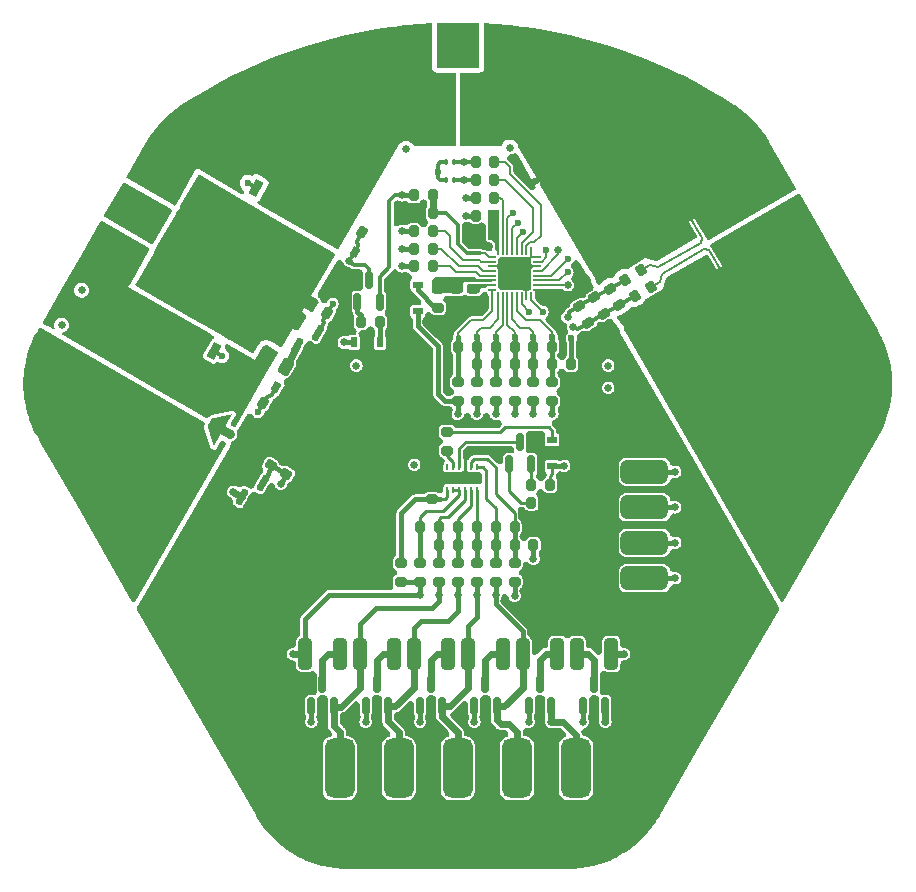
<source format=gtl>
G04 #@! TF.GenerationSoftware,KiCad,Pcbnew,8.0.4*
G04 #@! TF.CreationDate,2025-04-17T01:03:58+02:00*
G04 #@! TF.ProjectId,bms_stage_bq40z80,626d735f-7374-4616-9765-5f627134307a,rev?*
G04 #@! TF.SameCoordinates,Original*
G04 #@! TF.FileFunction,Copper,L1,Top*
G04 #@! TF.FilePolarity,Positive*
%FSLAX46Y46*%
G04 Gerber Fmt 4.6, Leading zero omitted, Abs format (unit mm)*
G04 Created by KiCad (PCBNEW 8.0.4) date 2025-04-17 01:03:58*
%MOMM*%
%LPD*%
G01*
G04 APERTURE LIST*
G04 Aperture macros list*
%AMRoundRect*
0 Rectangle with rounded corners*
0 $1 Rounding radius*
0 $2 $3 $4 $5 $6 $7 $8 $9 X,Y pos of 4 corners*
0 Add a 4 corners polygon primitive as box body*
4,1,4,$2,$3,$4,$5,$6,$7,$8,$9,$2,$3,0*
0 Add four circle primitives for the rounded corners*
1,1,$1+$1,$2,$3*
1,1,$1+$1,$4,$5*
1,1,$1+$1,$6,$7*
1,1,$1+$1,$8,$9*
0 Add four rect primitives between the rounded corners*
20,1,$1+$1,$2,$3,$4,$5,0*
20,1,$1+$1,$4,$5,$6,$7,0*
20,1,$1+$1,$6,$7,$8,$9,0*
20,1,$1+$1,$8,$9,$2,$3,0*%
%AMHorizOval*
0 Thick line with rounded ends*
0 $1 width*
0 $2 $3 position (X,Y) of the first rounded end (center of the circle)*
0 $4 $5 position (X,Y) of the second rounded end (center of the circle)*
0 Add line between two ends*
20,1,$1,$2,$3,$4,$5,0*
0 Add two circle primitives to create the rounded ends*
1,1,$1,$2,$3*
1,1,$1,$4,$5*%
%AMRotRect*
0 Rectangle, with rotation*
0 The origin of the aperture is its center*
0 $1 length*
0 $2 width*
0 $3 Rotation angle, in degrees counterclockwise*
0 Add horizontal line*
21,1,$1,$2,0,0,$3*%
%AMFreePoly0*
4,1,9,1.300000,0.375000,1.300000,-0.375000,0.000000,-1.550000,0.000000,-0.000500,-0.000500,-0.000500,-0.000500,0.000500,0.000000,0.000500,0.000000,1.550000,1.300000,0.375000,1.300000,0.375000,$1*%
G04 Aperture macros list end*
G04 #@! TA.AperFunction,EtchedComponent*
%ADD10C,0.000000*%
G04 #@! TD*
G04 #@! TA.AperFunction,SMDPad,CuDef*
%ADD11RoundRect,0.200000X0.200000X0.275000X-0.200000X0.275000X-0.200000X-0.275000X0.200000X-0.275000X0*%
G04 #@! TD*
G04 #@! TA.AperFunction,SMDPad,CuDef*
%ADD12RoundRect,0.200000X-0.200000X-0.275000X0.200000X-0.275000X0.200000X0.275000X-0.200000X0.275000X0*%
G04 #@! TD*
G04 #@! TA.AperFunction,SMDPad,CuDef*
%ADD13RoundRect,0.200000X-0.275000X0.200000X-0.275000X-0.200000X0.275000X-0.200000X0.275000X0.200000X0*%
G04 #@! TD*
G04 #@! TA.AperFunction,SMDPad,CuDef*
%ADD14RoundRect,0.050000X0.100000X0.200000X-0.100000X0.200000X-0.100000X-0.200000X0.100000X-0.200000X0*%
G04 #@! TD*
G04 #@! TA.AperFunction,SMDPad,CuDef*
%ADD15RoundRect,0.200000X-0.338157X0.035705X-0.138157X-0.310705X0.338157X-0.035705X0.138157X0.310705X0*%
G04 #@! TD*
G04 #@! TA.AperFunction,SMDPad,CuDef*
%ADD16RoundRect,0.150000X0.150000X-0.587500X0.150000X0.587500X-0.150000X0.587500X-0.150000X-0.587500X0*%
G04 #@! TD*
G04 #@! TA.AperFunction,SMDPad,CuDef*
%ADD17RoundRect,0.200000X0.138157X-0.310705X0.338157X0.035705X-0.138157X0.310705X-0.338157X-0.035705X0*%
G04 #@! TD*
G04 #@! TA.AperFunction,ComponentPad*
%ADD18HorizOval,3.500000X-1.875000X3.247595X1.875000X-3.247595X0*%
G04 #@! TD*
G04 #@! TA.AperFunction,SMDPad,CuDef*
%ADD19RoundRect,0.500000X-1.500000X-0.500000X1.500000X-0.500000X1.500000X0.500000X-1.500000X0.500000X0*%
G04 #@! TD*
G04 #@! TA.AperFunction,SMDPad,CuDef*
%ADD20RoundRect,0.500000X0.500000X-2.000000X0.500000X2.000000X-0.500000X2.000000X-0.500000X-2.000000X0*%
G04 #@! TD*
G04 #@! TA.AperFunction,SMDPad,CuDef*
%ADD21RoundRect,0.200000X-0.310705X-0.138157X0.035705X-0.338157X0.310705X0.138157X-0.035705X0.338157X0*%
G04 #@! TD*
G04 #@! TA.AperFunction,SMDPad,CuDef*
%ADD22RotRect,0.710000X1.372000X330.000000*%
G04 #@! TD*
G04 #@! TA.AperFunction,SMDPad,CuDef*
%ADD23RotRect,0.595000X0.710000X240.000000*%
G04 #@! TD*
G04 #@! TA.AperFunction,SMDPad,CuDef*
%ADD24RotRect,0.656000X0.710000X240.000000*%
G04 #@! TD*
G04 #@! TA.AperFunction,SMDPad,CuDef*
%ADD25RotRect,3.850000X4.520000X240.000000*%
G04 #@! TD*
G04 #@! TA.AperFunction,SMDPad,CuDef*
%ADD26RoundRect,0.250000X-0.452332X-0.258461X0.002332X-0.520961X0.452332X0.258461X-0.002332X0.520961X0*%
G04 #@! TD*
G04 #@! TA.AperFunction,SMDPad,CuDef*
%ADD27RoundRect,0.200000X0.275000X-0.200000X0.275000X0.200000X-0.275000X0.200000X-0.275000X-0.200000X0*%
G04 #@! TD*
G04 #@! TA.AperFunction,SMDPad,CuDef*
%ADD28RotRect,0.630000X0.830000X150.000000*%
G04 #@! TD*
G04 #@! TA.AperFunction,SMDPad,CuDef*
%ADD29RotRect,0.710000X1.372000X150.000000*%
G04 #@! TD*
G04 #@! TA.AperFunction,SMDPad,CuDef*
%ADD30RotRect,0.595000X0.710000X60.000000*%
G04 #@! TD*
G04 #@! TA.AperFunction,SMDPad,CuDef*
%ADD31RotRect,0.656000X0.710000X60.000000*%
G04 #@! TD*
G04 #@! TA.AperFunction,SMDPad,CuDef*
%ADD32RotRect,3.850000X4.520000X60.000000*%
G04 #@! TD*
G04 #@! TA.AperFunction,SMDPad,CuDef*
%ADD33RoundRect,0.200000X0.035705X0.338157X-0.310705X0.138157X-0.035705X-0.338157X0.310705X-0.138157X0*%
G04 #@! TD*
G04 #@! TA.AperFunction,SMDPad,CuDef*
%ADD34RoundRect,0.150000X0.163846X0.583790X-0.423654X-0.433790X-0.163846X-0.583790X0.423654X0.433790X0*%
G04 #@! TD*
G04 #@! TA.AperFunction,SMDPad,CuDef*
%ADD35RoundRect,0.200000X0.338157X-0.035705X0.138157X0.310705X-0.338157X0.035705X-0.138157X-0.310705X0*%
G04 #@! TD*
G04 #@! TA.AperFunction,SMDPad,CuDef*
%ADD36RoundRect,0.625000X-0.625000X1.875000X-0.625000X-1.875000X0.625000X-1.875000X0.625000X1.875000X0*%
G04 #@! TD*
G04 #@! TA.AperFunction,SMDPad,CuDef*
%ADD37RoundRect,0.050000X-0.050000X-0.250000X0.050000X-0.250000X0.050000X0.250000X-0.050000X0.250000X0*%
G04 #@! TD*
G04 #@! TA.AperFunction,SMDPad,CuDef*
%ADD38RoundRect,0.050000X0.250000X-0.050000X0.250000X0.050000X-0.250000X0.050000X-0.250000X-0.050000X0*%
G04 #@! TD*
G04 #@! TA.AperFunction,SMDPad,CuDef*
%ADD39RoundRect,0.050000X0.050000X0.250000X-0.050000X0.250000X-0.050000X-0.250000X0.050000X-0.250000X0*%
G04 #@! TD*
G04 #@! TA.AperFunction,SMDPad,CuDef*
%ADD40RoundRect,0.050000X-0.250000X0.050000X-0.250000X-0.050000X0.250000X-0.050000X0.250000X0.050000X0*%
G04 #@! TD*
G04 #@! TA.AperFunction,SMDPad,CuDef*
%ADD41RoundRect,0.100000X0.600000X-0.600000X0.600000X0.600000X-0.600000X0.600000X-0.600000X-0.600000X0*%
G04 #@! TD*
G04 #@! TA.AperFunction,SMDPad,CuDef*
%ADD42RoundRect,0.062500X0.062500X-0.187500X0.062500X0.187500X-0.062500X0.187500X-0.062500X-0.187500X0*%
G04 #@! TD*
G04 #@! TA.AperFunction,SMDPad,CuDef*
%ADD43RoundRect,0.100000X1.225000X-0.400000X1.225000X0.400000X-1.225000X0.400000X-1.225000X-0.400000X0*%
G04 #@! TD*
G04 #@! TA.AperFunction,SMDPad,CuDef*
%ADD44RoundRect,0.250000X0.312500X1.075000X-0.312500X1.075000X-0.312500X-1.075000X0.312500X-1.075000X0*%
G04 #@! TD*
G04 #@! TA.AperFunction,ComponentPad*
%ADD45C,8.500000*%
G04 #@! TD*
G04 #@! TA.AperFunction,SMDPad,CuDef*
%ADD46C,0.500000*%
G04 #@! TD*
G04 #@! TA.AperFunction,SMDPad,CuDef*
%ADD47RoundRect,0.200000X-0.138157X0.310705X-0.338157X-0.035705X0.138157X-0.310705X0.338157X0.035705X0*%
G04 #@! TD*
G04 #@! TA.AperFunction,SMDPad,CuDef*
%ADD48RoundRect,0.250000X1.415336X0.398566X1.052836X1.026434X-1.415336X-0.398566X-1.052836X-1.026434X0*%
G04 #@! TD*
G04 #@! TA.AperFunction,SMDPad,CuDef*
%ADD49R,0.830000X0.630000*%
G04 #@! TD*
G04 #@! TA.AperFunction,SMDPad,CuDef*
%ADD50RoundRect,0.200000X0.310705X0.138157X-0.035705X0.338157X-0.310705X-0.138157X0.035705X-0.338157X0*%
G04 #@! TD*
G04 #@! TA.AperFunction,ComponentPad*
%ADD51HorizOval,3.500000X-1.875000X-3.247595X1.875000X3.247595X0*%
G04 #@! TD*
G04 #@! TA.AperFunction,SMDPad,CuDef*
%ADD52R,0.630000X0.830000*%
G04 #@! TD*
G04 #@! TA.AperFunction,SMDPad,CuDef*
%ADD53R,2.200000X2.150000*%
G04 #@! TD*
G04 #@! TA.AperFunction,SMDPad,CuDef*
%ADD54RotRect,7.600000X2.500000X150.000000*%
G04 #@! TD*
G04 #@! TA.AperFunction,SMDPad,CuDef*
%ADD55FreePoly0,150.000000*%
G04 #@! TD*
G04 #@! TA.AperFunction,ViaPad*
%ADD56C,0.600000*%
G04 #@! TD*
G04 #@! TA.AperFunction,ViaPad*
%ADD57C,0.650000*%
G04 #@! TD*
G04 #@! TA.AperFunction,Conductor*
%ADD58C,0.300000*%
G04 #@! TD*
G04 #@! TA.AperFunction,Conductor*
%ADD59C,0.400000*%
G04 #@! TD*
G04 #@! TA.AperFunction,Conductor*
%ADD60C,0.200000*%
G04 #@! TD*
G04 #@! TA.AperFunction,Conductor*
%ADD61C,0.600000*%
G04 #@! TD*
G04 #@! TA.AperFunction,Conductor*
%ADD62C,0.250000*%
G04 #@! TD*
G04 #@! TA.AperFunction,Conductor*
%ADD63C,0.800000*%
G04 #@! TD*
G04 APERTURE END LIST*
D10*
G04 #@! TA.AperFunction,EtchedComponent*
G36*
X157258013Y-77366506D02*
G01*
X156391987Y-77866506D01*
X156141987Y-77433494D01*
X157008013Y-76933494D01*
X157258013Y-77366506D01*
G37*
G04 #@! TD.AperFunction*
D11*
X154799999Y-106800002D03*
X153199999Y-106800002D03*
D12*
X150000000Y-91499999D03*
X151600000Y-91499999D03*
D13*
X158000000Y-94499999D03*
X158000000Y-96099999D03*
D14*
X149699999Y-77400000D03*
X148999999Y-77400000D03*
D12*
X156400000Y-91499999D03*
X158000000Y-91499999D03*
D14*
X149700000Y-75900000D03*
X149000000Y-75900000D03*
D13*
X150000000Y-109800001D03*
X150000000Y-111400001D03*
D15*
X162357180Y-88717623D03*
X163157180Y-90103263D03*
D16*
X142187501Y-121956250D03*
X144087501Y-121956250D03*
X143137501Y-120081250D03*
D11*
X147899999Y-78699998D03*
X146299999Y-78699998D03*
D16*
X160587502Y-121956248D03*
X162487502Y-121956248D03*
X161537502Y-120081248D03*
X154324996Y-101450002D03*
X156224996Y-101450002D03*
X155274996Y-99575002D03*
D17*
X124319331Y-79764125D03*
X125119331Y-78378485D03*
D18*
X118000000Y-101500000D03*
D16*
X155987500Y-121956251D03*
X157887500Y-121956251D03*
X156937500Y-120081251D03*
D19*
X165800000Y-102100000D03*
X165800000Y-105100000D03*
X165800000Y-108100000D03*
X165800000Y-111100000D03*
D20*
X161800000Y-103600000D03*
X161800000Y-109600000D03*
D16*
X141500000Y-87700000D03*
X143400000Y-87700000D03*
X142450000Y-85825000D03*
D21*
X140457180Y-81027756D03*
X141842820Y-81827756D03*
D22*
X126045769Y-89963848D03*
X128245473Y-91233848D03*
X127145621Y-90598848D03*
X129345325Y-91868848D03*
D23*
X132309575Y-86734617D03*
D24*
X131194473Y-86126031D03*
X130094621Y-85491031D03*
X128994769Y-84856031D03*
D25*
X129548547Y-87706858D03*
D26*
X133832957Y-92291500D03*
X135413453Y-93204000D03*
D27*
X149099997Y-100300002D03*
X149099997Y-98700002D03*
D12*
X151599998Y-93000002D03*
X153199998Y-93000002D03*
D15*
X160228592Y-88101798D03*
X161028592Y-89487438D03*
D11*
X152800000Y-67100000D03*
X151200000Y-67100000D03*
D12*
X141800000Y-89440000D03*
X143400000Y-89440000D03*
D13*
X156399999Y-94499998D03*
X156399999Y-96099998D03*
D12*
X146300000Y-80199999D03*
X147900000Y-80199999D03*
D28*
X134638823Y-94950698D03*
X132707587Y-93835698D03*
D11*
X149999999Y-108300002D03*
X148399999Y-108300002D03*
D17*
X122423225Y-83048276D03*
X123223225Y-81662636D03*
D29*
X136215325Y-79969659D03*
X134015621Y-78699659D03*
X135115473Y-79334659D03*
X132915769Y-78064659D03*
D30*
X129951519Y-83198890D03*
D31*
X131066621Y-83807476D03*
X132166473Y-84442476D03*
X133266325Y-85077476D03*
D32*
X132712547Y-82226649D03*
D33*
X166340898Y-86417623D03*
X164955258Y-87217623D03*
D13*
X154800000Y-94499998D03*
X154800000Y-96099998D03*
D27*
X154799999Y-111400001D03*
X154799999Y-109800001D03*
D34*
X133458365Y-103075000D03*
X131812917Y-102125000D03*
X131698141Y-104223798D03*
D12*
X151499999Y-77400000D03*
X153099999Y-77400000D03*
D33*
X165540897Y-85031983D03*
X164155257Y-85831983D03*
D12*
X146300000Y-84699999D03*
X147900000Y-84699999D03*
D21*
X132130384Y-95465442D03*
X133516024Y-96265442D03*
D34*
X138162852Y-90316901D03*
X136517404Y-89366901D03*
X136402628Y-91465699D03*
D13*
X151600000Y-109800003D03*
X151600000Y-111400003D03*
X145200000Y-109800001D03*
X145200000Y-111400001D03*
D35*
X161557181Y-87331981D03*
X160757181Y-85946341D03*
D36*
X160000000Y-127200000D03*
X155000000Y-127200000D03*
X150000000Y-127200000D03*
X145000000Y-127200000D03*
X140000000Y-127200000D03*
D37*
X153399999Y-87200000D03*
X153799999Y-87200000D03*
X154199999Y-87200000D03*
X154599999Y-87200000D03*
X154999999Y-87200000D03*
X155399999Y-87200000D03*
X155799999Y-87200000D03*
X156199999Y-87200000D03*
D38*
X156699999Y-86700000D03*
X156699999Y-86300000D03*
X156699999Y-85900000D03*
X156699999Y-85500000D03*
X156699999Y-85100000D03*
X156699999Y-84700000D03*
X156699999Y-84300000D03*
X156699999Y-83900000D03*
D39*
X156199999Y-83400000D03*
X155799999Y-83400000D03*
X155399999Y-83400000D03*
X154999999Y-83400000D03*
X154599999Y-83400000D03*
X154199999Y-83400000D03*
X153799999Y-83400000D03*
X153399999Y-83400000D03*
D40*
X152899999Y-83900000D03*
X152899999Y-84300000D03*
X152899999Y-84700000D03*
X152899999Y-85100000D03*
X152899999Y-85500000D03*
X152899999Y-85900000D03*
X152899999Y-86300000D03*
X152899999Y-86700000D03*
D41*
X154799999Y-85300000D03*
D11*
X147899999Y-83199998D03*
X146299999Y-83199998D03*
D28*
X141265618Y-83457500D03*
X139334382Y-82342500D03*
D12*
X151499999Y-75900000D03*
X153099999Y-75900000D03*
D42*
X149100000Y-103600002D03*
X149600000Y-103600002D03*
X150100000Y-103600002D03*
X150600000Y-103600002D03*
X151100000Y-103600002D03*
X151600000Y-103600002D03*
X151600000Y-101700002D03*
X151100000Y-101700002D03*
X150600000Y-101700002D03*
X150100000Y-101700002D03*
X149600000Y-101700002D03*
X149100000Y-101700002D03*
D43*
X150350000Y-102650002D03*
D16*
X137587501Y-121956248D03*
X139487501Y-121956248D03*
X138537501Y-120081248D03*
D11*
X156399998Y-108300001D03*
X154799998Y-108300001D03*
D44*
X149200002Y-117518749D03*
X146275002Y-117518749D03*
D45*
X159250000Y-69504000D03*
D13*
X153199998Y-94499998D03*
X153199998Y-96099998D03*
D27*
X151300000Y-88199998D03*
X151300000Y-86599998D03*
D46*
X156266987Y-77650000D03*
X157133013Y-77150000D03*
D44*
X140000001Y-117518752D03*
X137075001Y-117518752D03*
D47*
X136262437Y-100899999D03*
X135462437Y-102285639D03*
D45*
X140750000Y-69504000D03*
D48*
X172445095Y-85390403D03*
X169482595Y-80259203D03*
D27*
X149800000Y-88200000D03*
X149800000Y-86600000D03*
D44*
X158400001Y-117518750D03*
X155475001Y-117518750D03*
D12*
X151500000Y-78900000D03*
X153100000Y-78900000D03*
D16*
X146787501Y-121956250D03*
X148687501Y-121956250D03*
X147737501Y-120081250D03*
D12*
X151499999Y-81900000D03*
X153099999Y-81900000D03*
X157999998Y-93000001D03*
X159599998Y-93000001D03*
D49*
X146600000Y-86284998D03*
X146600000Y-88514998D03*
D11*
X153199999Y-108300001D03*
X151599999Y-108300001D03*
D27*
X147800000Y-104400001D03*
X147800000Y-102800001D03*
D17*
X134163399Y-101535639D03*
X134963399Y-100149999D03*
D11*
X157824995Y-103212501D03*
X156224995Y-103212501D03*
X151599999Y-106800002D03*
X149999999Y-106800002D03*
D50*
X138945448Y-88661405D03*
X137559808Y-87861405D03*
D51*
X182000000Y-101500000D03*
D12*
X153200000Y-91500000D03*
X154800000Y-91500000D03*
D49*
X157974993Y-101627499D03*
X157974993Y-99397499D03*
D11*
X147900000Y-81699998D03*
X146300000Y-81699998D03*
D52*
X143400000Y-91139999D03*
X141170000Y-91139999D03*
D27*
X148300000Y-88199998D03*
X148300000Y-86599998D03*
D13*
X148400000Y-109800000D03*
X148400000Y-111400000D03*
D11*
X148399999Y-106800001D03*
X146799999Y-106800001D03*
D13*
X146800000Y-109800002D03*
X146800000Y-111400002D03*
D11*
X148800000Y-67100000D03*
X147200000Y-67100000D03*
D12*
X154799999Y-92999998D03*
X156399999Y-92999998D03*
D53*
X147800000Y-70600000D03*
X152200000Y-70600000D03*
D13*
X151600000Y-94499999D03*
X151600000Y-96099999D03*
D54*
X124375162Y-97867423D03*
D55*
X130107417Y-98578866D03*
D54*
X126625162Y-93970309D03*
D16*
X151387500Y-121956250D03*
X153287500Y-121956250D03*
X152337500Y-120081250D03*
D11*
X153099997Y-80399999D03*
X151499997Y-80399999D03*
D13*
X150000000Y-94499998D03*
X150000000Y-96099998D03*
D11*
X157824993Y-104712499D03*
X156224993Y-104712499D03*
D44*
X144600000Y-117518749D03*
X141675000Y-117518749D03*
X153799998Y-117518749D03*
X150874998Y-117518749D03*
D13*
X153200000Y-109800000D03*
X153200000Y-111400000D03*
D44*
X163000002Y-117518748D03*
X160075002Y-117518748D03*
D15*
X162856221Y-86581984D03*
X163656221Y-87967624D03*
D56*
X148300000Y-76700000D03*
D57*
X140350000Y-91150000D03*
X145300000Y-80199998D03*
X160357182Y-85253522D03*
D56*
X153727420Y-84233678D03*
X156250000Y-77650000D03*
D57*
X149799999Y-88999997D03*
X147599999Y-101500003D03*
D56*
X153727421Y-86383679D03*
D57*
X150900001Y-100500000D03*
D56*
X137112917Y-101375000D03*
X157827421Y-87400000D03*
D57*
X151502045Y-82918730D03*
X163557181Y-90796086D03*
D56*
X151600000Y-90700000D03*
D57*
X137587501Y-123268751D03*
X142187498Y-123268751D03*
D56*
X153199999Y-90700000D03*
X154799999Y-90699999D03*
D57*
X146787499Y-123268748D03*
D56*
X156400001Y-90699999D03*
D57*
X151387500Y-123268749D03*
D56*
X157999999Y-90700000D03*
D57*
X160587500Y-123268751D03*
X155987499Y-123268749D03*
X159782308Y-89857816D03*
D56*
X157185642Y-88538036D03*
D57*
X159000000Y-101600000D03*
X135012917Y-103125000D03*
X150649997Y-78899999D03*
X159282309Y-88991790D03*
D56*
X156027421Y-88533678D03*
D57*
X145300000Y-78699999D03*
X146800000Y-112500000D03*
X149999997Y-97199998D03*
X136025000Y-117525000D03*
X145300000Y-84700000D03*
D56*
X130038146Y-92268847D03*
X133066025Y-97044864D03*
D57*
X140815619Y-84236922D03*
X145300000Y-81699998D03*
D56*
X132222948Y-77664659D03*
D57*
X154400000Y-74700000D03*
X150500000Y-75900000D03*
X162725000Y-94975000D03*
D56*
X155061100Y-80999998D03*
X154650000Y-80200000D03*
D57*
X162725000Y-93100000D03*
X141400000Y-93100000D03*
D56*
X155499999Y-81799998D03*
D57*
X145600000Y-74800000D03*
X150500000Y-77400000D03*
X118150000Y-86727756D03*
X130700000Y-98900000D03*
X131000000Y-103800000D03*
X116450000Y-89672243D03*
X153199999Y-97199998D03*
X150000000Y-112500000D03*
X154800001Y-97200000D03*
X151600000Y-112500000D03*
X156400000Y-97199999D03*
X153200000Y-112500000D03*
X162487500Y-123268750D03*
X154800000Y-112600000D03*
X157887500Y-123268749D03*
X158000000Y-97200000D03*
D56*
X132300000Y-90700000D03*
D57*
X150649999Y-80399999D03*
D56*
X139395448Y-87881982D03*
D57*
X145300000Y-83199998D03*
X148400000Y-112500000D03*
X151600000Y-97199999D03*
X146300000Y-101500000D03*
D56*
X157500000Y-83300000D03*
D57*
X159300000Y-86300000D03*
X168400000Y-102100000D03*
X168400000Y-111100000D03*
X158500000Y-83300000D03*
X168400000Y-108100000D03*
D56*
X159300000Y-84100000D03*
X159300000Y-85200000D03*
D57*
X168400000Y-105100000D03*
X156400000Y-109450002D03*
D56*
X159618283Y-90772352D03*
D57*
X164075000Y-117525000D03*
D58*
X148999999Y-77400000D02*
X148500000Y-77400000D01*
D59*
X141170000Y-91139998D02*
X140360002Y-91139998D01*
D58*
X148300000Y-77200000D02*
X148300000Y-76700000D01*
D60*
X166277019Y-84606983D02*
X165540898Y-85031983D01*
X166960032Y-84789996D02*
X166277019Y-84606983D01*
D59*
X140360002Y-91139998D02*
X140350000Y-91150000D01*
D60*
X170554037Y-82714996D02*
X166960032Y-84789996D01*
X170663845Y-82305186D02*
X170554037Y-82714996D01*
X169482595Y-80259201D02*
X170663845Y-82305186D01*
D58*
X148299999Y-76699999D02*
X148299999Y-76100001D01*
X148299999Y-76100001D02*
X148500000Y-75900000D01*
X148500000Y-75900000D02*
X149000000Y-75900000D01*
X148300000Y-76700000D02*
X148299999Y-76699999D01*
X148400000Y-76800000D02*
X148300000Y-76700000D01*
X148500000Y-77400000D02*
X148300000Y-77200000D01*
D61*
X148649998Y-102800001D02*
X147799999Y-102800001D01*
X148649998Y-102800001D02*
X150199997Y-102800001D01*
D60*
X156250000Y-83850000D02*
X156199999Y-83799998D01*
D61*
X149800001Y-88199999D02*
X149799999Y-88999997D01*
D60*
X156266987Y-77633013D02*
X156250000Y-77650000D01*
X156300000Y-83899997D02*
X156250000Y-83850000D01*
D59*
X136262437Y-100899999D02*
X137112917Y-101375000D01*
D60*
X154200001Y-84699999D02*
X154799999Y-85300000D01*
D59*
X163157180Y-90103264D02*
X163557181Y-90796086D01*
D60*
X156199999Y-83799998D02*
X156199997Y-83399999D01*
X156699998Y-84699998D02*
X155399998Y-84700000D01*
D59*
X154799999Y-85300000D02*
X154800000Y-85299999D01*
X154799998Y-85311100D02*
X153727421Y-86383679D01*
D62*
X150600000Y-101700001D02*
X150599999Y-102400002D01*
X150900001Y-100500000D02*
X150600000Y-100799999D01*
D59*
X160757180Y-85946342D02*
X160357182Y-85253522D01*
X146300000Y-80200000D02*
X145300000Y-80199998D01*
X147799999Y-102800001D02*
X147799999Y-101700003D01*
X154799999Y-85300000D02*
X154761100Y-85299999D01*
D60*
X155799998Y-86299998D02*
X154799999Y-85300000D01*
X156699999Y-86700001D02*
X157127422Y-86700001D01*
X157127422Y-86700001D02*
X157827421Y-87400000D01*
X156266987Y-77600000D02*
X156266987Y-77633013D01*
D59*
X154799999Y-85300000D02*
X154793742Y-85299999D01*
D60*
X152899998Y-84699999D02*
X154200001Y-84699999D01*
X156699999Y-83899998D02*
X156300000Y-83899997D01*
D59*
X154799999Y-85300000D02*
X154799998Y-85311100D01*
D60*
X155399998Y-84700000D02*
X154799999Y-85300000D01*
X155799999Y-86299998D02*
X155799998Y-86299998D01*
D61*
X151299997Y-88199998D02*
X149799999Y-88200000D01*
D59*
X147799999Y-101700003D02*
X147599999Y-101500003D01*
X154782522Y-85299999D02*
X154799999Y-85300000D01*
X154793742Y-85299999D02*
X153727420Y-84233678D01*
D60*
X156249998Y-83850000D02*
X154799999Y-85300000D01*
X155799999Y-87199998D02*
X155799999Y-86299998D01*
D59*
X151502045Y-82918730D02*
X151499999Y-81900000D01*
X136262436Y-100900000D02*
X134963398Y-100150000D01*
D62*
X150600000Y-100799999D02*
X150600000Y-101700001D01*
D59*
X151599998Y-91500001D02*
X151599999Y-93000000D01*
D60*
X151600000Y-90299999D02*
X152000000Y-89900000D01*
D59*
X137587500Y-121956250D02*
X137587501Y-123268751D01*
D60*
X152699998Y-89900000D02*
X153399999Y-89200000D01*
X151600000Y-90700000D02*
X151600000Y-90299999D01*
D59*
X151600000Y-91499998D02*
X151600000Y-90700000D01*
X151599997Y-94499999D02*
X151599999Y-93000000D01*
D60*
X153399999Y-89200000D02*
X153399999Y-87199998D01*
X152000000Y-89900000D02*
X152699998Y-89900000D01*
D59*
X153200001Y-94499997D02*
X153199999Y-92999998D01*
X153199999Y-90700000D02*
X153199999Y-90700000D01*
D60*
X153200000Y-90299999D02*
X153799997Y-89699999D01*
X153799997Y-89699999D02*
X153800000Y-87199999D01*
X153199999Y-90700000D02*
X153200000Y-90299999D01*
D59*
X153199999Y-91500001D02*
X153199999Y-90700000D01*
X153199999Y-92999998D02*
X153200000Y-91499999D01*
X142187501Y-121956251D02*
X142187498Y-123268751D01*
X154800000Y-91500001D02*
X154800001Y-93000002D01*
X154799999Y-90699999D02*
X154799999Y-90699999D01*
D60*
X154799999Y-90299999D02*
X154199998Y-89699999D01*
D59*
X154799997Y-91499999D02*
X154799999Y-90699999D01*
D60*
X154200000Y-89199999D02*
X154199998Y-87199999D01*
X154799999Y-90699999D02*
X154799999Y-90299999D01*
D59*
X154800000Y-94500002D02*
X154800001Y-93000002D01*
D60*
X154199998Y-89699999D02*
X154200000Y-89199999D01*
D59*
X146787498Y-121956250D02*
X146787499Y-123268748D01*
D60*
X156399998Y-90299999D02*
X155999999Y-89900001D01*
X155299998Y-89900000D02*
X154599999Y-89199999D01*
D59*
X156400001Y-90700000D02*
X156400001Y-90699999D01*
X156399998Y-92999998D02*
X156399997Y-91499999D01*
D60*
X156400001Y-90699999D02*
X156399998Y-90299999D01*
X155999999Y-89900001D02*
X155299998Y-89900000D01*
D59*
X151387502Y-121956249D02*
X151387500Y-123268749D01*
X156399998Y-94500001D02*
X156399998Y-92999998D01*
X156400000Y-91499998D02*
X156400001Y-90700000D01*
D60*
X154599999Y-89199999D02*
X154600000Y-87199999D01*
D59*
X158000001Y-94499998D02*
X158000001Y-92999998D01*
D60*
X154999997Y-88499998D02*
X154999998Y-87199996D01*
D59*
X157999999Y-91499998D02*
X158000001Y-92999998D01*
D60*
X157999999Y-90700000D02*
X158000000Y-90299999D01*
X155733678Y-89233678D02*
X154999997Y-88499998D01*
D59*
X158000002Y-91500000D02*
X158000001Y-90699999D01*
X160587500Y-121956249D02*
X160587500Y-123268751D01*
X155987501Y-121956249D02*
X155987499Y-123268749D01*
D60*
X156933678Y-89233678D02*
X155733678Y-89233678D01*
X158000000Y-90299999D02*
X156933678Y-89233678D01*
D59*
X158000001Y-90699999D02*
X157999999Y-90700000D01*
D58*
X160192119Y-89967624D02*
X161058146Y-89467623D01*
X160192117Y-89967624D02*
X159782308Y-89857816D01*
D60*
X157185642Y-88538036D02*
X156199999Y-87552393D01*
D58*
X164955257Y-87217623D02*
X163656221Y-87967623D01*
X162357181Y-88717624D02*
X161058146Y-89467621D01*
X161058146Y-89467621D02*
X161058146Y-89467623D01*
X160192119Y-89967624D02*
X160192117Y-89967624D01*
X162357184Y-88717623D02*
X162357181Y-88717624D01*
X163656219Y-87967625D02*
X162357184Y-88717623D01*
X163656221Y-87967623D02*
X163656219Y-87967625D01*
D60*
X156199999Y-87552393D02*
X156199999Y-87199999D01*
D59*
X135012917Y-103125000D02*
X135462437Y-102285639D01*
X157974993Y-101627499D02*
X158972501Y-101627499D01*
X133912917Y-102275000D02*
X134163399Y-101535639D01*
D62*
X157824995Y-102462500D02*
X157974996Y-102312499D01*
X157824995Y-103212501D02*
X157824995Y-102462500D01*
D59*
X133458365Y-103075000D02*
X133912917Y-102275000D01*
X151499998Y-78900000D02*
X150649997Y-78899999D01*
X135462437Y-102285639D02*
X134163399Y-101535639D01*
D62*
X157974996Y-102312499D02*
X157974996Y-102112499D01*
X157974993Y-102112496D02*
X157974993Y-101627499D01*
D59*
X158972501Y-101627499D02*
X159000000Y-101600000D01*
D62*
X157974996Y-102112499D02*
X157974993Y-102112496D01*
D58*
X164155258Y-85831984D02*
X162856220Y-86581983D01*
X159392118Y-88581984D02*
X159392116Y-88581984D01*
X162856220Y-86581983D02*
X162856219Y-86581984D01*
D60*
X155399999Y-87199999D02*
X155399998Y-87906256D01*
X155399998Y-87906256D02*
X156027421Y-88533678D01*
D58*
X159392116Y-88581984D02*
X159282309Y-88991790D01*
X161557185Y-87331982D02*
X161557180Y-87331982D01*
X162856219Y-86581984D02*
X161557185Y-87331982D01*
X161557180Y-87331982D02*
X160258147Y-88081980D01*
X160258147Y-88081980D02*
X160258145Y-88081984D01*
X159392118Y-88581984D02*
X160258145Y-88081984D01*
D60*
X149999998Y-90350000D02*
X151116320Y-89233678D01*
X152899998Y-88499999D02*
X152899999Y-86699999D01*
D59*
X150000000Y-90700001D02*
X149999999Y-90699999D01*
D60*
X151116320Y-89233678D02*
X152166318Y-89233678D01*
D59*
X150000000Y-91499999D02*
X150000000Y-90700001D01*
D60*
X152166318Y-89233678D02*
X152899998Y-88499999D01*
D59*
X149999998Y-91499999D02*
X150000000Y-94500002D01*
D60*
X149999999Y-90699999D02*
X149999998Y-90350000D01*
D58*
X145299999Y-78700000D02*
X145300000Y-78699999D01*
X143400000Y-87700000D02*
X143400000Y-85600000D01*
X144700000Y-78700000D02*
X145299999Y-78700000D01*
D59*
X145300001Y-78699999D02*
X145300000Y-78699999D01*
X146300000Y-78699997D02*
X145300001Y-78699999D01*
D58*
X144200000Y-79200000D02*
X144700000Y-78700000D01*
X143400000Y-85600000D02*
X144200000Y-84800000D01*
X144200000Y-84800000D02*
X144200000Y-79200000D01*
D62*
X153974996Y-98312499D02*
X157674996Y-98312499D01*
X157974996Y-98612499D02*
X157974996Y-98812499D01*
X157974993Y-98812502D02*
X157974993Y-99397499D01*
X157674996Y-98312499D02*
X157974996Y-98612499D01*
X157974996Y-98812499D02*
X157974993Y-98812502D01*
X149099997Y-98700002D02*
X153587493Y-98700002D01*
D59*
X149149997Y-98650002D02*
X149099997Y-98700002D01*
D62*
X153587493Y-98700002D02*
X153974996Y-98312499D01*
D59*
X137075001Y-114524999D02*
X137075001Y-117518752D01*
X149999999Y-96099998D02*
X148899997Y-96099998D01*
X146800000Y-112500000D02*
X139100000Y-112500000D01*
X146799998Y-112500002D02*
X146800000Y-112500000D01*
X148299999Y-91450001D02*
X146600000Y-89749999D01*
X148300000Y-95500000D02*
X148299999Y-91450001D01*
X146800000Y-111400002D02*
X146799998Y-112500003D01*
X146799998Y-112500003D02*
X146799998Y-112500002D01*
X146600000Y-89749999D02*
X146599999Y-88515000D01*
X149999997Y-97199998D02*
X149999999Y-96099998D01*
X136031248Y-117518752D02*
X136025000Y-117525000D01*
D61*
X137075001Y-117518752D02*
X136031248Y-117518752D01*
D59*
X148899997Y-96099998D02*
X148300000Y-95500000D01*
X146800000Y-111400002D02*
X145199999Y-111400003D01*
X139100000Y-112500000D02*
X137075001Y-114524999D01*
X148300001Y-88199999D02*
X148099999Y-88199999D01*
X146599998Y-86700001D02*
X146600000Y-86284999D01*
X148099999Y-88199999D02*
X146599998Y-86700001D01*
D58*
X134375833Y-95376211D02*
X134396323Y-95370720D01*
X133816024Y-95745826D02*
X134225833Y-95636018D01*
X129345326Y-91868847D02*
X130038146Y-92268847D01*
X133516024Y-96265442D02*
X133066025Y-97044863D01*
X133066025Y-97044863D02*
X133066025Y-97044864D01*
X133516024Y-96265442D02*
X133816024Y-95745826D01*
X134225833Y-95636018D02*
X134375833Y-95376211D01*
X134396323Y-95370720D02*
X134638823Y-94950698D01*
D59*
X145300001Y-84699999D02*
X145300000Y-84700000D01*
X146300000Y-84699999D02*
X145300001Y-84699999D01*
D58*
X142100000Y-84600000D02*
X141178697Y-84600000D01*
D59*
X146299999Y-81699998D02*
X145300000Y-81699998D01*
D58*
X142450000Y-85825000D02*
X142450000Y-84950000D01*
X140852541Y-84200000D02*
X140815619Y-84236922D01*
X141265619Y-83457500D02*
X140815619Y-84236922D01*
X141558119Y-82950875D02*
X141442821Y-82520577D01*
X132915768Y-78064659D02*
X132222948Y-77664659D01*
X141265619Y-83457500D02*
X141558119Y-82950875D01*
X141178697Y-84600000D02*
X140815619Y-84236922D01*
X142450000Y-84950000D02*
X142100000Y-84600000D01*
X141442821Y-82520577D02*
X141842821Y-81827756D01*
X151499999Y-75900000D02*
X149700000Y-75900000D01*
D60*
X155061100Y-80999999D02*
X154600001Y-81461098D01*
X155061100Y-80999998D02*
X155061100Y-80999999D01*
X154600001Y-81461098D02*
X154600000Y-83400001D01*
X154200001Y-80649999D02*
X154200001Y-83399999D01*
X154650000Y-80200000D02*
X154200001Y-80649999D01*
X155499999Y-81799998D02*
X155499999Y-81800001D01*
X155499999Y-81800001D02*
X155000000Y-82300000D01*
X155000000Y-82300000D02*
X155000000Y-83400002D01*
D58*
X151499999Y-77400000D02*
X149699999Y-77400000D01*
X151499999Y-77400000D02*
X150500000Y-77400000D01*
D59*
X143400000Y-91140000D02*
X143400000Y-89440000D01*
D63*
X130107417Y-98578866D02*
X130700000Y-98900000D01*
D61*
X131698141Y-104223798D02*
X131000000Y-103800000D01*
D59*
X149999999Y-112500002D02*
X149999999Y-112500001D01*
X150000000Y-113900000D02*
X150000000Y-112500000D01*
X149999999Y-112500001D02*
X150000000Y-112500000D01*
D61*
X144699999Y-121956249D02*
X144087501Y-121956251D01*
X145000000Y-127200000D02*
X145000000Y-124150000D01*
D59*
X146275002Y-117518749D02*
X146275002Y-115324998D01*
X149999999Y-111400003D02*
X149999999Y-112500002D01*
X146900000Y-114700000D02*
X149200000Y-114700000D01*
D61*
X144087501Y-123237501D02*
X144087501Y-121956250D01*
D59*
X153199999Y-96099998D02*
X153199999Y-97199998D01*
X146275002Y-115324998D02*
X146900000Y-114700000D01*
X149200000Y-114700000D02*
X150000000Y-113900000D01*
D61*
X146274998Y-117518749D02*
X146274998Y-120381250D01*
X146274998Y-120381250D02*
X144699999Y-121956249D01*
X145000000Y-124150000D02*
X144087501Y-123237501D01*
X139037502Y-117518749D02*
X140000000Y-117518751D01*
X138537500Y-120118751D02*
X138537501Y-118018751D01*
X138537501Y-118018751D02*
X139037502Y-117518749D01*
X143137501Y-120081251D02*
X143137500Y-118018750D01*
X143137500Y-118018750D02*
X143637498Y-117518749D01*
X143637498Y-117518749D02*
X144600001Y-117518752D01*
X148687501Y-122837501D02*
X148687501Y-121956250D01*
D59*
X154799998Y-96100000D02*
X154800001Y-97200000D01*
D61*
X150875001Y-117518750D02*
X150875002Y-120381249D01*
D59*
X150874998Y-115125002D02*
X151600000Y-114400000D01*
D61*
X150000000Y-124150000D02*
X148687501Y-122837501D01*
D59*
X151599999Y-112500000D02*
X151600000Y-112500000D01*
X151599999Y-111400000D02*
X151599999Y-112500000D01*
X151600000Y-114400000D02*
X151600000Y-112500000D01*
X150874998Y-117518749D02*
X150874998Y-115125002D01*
D61*
X150000000Y-127200000D02*
X150000000Y-124150000D01*
X150875002Y-120381249D02*
X149300002Y-121956249D01*
X149300002Y-121956249D02*
X148687500Y-121956250D01*
X155475002Y-117518748D02*
X155475000Y-120381252D01*
D59*
X153200000Y-113300000D02*
X153200000Y-112500000D01*
D61*
X153287500Y-123087500D02*
X153287500Y-121956250D01*
D59*
X153199998Y-112500000D02*
X153200000Y-112500000D01*
D61*
X155000000Y-124150000D02*
X154300000Y-123450000D01*
X155000000Y-127200000D02*
X155000000Y-124150000D01*
X153900000Y-121956252D02*
X153287501Y-121956251D01*
D59*
X153199998Y-111400000D02*
X153199998Y-112500000D01*
X155475001Y-115575001D02*
X153200000Y-113300000D01*
X155475001Y-117518750D02*
X155475001Y-115575001D01*
X156399997Y-96099999D02*
X156400000Y-97199999D01*
D61*
X154300000Y-123450000D02*
X153650000Y-123450000D01*
X155475000Y-120381252D02*
X153900000Y-121956252D01*
X153650000Y-123450000D02*
X153287500Y-123087500D01*
X148237501Y-117518750D02*
X149200000Y-117518749D01*
X147737501Y-118018751D02*
X148237501Y-117518750D01*
X147737499Y-120081251D02*
X147737501Y-118018751D01*
X152837502Y-117518748D02*
X153800002Y-117518749D01*
X152337498Y-118018750D02*
X152837502Y-117518748D01*
X152337500Y-120081249D02*
X152337498Y-118018750D01*
X158918749Y-123268749D02*
X157887500Y-123268749D01*
X160000000Y-124350000D02*
X158918749Y-123268749D01*
D59*
X154800000Y-112500000D02*
X154800000Y-112600000D01*
D61*
X162487502Y-121956249D02*
X162487500Y-123268750D01*
X157887498Y-121956250D02*
X157887500Y-123268749D01*
D59*
X154800000Y-111400000D02*
X154800000Y-112500000D01*
X157999999Y-96099998D02*
X158000000Y-97200000D01*
D61*
X160000000Y-127200000D02*
X160000000Y-124350000D01*
X157437500Y-117518751D02*
X158399998Y-117518749D01*
X156937502Y-118018752D02*
X157437500Y-117518751D01*
X156937500Y-120081248D02*
X156937502Y-118018752D01*
D59*
X151499999Y-80399999D02*
X150649999Y-80399999D01*
D61*
X136407203Y-91482774D02*
X136402628Y-91465699D01*
D59*
X135315618Y-93578078D02*
X135315617Y-93578077D01*
D61*
X135413453Y-93204000D02*
X136407203Y-91482774D01*
D58*
X138945448Y-88661405D02*
X139395448Y-87881982D01*
D59*
X145300001Y-83199999D02*
X145300000Y-83199998D01*
D58*
X138595448Y-89267623D02*
X138945448Y-88661405D01*
X138162852Y-90316901D02*
X138650352Y-89472526D01*
D59*
X146300000Y-83199997D02*
X145300001Y-83199999D01*
D58*
X138650352Y-89472526D02*
X138595448Y-89267623D01*
D59*
X147800000Y-113600000D02*
X148400000Y-113000000D01*
X148399999Y-111400001D02*
X148399999Y-112500002D01*
D61*
X139487501Y-123587501D02*
X139487501Y-121956248D01*
D59*
X143100000Y-113600000D02*
X147800000Y-113600000D01*
X141675000Y-115025000D02*
X143100000Y-113600000D01*
D61*
X140000000Y-127200000D02*
X140000000Y-124100000D01*
D59*
X148399999Y-112500001D02*
X148400000Y-112500000D01*
X141675000Y-117518749D02*
X141675000Y-115025000D01*
D61*
X141675001Y-120381251D02*
X140062501Y-121993751D01*
D59*
X148400000Y-113000000D02*
X148400000Y-112500000D01*
D61*
X140000000Y-124100000D02*
X139487501Y-123587501D01*
X140062501Y-121993751D02*
X139487498Y-121993751D01*
D59*
X148399999Y-112500002D02*
X148399999Y-112500001D01*
X151600000Y-96099998D02*
X151600000Y-97199999D01*
D61*
X141675002Y-117518749D02*
X141675001Y-120381251D01*
D60*
X153799997Y-79099997D02*
X153600000Y-78900000D01*
X153799997Y-83399999D02*
X153799997Y-79099997D01*
X153600000Y-78900000D02*
X153099999Y-78900000D01*
X151549999Y-85200000D02*
X149799997Y-85199998D01*
X149799997Y-85199998D02*
X149299998Y-84699998D01*
X149299998Y-84699998D02*
X147899998Y-84699999D01*
X151850000Y-85499998D02*
X151549999Y-85200000D01*
X152900000Y-85499999D02*
X151850000Y-85499998D01*
X152899999Y-85099997D02*
X152099999Y-85099998D01*
X151699998Y-84699998D02*
X150099997Y-84699999D01*
X152099999Y-85099998D02*
X151699998Y-84699998D01*
X148600000Y-83200001D02*
X147899997Y-83199999D01*
X150099997Y-84699999D02*
X148600000Y-83200001D01*
X150399999Y-84199998D02*
X149299999Y-83100000D01*
X151834313Y-84199998D02*
X150399999Y-84199998D01*
X152899999Y-84300000D02*
X151934314Y-84299999D01*
X149299998Y-82099999D02*
X148899998Y-81699998D01*
X148899998Y-81699998D02*
X147899998Y-81700001D01*
X149299999Y-83100000D02*
X149299998Y-82099999D01*
X151934314Y-84299999D02*
X151834313Y-84199998D01*
X155399998Y-83400000D02*
X155399998Y-82761100D01*
X156377421Y-79777422D02*
X153999999Y-77400000D01*
X153999999Y-77400000D02*
X153099999Y-77400000D01*
X155399998Y-82761100D02*
X156377421Y-81783679D01*
X156377421Y-81783679D02*
X156377421Y-79777422D01*
X154399999Y-76300000D02*
X153999999Y-75900000D01*
X154399999Y-76900000D02*
X154399999Y-76300000D01*
X156119961Y-82683678D02*
X156416321Y-82683678D01*
X153999999Y-75900000D02*
X153099999Y-75900000D01*
X156999999Y-82100000D02*
X156999999Y-79500000D01*
X155799999Y-83003640D02*
X156119961Y-82683678D01*
X156416321Y-82683678D02*
X156999999Y-82100000D01*
X156999999Y-79500000D02*
X154399999Y-76900000D01*
X155799998Y-83400000D02*
X155799999Y-83003640D01*
D58*
X149999999Y-81200000D02*
X148999998Y-80199999D01*
D60*
X152599998Y-83900000D02*
X152899998Y-83899997D01*
X151899999Y-83600000D02*
X152299999Y-83599999D01*
D58*
X149999999Y-82799998D02*
X149999999Y-81200000D01*
X150799999Y-83600000D02*
X149999999Y-82799998D01*
X151899999Y-83600000D02*
X150799999Y-83600000D01*
D61*
X147900000Y-78699998D02*
X147899997Y-80199997D01*
D58*
X148999998Y-80199999D02*
X147899997Y-80199997D01*
D60*
X152299999Y-83599999D02*
X152599998Y-83900000D01*
X157096360Y-84299998D02*
X156700001Y-84299998D01*
X157500000Y-83300000D02*
X157500000Y-83896358D01*
X157500000Y-83896358D02*
X157096360Y-84299998D01*
D59*
X165800000Y-102100000D02*
X168400000Y-102100000D01*
D60*
X156699999Y-86300000D02*
X159300000Y-86300000D01*
X158500000Y-83696359D02*
X158500000Y-83300000D01*
D59*
X165800000Y-111100000D02*
X168400000Y-111100000D01*
D60*
X156699999Y-85100000D02*
X157096359Y-85100000D01*
X157096359Y-85100000D02*
X158500000Y-83696359D01*
D59*
X165800000Y-108100000D02*
X168400000Y-108100000D01*
D60*
X157900000Y-85500000D02*
X156699999Y-85500000D01*
X159300000Y-84100000D02*
X157900000Y-85500000D01*
X157734314Y-85900000D02*
X156699999Y-85899999D01*
D59*
X165800000Y-105100000D02*
X168400000Y-105100000D01*
D60*
X158600000Y-85900000D02*
X157734314Y-85900000D01*
X159300000Y-85200000D02*
X158600000Y-85900000D01*
D61*
X164068748Y-117518748D02*
X164075000Y-117525000D01*
D59*
X163000000Y-117518750D02*
X163000002Y-117518748D01*
D60*
X167077019Y-85992624D02*
X166340899Y-86417622D01*
X167260032Y-85309610D02*
X167077019Y-85992624D01*
D59*
X159599999Y-90790637D02*
X159618283Y-90772352D01*
D61*
X163000002Y-117518748D02*
X164068748Y-117518748D01*
D60*
X170854036Y-83234610D02*
X167260032Y-85309610D01*
X172445095Y-85390403D02*
X171263845Y-83344418D01*
X171263845Y-83344418D02*
X170854036Y-83234610D01*
D59*
X156399999Y-108300002D02*
X156400000Y-109450002D01*
X159599998Y-92999999D02*
X159599999Y-90790637D01*
D61*
X161537500Y-118018752D02*
X161037498Y-117518749D01*
X161037498Y-117518749D02*
X160075000Y-117518751D01*
X161537499Y-120081249D02*
X161537500Y-118018752D01*
D59*
X141800000Y-88840000D02*
X141500000Y-88540000D01*
X141800000Y-89440000D02*
X141800000Y-88840000D01*
X141500000Y-88540000D02*
X141500000Y-87700000D01*
D62*
X148399999Y-106100002D02*
X148599999Y-105900002D01*
D59*
X148399999Y-108300002D02*
X148399999Y-106800000D01*
X148399999Y-109800002D02*
X148399999Y-108300002D01*
D62*
X150600000Y-104499999D02*
X150599999Y-103600002D01*
X149199999Y-105900001D02*
X150600000Y-104499999D01*
X148399999Y-106800000D02*
X148499738Y-106800002D01*
X148399999Y-106800000D02*
X148399999Y-106100002D01*
X148599999Y-105900002D02*
X149199999Y-105900001D01*
X147299998Y-105399998D02*
X148763601Y-105400001D01*
X146800001Y-106800002D02*
X146799999Y-105900001D01*
X146799999Y-105900001D02*
X147299998Y-105399998D01*
D59*
X146800000Y-109800000D02*
X146800001Y-106800002D01*
D62*
X148763601Y-105400001D02*
X149281800Y-104881802D01*
X149281800Y-104881802D02*
X150099999Y-104063604D01*
X149600000Y-103600001D02*
X150099999Y-103600001D01*
X150099999Y-104063604D02*
X150099999Y-103600001D01*
D59*
X149999998Y-109800002D02*
X149999998Y-108300001D01*
D62*
X151099999Y-104999999D02*
X151100000Y-103600000D01*
X150000000Y-106100000D02*
X151099999Y-104999999D01*
D59*
X149999998Y-108300001D02*
X149999999Y-106800002D01*
D62*
X149999999Y-106800002D02*
X150000000Y-106100000D01*
D59*
X151599999Y-108300002D02*
X151599999Y-106800002D01*
X151599996Y-109800002D02*
X151599999Y-108300002D01*
D62*
X151599999Y-106800002D02*
X151599998Y-103600001D01*
D59*
X153199998Y-108300001D02*
X153199998Y-106800001D01*
D62*
X152400000Y-104400002D02*
X153199999Y-105200001D01*
X152099999Y-101700001D02*
X152400000Y-102000002D01*
X152400000Y-102000002D02*
X152400000Y-104400002D01*
D59*
X153199999Y-109800002D02*
X153199998Y-108300001D01*
D62*
X151599997Y-101700001D02*
X152099999Y-101700001D01*
X153199999Y-105200001D02*
X153199998Y-106800001D01*
X154799999Y-105600001D02*
X154799999Y-106800003D01*
X153200000Y-101700001D02*
X153199998Y-104000000D01*
X153199998Y-104000000D02*
X154799999Y-105600001D01*
X151399999Y-101000001D02*
X152499999Y-101000001D01*
X152499999Y-101000001D02*
X153200000Y-101700001D01*
X151099999Y-101299999D02*
X151399999Y-101000001D01*
D59*
X154800000Y-108300002D02*
X154799999Y-106800003D01*
D62*
X151100000Y-101699998D02*
X151099999Y-101299999D01*
D59*
X154799999Y-109799999D02*
X154800000Y-108300002D01*
X148499999Y-104400003D02*
X147799999Y-104400001D01*
X145199999Y-105600001D02*
X145199998Y-109800002D01*
X147799999Y-104400001D02*
X146399999Y-104400002D01*
X146399999Y-104400002D02*
X145199999Y-105600001D01*
D62*
X149099998Y-104200001D02*
X149100000Y-103600001D01*
X148499999Y-104400003D02*
X148899999Y-104400001D01*
X148899999Y-104400001D02*
X149099998Y-104200001D01*
X154324996Y-103712499D02*
X154324996Y-101450002D01*
X155324996Y-104712499D02*
X154324996Y-103712499D01*
X156224993Y-104712499D02*
X155324996Y-104712499D01*
X150650000Y-99575002D02*
X155274996Y-99575002D01*
X150100000Y-101700002D02*
X150100000Y-100125002D01*
X150100000Y-100125002D02*
X150650000Y-99575002D01*
X156224995Y-101450003D02*
X156224996Y-101450002D01*
X156224995Y-103212501D02*
X156224995Y-101450003D01*
X149100000Y-100800001D02*
X149099998Y-100300001D01*
X149600000Y-101699999D02*
X149600000Y-101300000D01*
X149600000Y-101300000D02*
X149100000Y-100800001D01*
G04 #@! TA.AperFunction,Conductor*
G36*
X121788383Y-77607417D02*
G01*
X125738713Y-79888141D01*
X125786929Y-79938708D01*
X125800152Y-80007315D01*
X125784100Y-80057528D01*
X124213599Y-82777716D01*
X124163032Y-82825932D01*
X124094425Y-82839155D01*
X124044212Y-82823103D01*
X120093882Y-80542379D01*
X120045666Y-80491812D01*
X120032443Y-80423205D01*
X120048493Y-80372997D01*
X121618999Y-77652800D01*
X121669563Y-77604588D01*
X121738170Y-77591365D01*
X121788383Y-77607417D01*
G37*
G04 #@! TD.AperFunction*
G04 #@! TA.AperFunction,Conductor*
G36*
X127698850Y-76741085D02*
G01*
X126110849Y-79491581D01*
X126060282Y-79539797D01*
X125991675Y-79553020D01*
X125941463Y-79536968D01*
X121991133Y-77256244D01*
X121942917Y-77205677D01*
X121929694Y-77137070D01*
X121945743Y-77086864D01*
X123533746Y-74336361D01*
X127698850Y-76741085D01*
G37*
G04 #@! TD.AperFunction*
G04 #@! TA.AperFunction,Conductor*
G36*
X149796632Y-68303368D02*
G01*
X149800000Y-68311500D01*
X149800000Y-74488500D01*
X149796632Y-74496632D01*
X149788500Y-74500000D01*
X146271819Y-74500000D01*
X146263687Y-74496632D01*
X146260965Y-74492299D01*
X146257789Y-74483226D01*
X146257785Y-74483218D01*
X146170812Y-74344802D01*
X146170810Y-74344799D01*
X146170809Y-74344798D01*
X146170808Y-74344796D01*
X146055204Y-74229192D01*
X146055201Y-74229190D01*
X146055197Y-74229187D01*
X145916781Y-74142214D01*
X145916778Y-74142212D01*
X145832126Y-74112591D01*
X145762461Y-74088214D01*
X145600000Y-74069909D01*
X145437539Y-74088214D01*
X145437536Y-74088214D01*
X145437536Y-74088215D01*
X145283221Y-74142212D01*
X145283218Y-74142214D01*
X145144802Y-74229187D01*
X145144798Y-74229190D01*
X145144796Y-74229192D01*
X145029192Y-74344796D01*
X145029190Y-74344798D01*
X145029187Y-74344802D01*
X144942214Y-74483218D01*
X144942210Y-74483226D01*
X144939035Y-74492299D01*
X144933170Y-74498861D01*
X144928181Y-74500000D01*
X144927608Y-74500000D01*
X148507180Y-68300000D01*
X149788500Y-68300000D01*
X149796632Y-68303368D01*
G37*
G04 #@! TD.AperFunction*
G04 #@! TA.AperFunction,Conductor*
G36*
X147796135Y-64142077D02*
G01*
X147799980Y-64149995D01*
X147800000Y-64150677D01*
X147800000Y-66291709D01*
X144570513Y-64427164D01*
X145554181Y-64309809D01*
X145554407Y-64309786D01*
X146821509Y-64196642D01*
X146821830Y-64196617D01*
X147787819Y-64139197D01*
X147796135Y-64142077D01*
G37*
G04 #@! TD.AperFunction*
G04 #@! TA.AperFunction,Conductor*
G36*
X128154660Y-77010596D02*
G01*
X131475956Y-78928148D01*
X131475964Y-78928152D01*
X131475971Y-78928156D01*
X131496363Y-78937793D01*
X131531986Y-78954630D01*
X131541000Y-78959352D01*
X132849798Y-79714987D01*
X132864448Y-79724902D01*
X132887852Y-79743306D01*
X132887856Y-79743309D01*
X135384961Y-81185014D01*
X139539862Y-83583848D01*
X139588078Y-83634415D01*
X139601301Y-83703022D01*
X139585249Y-83753235D01*
X137599999Y-87191788D01*
X137599999Y-87191789D01*
X137599998Y-87191789D01*
X137513397Y-87141790D01*
X136913397Y-88181020D01*
X136999998Y-88231019D01*
X136799999Y-88577429D01*
X136713397Y-88527430D01*
X135913397Y-89913071D01*
X135999999Y-89963070D01*
X135999999Y-89963071D01*
X135999998Y-89963071D01*
X135107504Y-91508916D01*
X135056937Y-91557132D01*
X134988330Y-91570355D01*
X134923465Y-91544387D01*
X134918359Y-91540145D01*
X134909006Y-91531943D01*
X134901726Y-91525558D01*
X134901725Y-91525557D01*
X134901719Y-91525552D01*
X134837116Y-91479258D01*
X134837109Y-91479253D01*
X134393710Y-91223258D01*
X134069138Y-91035867D01*
X134069133Y-91035864D01*
X134069130Y-91035863D01*
X133996749Y-91003068D01*
X133996722Y-91003057D01*
X133904741Y-90971833D01*
X133874210Y-90962789D01*
X133874207Y-90962788D01*
X133747865Y-90951179D01*
X133650940Y-90957533D01*
X133619261Y-90960863D01*
X133498097Y-90998484D01*
X133410969Y-91041451D01*
X133382978Y-91056648D01*
X133382977Y-91056649D01*
X133285441Y-91137768D01*
X133221376Y-91210821D01*
X133175083Y-91275423D01*
X133175078Y-91275431D01*
X132764327Y-91986873D01*
X132713760Y-92035089D01*
X132645153Y-92048312D01*
X132594941Y-92032260D01*
X130905133Y-91056649D01*
X130682416Y-90928063D01*
X130682408Y-90928059D01*
X130682388Y-90928047D01*
X130669685Y-90921013D01*
X130661878Y-90916871D01*
X130661855Y-90916859D01*
X130661793Y-90916826D01*
X130659357Y-90915544D01*
X130659353Y-90915543D01*
X130648165Y-90911789D01*
X130625610Y-90901617D01*
X129846275Y-90451669D01*
X129529600Y-90268836D01*
X129514956Y-90258925D01*
X129491538Y-90240509D01*
X129491534Y-90240507D01*
X129491532Y-90240505D01*
X129247833Y-90099806D01*
X129247828Y-90099803D01*
X127438414Y-89055138D01*
X122760158Y-86354145D01*
X122711942Y-86303578D01*
X122698719Y-86234971D01*
X122714770Y-86184760D01*
X124238022Y-83546413D01*
X124256158Y-83505415D01*
X124262143Y-83493633D01*
X124536455Y-83018511D01*
X124546355Y-83003884D01*
X124564772Y-82980466D01*
X126135273Y-80260278D01*
X126153413Y-80219273D01*
X126159397Y-80207493D01*
X126433710Y-79732370D01*
X126443609Y-79717744D01*
X126462022Y-79694331D01*
X126504131Y-79621397D01*
X127985273Y-77055983D01*
X128035840Y-77007767D01*
X128104447Y-76994544D01*
X128154660Y-77010596D01*
G37*
G04 #@! TD.AperFunction*
G04 #@! TA.AperFunction,Conductor*
G36*
X154862544Y-74136532D02*
G01*
X154855204Y-74129192D01*
X154855201Y-74129190D01*
X154855197Y-74129187D01*
X154716781Y-74042214D01*
X154716778Y-74042212D01*
X154694838Y-74034535D01*
X154562461Y-73988214D01*
X154400000Y-73969909D01*
X154237539Y-73988214D01*
X154237536Y-73988214D01*
X154237536Y-73988215D01*
X154083221Y-74042212D01*
X154083218Y-74042214D01*
X153944802Y-74129187D01*
X153944798Y-74129190D01*
X153944796Y-74129192D01*
X153829192Y-74244796D01*
X153829190Y-74244798D01*
X153829187Y-74244802D01*
X153742214Y-74383218D01*
X153742212Y-74383221D01*
X153704045Y-74492298D01*
X153698180Y-74498861D01*
X153693190Y-74500000D01*
X150211500Y-74500000D01*
X150203368Y-74496632D01*
X150200000Y-74488500D01*
X150200000Y-68311500D01*
X150203368Y-68303368D01*
X150211500Y-68300000D01*
X151492820Y-68300000D01*
X154862544Y-74136532D01*
G37*
G04 #@! TD.AperFunction*
G04 #@! TA.AperFunction,Conductor*
G36*
X152212161Y-64139196D02*
G01*
X153178166Y-64196617D01*
X153178498Y-64196642D01*
X154445586Y-64309785D01*
X154445826Y-64309810D01*
X155429486Y-64427164D01*
X152200000Y-66291709D01*
X152200000Y-64150677D01*
X152203368Y-64142545D01*
X152211500Y-64139177D01*
X152212161Y-64139196D01*
G37*
G04 #@! TD.AperFunction*
G04 #@! TA.AperFunction,Conductor*
G36*
X147794500Y-66288534D02*
G01*
X147794500Y-67888509D01*
X147795748Y-67920298D01*
X147795749Y-67920301D01*
X147825360Y-68043662D01*
X147825361Y-68043665D01*
X147828727Y-68051793D01*
X147828728Y-68051794D01*
X147857627Y-68108513D01*
X147857632Y-68108521D01*
X147940027Y-68204985D01*
X147940029Y-68204987D01*
X148048205Y-68271271D01*
X148056337Y-68274639D01*
X148086194Y-68285653D01*
X148211500Y-68305500D01*
X148211501Y-68305500D01*
X148504004Y-68305500D01*
X144937777Y-74482387D01*
X139911999Y-83187288D01*
X139861432Y-83235504D01*
X139792825Y-83248727D01*
X139742613Y-83232675D01*
X135587711Y-80833841D01*
X133090606Y-79392136D01*
X133042390Y-79341569D01*
X133029167Y-79272962D01*
X133055135Y-79208097D01*
X133085065Y-79180757D01*
X133151535Y-79137592D01*
X133211292Y-79063799D01*
X133928809Y-77821020D01*
X133962839Y-77732372D01*
X133969479Y-77605680D01*
X133936643Y-77483137D01*
X133867547Y-77376738D01*
X133867548Y-77376738D01*
X133834529Y-77350000D01*
X133793754Y-77316982D01*
X133358207Y-77065519D01*
X133124286Y-76930465D01*
X133124287Y-76930465D01*
X133089268Y-76917022D01*
X133035637Y-76896434D01*
X133023616Y-76895804D01*
X132908945Y-76889794D01*
X132908943Y-76889794D01*
X132786400Y-76922630D01*
X132680003Y-76991725D01*
X132674819Y-76998127D01*
X132617330Y-77037835D01*
X132547499Y-77040159D01*
X132520831Y-77029882D01*
X132473172Y-77004868D01*
X132473173Y-77004868D01*
X132308004Y-76964159D01*
X132137892Y-76964159D01*
X131972721Y-77004869D01*
X131822098Y-77083922D01*
X131694764Y-77196731D01*
X131598130Y-77336727D01*
X131537808Y-77495784D01*
X131537807Y-77495789D01*
X131517303Y-77664659D01*
X131537807Y-77833528D01*
X131537808Y-77833533D01*
X131598130Y-77992590D01*
X131605173Y-78002793D01*
X131694765Y-78132588D01*
X131822096Y-78245393D01*
X131822107Y-78245399D01*
X131824639Y-78247147D01*
X131826071Y-78248914D01*
X131827710Y-78250366D01*
X131827468Y-78250638D01*
X131868632Y-78301428D01*
X131876295Y-78370876D01*
X131869969Y-78393635D01*
X131868699Y-78396942D01*
X131864551Y-78476087D01*
X131841384Y-78542004D01*
X131786258Y-78584932D01*
X131716674Y-78591242D01*
X131678721Y-78576983D01*
X127898850Y-76394674D01*
X127898849Y-76394674D01*
X127698850Y-76741085D01*
X123533747Y-74336361D01*
X123661962Y-74114285D01*
X123663792Y-74111220D01*
X123939143Y-73664989D01*
X123943117Y-73658951D01*
X124243024Y-73231138D01*
X124247340Y-73225349D01*
X124571754Y-72815827D01*
X124576408Y-72810293D01*
X124924246Y-72420432D01*
X124929187Y-72415209D01*
X125299248Y-72046357D01*
X125304515Y-72041407D01*
X125695488Y-71694871D01*
X125701052Y-71690224D01*
X126111640Y-71367147D01*
X126117435Y-71362856D01*
X126547370Y-71063557D01*
X126551889Y-71060557D01*
X127623018Y-70382984D01*
X127626062Y-70381121D01*
X128718096Y-69734889D01*
X128721150Y-69733143D01*
X129831850Y-69119629D01*
X129835011Y-69117944D01*
X130963428Y-68537669D01*
X130966661Y-68536068D01*
X132111754Y-67989565D01*
X132115031Y-67988061D01*
X133275876Y-67475772D01*
X133279185Y-67474371D01*
X134032605Y-67168265D01*
X134454670Y-66996786D01*
X134458100Y-66995451D01*
X135647274Y-66552953D01*
X135650621Y-66551764D01*
X136852434Y-66144749D01*
X136855861Y-66143645D01*
X138069208Y-65772486D01*
X138072617Y-65771497D01*
X139296522Y-65436495D01*
X139299959Y-65435609D01*
X140533210Y-65137095D01*
X140536772Y-65136290D01*
X141778262Y-64874529D01*
X141781795Y-64873838D01*
X143030523Y-64649039D01*
X143034135Y-64648443D01*
X144289059Y-64460796D01*
X144292573Y-64460324D01*
X144570513Y-64427165D01*
X147794500Y-66288534D01*
G37*
G04 #@! TD.AperFunction*
G04 #@! TA.AperFunction,Conductor*
G36*
X153442536Y-79919685D02*
G01*
X153488291Y-79972489D01*
X153499497Y-80024000D01*
X153499497Y-83300135D01*
X153479812Y-83367174D01*
X153427008Y-83412929D01*
X153357850Y-83422873D01*
X153294294Y-83393848D01*
X153287816Y-83387816D01*
X153186319Y-83286319D01*
X153152834Y-83224996D01*
X153150000Y-83198638D01*
X153150000Y-82750000D01*
X152850000Y-82450000D01*
X152674000Y-82450000D01*
X152606961Y-82430315D01*
X152561206Y-82377511D01*
X152550000Y-82326000D01*
X152550000Y-80024000D01*
X152569685Y-79956961D01*
X152622489Y-79911206D01*
X152674000Y-79900000D01*
X153375497Y-79900000D01*
X153442536Y-79919685D01*
G37*
G04 #@! TD.AperFunction*
G04 #@! TA.AperFunction,Conductor*
G36*
X136799999Y-88577429D02*
G01*
X136799999Y-88577430D01*
X137017375Y-88702931D01*
X137090417Y-88766988D01*
X137133387Y-88854124D01*
X137139742Y-88951071D01*
X137108513Y-89043070D01*
X137108512Y-89043070D01*
X136557512Y-89997431D01*
X136493454Y-90070476D01*
X136406318Y-90113447D01*
X136309371Y-90119801D01*
X136217372Y-90088571D01*
X135999998Y-89963070D01*
X135913397Y-89913071D01*
X136713397Y-88527430D01*
X136799999Y-88577429D01*
G37*
G04 #@! TD.AperFunction*
G04 #@! TA.AperFunction,Conductor*
G36*
X140134130Y-84156367D02*
G01*
X140223816Y-84219854D01*
X140284511Y-84311452D01*
X140296554Y-84355715D01*
X140298573Y-84355175D01*
X140303645Y-84374105D01*
X140356595Y-84501940D01*
X140440828Y-84611713D01*
X140550601Y-84695946D01*
X140678436Y-84748896D01*
X140754552Y-84758917D01*
X140859004Y-84793034D01*
X140926949Y-84843934D01*
X140963485Y-84880470D01*
X141043409Y-84926614D01*
X141132553Y-84950500D01*
X141224841Y-84950500D01*
X141650500Y-84950500D01*
X141758511Y-84970691D01*
X141851935Y-85028536D01*
X141918154Y-85116224D01*
X141948225Y-85221912D01*
X141949500Y-85249500D01*
X141949500Y-86456580D01*
X141947469Y-86456580D01*
X141936849Y-86550588D01*
X141885903Y-86647946D01*
X141803228Y-86720327D01*
X141699989Y-86757954D01*
X141650965Y-86762000D01*
X141316740Y-86762000D01*
X141248605Y-86771927D01*
X141248603Y-86771928D01*
X141143518Y-86823300D01*
X141143518Y-86823301D01*
X141060801Y-86906018D01*
X141060800Y-86906018D01*
X141009428Y-87011103D01*
X141009427Y-87011105D01*
X140999500Y-87079240D01*
X140999500Y-88320759D01*
X141009427Y-88388894D01*
X141009428Y-88388896D01*
X141071683Y-88516242D01*
X141067882Y-88518100D01*
X141093853Y-88573952D01*
X141094428Y-88573798D01*
X141126791Y-88694583D01*
X141126792Y-88694585D01*
X141126793Y-88694588D01*
X141154634Y-88742810D01*
X141188012Y-88800622D01*
X141224531Y-88904258D01*
X141221148Y-89014088D01*
X141214567Y-89038348D01*
X141199500Y-89133477D01*
X141199500Y-89746512D01*
X141199502Y-89746527D01*
X141214353Y-89840299D01*
X141214356Y-89840310D01*
X141271947Y-89953338D01*
X141271948Y-89953340D01*
X141332682Y-90014074D01*
X141394780Y-90104727D01*
X141419938Y-90211690D01*
X141404757Y-90320519D01*
X141351288Y-90416514D01*
X141266752Y-90486712D01*
X141162566Y-90521632D01*
X141121257Y-90524499D01*
X140835252Y-90524499D01*
X140776769Y-90536132D01*
X140776768Y-90536132D01*
X140776766Y-90536133D01*
X140695278Y-90590582D01*
X140594253Y-90633801D01*
X140490136Y-90638414D01*
X140350001Y-90619965D01*
X140350000Y-90619965D01*
X140212817Y-90638025D01*
X140212811Y-90638027D01*
X140084985Y-90690974D01*
X140084981Y-90690976D01*
X139975211Y-90775206D01*
X139975206Y-90775211D01*
X139890976Y-90884981D01*
X139890974Y-90884985D01*
X139838027Y-91012811D01*
X139838025Y-91012817D01*
X139819965Y-91149999D01*
X139838025Y-91287181D01*
X139838026Y-91287183D01*
X139890976Y-91415018D01*
X139975209Y-91524791D01*
X140084982Y-91609024D01*
X140212817Y-91661974D01*
X140350000Y-91680035D01*
X140487183Y-91661974D01*
X140487183Y-91661973D01*
X140506612Y-91659416D01*
X140507039Y-91662664D01*
X140585064Y-91656636D01*
X140690279Y-91688318D01*
X140719042Y-91705293D01*
X140749931Y-91725933D01*
X140776767Y-91743865D01*
X140776769Y-91743866D01*
X140835252Y-91755499D01*
X140835257Y-91755499D01*
X141504743Y-91755499D01*
X141504748Y-91755499D01*
X141563231Y-91743866D01*
X141629552Y-91699551D01*
X141673867Y-91633230D01*
X141685500Y-91574747D01*
X141685500Y-90705251D01*
X141673867Y-90646768D01*
X141629665Y-90580616D01*
X141586445Y-90479593D01*
X141582637Y-90369776D01*
X141618756Y-90266000D01*
X141689924Y-90182280D01*
X141786531Y-90129922D01*
X141878270Y-90115499D01*
X142031518Y-90115499D01*
X142125304Y-90100646D01*
X142238342Y-90043050D01*
X142328050Y-89953342D01*
X142333588Y-89942474D01*
X142400614Y-89855401D01*
X142494568Y-89798420D01*
X142602761Y-89779228D01*
X142710581Y-89800415D01*
X142803467Y-89859121D01*
X142866412Y-89942474D01*
X142871948Y-89953340D01*
X142911925Y-89993317D01*
X142974023Y-90083970D01*
X142999181Y-90190933D01*
X142999500Y-90204742D01*
X142999500Y-90401368D01*
X142979309Y-90509379D01*
X142949109Y-90567485D01*
X142896133Y-90646767D01*
X142896133Y-90646768D01*
X142884500Y-90705251D01*
X142884500Y-91574747D01*
X142885187Y-91578200D01*
X142896133Y-91633231D01*
X142913630Y-91659416D01*
X142940448Y-91699551D01*
X142979931Y-91725933D01*
X143006767Y-91743865D01*
X143006769Y-91743866D01*
X143065252Y-91755499D01*
X143065257Y-91755499D01*
X143734743Y-91755499D01*
X143734748Y-91755499D01*
X143793231Y-91743866D01*
X143859552Y-91699551D01*
X143903867Y-91633230D01*
X143915500Y-91574747D01*
X143915500Y-90705251D01*
X143903867Y-90646768D01*
X143859552Y-90580447D01*
X143850891Y-90567485D01*
X143807671Y-90466460D01*
X143800500Y-90401368D01*
X143800500Y-90204742D01*
X143820691Y-90096731D01*
X143878536Y-90003307D01*
X143888075Y-89993317D01*
X143928050Y-89953342D01*
X143985646Y-89840304D01*
X144000500Y-89746519D01*
X144000499Y-89133482D01*
X143985646Y-89039696D01*
X143985643Y-89039691D01*
X143985643Y-89039689D01*
X143928052Y-88926661D01*
X143928051Y-88926659D01*
X143875041Y-88873649D01*
X143812943Y-88782996D01*
X143787785Y-88676033D01*
X143802966Y-88567204D01*
X143828835Y-88516495D01*
X143828317Y-88516242D01*
X143869734Y-88431520D01*
X143890573Y-88388893D01*
X143900500Y-88320760D01*
X143900500Y-87079240D01*
X143890573Y-87011107D01*
X143872634Y-86974412D01*
X143839199Y-86906018D01*
X143838075Y-86904894D01*
X143830478Y-86893804D01*
X143824802Y-86885854D01*
X143824956Y-86885743D01*
X143775977Y-86814241D01*
X143750819Y-86707278D01*
X143750500Y-86693469D01*
X143750500Y-85869032D01*
X143770691Y-85761021D01*
X143828536Y-85667597D01*
X143838075Y-85657607D01*
X144144137Y-85351545D01*
X144465166Y-85030515D01*
X144555815Y-84968420D01*
X144662779Y-84943262D01*
X144771607Y-84958443D01*
X144867603Y-85011912D01*
X144913797Y-85059918D01*
X144925209Y-85074791D01*
X145034982Y-85159024D01*
X145162817Y-85211974D01*
X145300000Y-85230035D01*
X145437183Y-85211974D01*
X145488356Y-85190778D01*
X145595872Y-85168098D01*
X145704321Y-85185789D01*
X145799055Y-85241461D01*
X145814202Y-85255593D01*
X145861659Y-85303050D01*
X145861661Y-85303051D01*
X145959481Y-85352893D01*
X146046554Y-85419918D01*
X146103534Y-85513872D01*
X146122726Y-85622066D01*
X146101539Y-85729886D01*
X146056673Y-85800872D01*
X146056808Y-85800962D01*
X146053277Y-85806246D01*
X146042833Y-85822771D01*
X146040884Y-85824793D01*
X145996133Y-85891765D01*
X145992498Y-85910039D01*
X145984500Y-85950250D01*
X145984500Y-86619746D01*
X145990685Y-86650841D01*
X145996133Y-86678230D01*
X146015543Y-86707278D01*
X146040448Y-86744550D01*
X146085531Y-86774674D01*
X146106767Y-86788864D01*
X146120867Y-86794704D01*
X146212931Y-86854690D01*
X146265389Y-86921442D01*
X146270677Y-86930601D01*
X146279518Y-86945914D01*
X146298797Y-86965193D01*
X146298798Y-86965195D01*
X146371116Y-87037514D01*
X146371128Y-87037524D01*
X146822678Y-87489073D01*
X146884776Y-87579725D01*
X146909934Y-87686689D01*
X146894753Y-87795517D01*
X146841284Y-87891513D01*
X146756748Y-87961711D01*
X146652562Y-87996631D01*
X146611253Y-87999498D01*
X146165252Y-87999498D01*
X146136010Y-88005314D01*
X146106767Y-88011131D01*
X146040448Y-88055446D01*
X145996133Y-88121765D01*
X145996133Y-88121767D01*
X145984500Y-88180250D01*
X145984500Y-88849746D01*
X145985466Y-88854601D01*
X145996133Y-88908230D01*
X146040448Y-88974550D01*
X146066617Y-88992036D01*
X146145207Y-89068833D01*
X146190748Y-89168834D01*
X146199499Y-89240643D01*
X146199499Y-89802725D01*
X146199500Y-89802726D01*
X146226793Y-89904587D01*
X146278993Y-89994999D01*
X146279520Y-89995912D01*
X146354087Y-90070479D01*
X146354088Y-90070480D01*
X147811925Y-91528319D01*
X147874022Y-91618970D01*
X147899180Y-91725933D01*
X147899499Y-91739742D01*
X147899499Y-95552726D01*
X147899500Y-95552727D01*
X147926793Y-95654588D01*
X147952538Y-95699179D01*
X147979520Y-95745913D01*
X148054087Y-95820480D01*
X148054088Y-95820481D01*
X148654084Y-96420478D01*
X148745409Y-96473205D01*
X148847268Y-96500498D01*
X148847269Y-96500499D01*
X148847270Y-96500499D01*
X148971051Y-96500499D01*
X148971067Y-96500498D01*
X149235258Y-96500498D01*
X149343269Y-96520689D01*
X149436693Y-96578534D01*
X149446683Y-96588073D01*
X149473693Y-96615083D01*
X149535791Y-96705736D01*
X149560949Y-96812699D01*
X149545768Y-96921528D01*
X149538509Y-96940928D01*
X149488023Y-97062813D01*
X149488022Y-97062815D01*
X149469962Y-97199997D01*
X149488022Y-97337179D01*
X149488023Y-97337181D01*
X149540973Y-97465016D01*
X149625205Y-97574788D01*
X149625207Y-97574790D01*
X149639063Y-97588646D01*
X149636043Y-97591665D01*
X149684746Y-97645917D01*
X149723655Y-97748680D01*
X149723539Y-97763763D01*
X149734567Y-97754607D01*
X149838753Y-97719689D01*
X149919081Y-97719380D01*
X149999997Y-97730033D01*
X150137180Y-97711972D01*
X150265015Y-97659022D01*
X150374788Y-97574789D01*
X150459021Y-97465016D01*
X150511971Y-97337181D01*
X150511971Y-97337179D01*
X150519470Y-97319076D01*
X150520962Y-97319694D01*
X150558640Y-97241009D01*
X150638692Y-97165738D01*
X150740530Y-97124469D01*
X150850399Y-97122773D01*
X150953461Y-97160882D01*
X151035797Y-97233648D01*
X151080087Y-97319259D01*
X151080527Y-97319077D01*
X151082671Y-97324254D01*
X151086287Y-97331243D01*
X151087870Y-97336806D01*
X151110595Y-97391669D01*
X151140976Y-97465017D01*
X151225209Y-97574790D01*
X151334982Y-97659023D01*
X151462817Y-97711973D01*
X151600000Y-97730034D01*
X151737183Y-97711973D01*
X151865018Y-97659023D01*
X151974791Y-97574790D01*
X152059024Y-97465017D01*
X152111974Y-97337182D01*
X152111974Y-97337180D01*
X152119473Y-97319077D01*
X152120966Y-97319695D01*
X152158637Y-97241022D01*
X152238687Y-97165749D01*
X152340524Y-97124477D01*
X152450393Y-97122779D01*
X152553456Y-97160886D01*
X152635794Y-97233650D01*
X152680085Y-97319258D01*
X152680526Y-97319076D01*
X152682675Y-97324265D01*
X152686286Y-97331244D01*
X152687867Y-97336800D01*
X152688025Y-97337181D01*
X152740975Y-97465016D01*
X152825208Y-97574789D01*
X152934981Y-97659022D01*
X153062816Y-97711972D01*
X153199999Y-97730033D01*
X153337182Y-97711972D01*
X153337182Y-97711971D01*
X153356611Y-97709414D01*
X153357124Y-97713312D01*
X153431608Y-97707551D01*
X153536826Y-97739226D01*
X153623497Y-97806771D01*
X153679915Y-97901064D01*
X153698460Y-98009369D01*
X153676629Y-98117061D01*
X153617370Y-98209594D01*
X153610921Y-98216245D01*
X153540242Y-98286925D01*
X153449590Y-98349025D01*
X153342627Y-98374183D01*
X153328816Y-98374502D01*
X149937379Y-98374502D01*
X149829368Y-98354311D01*
X149735944Y-98296466D01*
X149719685Y-98278296D01*
X149719684Y-98278298D01*
X149703047Y-98261661D01*
X149703047Y-98261660D01*
X149668632Y-98227245D01*
X149606534Y-98136592D01*
X149586562Y-98051671D01*
X149508960Y-98089576D01*
X149418263Y-98098266D01*
X149418263Y-98099502D01*
X148793484Y-98099502D01*
X148793469Y-98099504D01*
X148699697Y-98114355D01*
X148699686Y-98114358D01*
X148586658Y-98171949D01*
X148586656Y-98171950D01*
X148496945Y-98261661D01*
X148496944Y-98261663D01*
X148439351Y-98374696D01*
X148439350Y-98374698D01*
X148424497Y-98468479D01*
X148424497Y-98931514D01*
X148424499Y-98931529D01*
X148439350Y-99025301D01*
X148439353Y-99025312D01*
X148496944Y-99138340D01*
X148496945Y-99138342D01*
X148586656Y-99228053D01*
X148597526Y-99233592D01*
X148684598Y-99300619D01*
X148741577Y-99394573D01*
X148760768Y-99502766D01*
X148739580Y-99610586D01*
X148680873Y-99703471D01*
X148597526Y-99766412D01*
X148586656Y-99771950D01*
X148496945Y-99861661D01*
X148496944Y-99861663D01*
X148439351Y-99974696D01*
X148439350Y-99974698D01*
X148424497Y-100068479D01*
X148424497Y-100531514D01*
X148424499Y-100531529D01*
X148439350Y-100625301D01*
X148439353Y-100625312D01*
X148496944Y-100738340D01*
X148496945Y-100738342D01*
X148586656Y-100828053D01*
X148586658Y-100828054D01*
X148720659Y-100896331D01*
X148718766Y-100900045D01*
X148777979Y-100932311D01*
X148824399Y-100986827D01*
X148827631Y-100984349D01*
X148828965Y-100986088D01*
X148836626Y-101001186D01*
X148848035Y-101014585D01*
X148849325Y-101016819D01*
X148845638Y-101018947D01*
X148878686Y-101084077D01*
X148889652Y-101193411D01*
X148860381Y-101299323D01*
X148840338Y-101334187D01*
X148789761Y-101409882D01*
X148789760Y-101409884D01*
X148789760Y-101409885D01*
X148774500Y-101486601D01*
X148774500Y-101486603D01*
X148774500Y-101486604D01*
X148774500Y-101913398D01*
X148774501Y-101913408D01*
X148789760Y-101990119D01*
X148847888Y-102077114D01*
X148847889Y-102077115D01*
X148934881Y-102135241D01*
X148934883Y-102135242D01*
X149011599Y-102150502D01*
X149188400Y-102150501D01*
X149265117Y-102135242D01*
X149265118Y-102135241D01*
X149291669Y-102129960D01*
X149401544Y-102128691D01*
X149408333Y-102129960D01*
X149434880Y-102135240D01*
X149434883Y-102135242D01*
X149511599Y-102150502D01*
X149688400Y-102150501D01*
X149765117Y-102135242D01*
X149765118Y-102135241D01*
X149791669Y-102129960D01*
X149901544Y-102128691D01*
X149908333Y-102129960D01*
X149934880Y-102135240D01*
X149934883Y-102135242D01*
X150011599Y-102150502D01*
X150188400Y-102150501D01*
X150188404Y-102150500D01*
X150188406Y-102150500D01*
X150202337Y-102147729D01*
X150265117Y-102135242D01*
X150352112Y-102077114D01*
X150352114Y-102077110D01*
X150366766Y-102062459D01*
X150428175Y-101999610D01*
X150528174Y-101954064D01*
X150637873Y-101947717D01*
X150742456Y-101981427D01*
X150827800Y-102050640D01*
X150847500Y-102076726D01*
X150847889Y-102077115D01*
X150934881Y-102135241D01*
X150934883Y-102135242D01*
X151011599Y-102150502D01*
X151188400Y-102150501D01*
X151265117Y-102135242D01*
X151265118Y-102135241D01*
X151291669Y-102129960D01*
X151401544Y-102128691D01*
X151408333Y-102129960D01*
X151434880Y-102135240D01*
X151434883Y-102135242D01*
X151511599Y-102150502D01*
X151688400Y-102150501D01*
X151717168Y-102144778D01*
X151827039Y-102143508D01*
X151929953Y-102182015D01*
X152012008Y-102255098D01*
X152062121Y-102352888D01*
X152074500Y-102438033D01*
X152074500Y-102861969D01*
X152054309Y-102969980D01*
X151996464Y-103063404D01*
X151908776Y-103129623D01*
X151803088Y-103159694D01*
X151717172Y-103155225D01*
X151688401Y-103149502D01*
X151688398Y-103149502D01*
X151511603Y-103149502D01*
X151511593Y-103149503D01*
X151408325Y-103170043D01*
X151298450Y-103171310D01*
X151291670Y-103170042D01*
X151188402Y-103149502D01*
X151011603Y-103149502D01*
X151011593Y-103149503D01*
X150908325Y-103170043D01*
X150798450Y-103171310D01*
X150791670Y-103170042D01*
X150688402Y-103149502D01*
X150511603Y-103149502D01*
X150511593Y-103149503D01*
X150408325Y-103170043D01*
X150298450Y-103171310D01*
X150291670Y-103170042D01*
X150188402Y-103149502D01*
X150011603Y-103149502D01*
X150011593Y-103149503D01*
X149908325Y-103170043D01*
X149798450Y-103171310D01*
X149791670Y-103170042D01*
X149688402Y-103149502D01*
X149511603Y-103149502D01*
X149511593Y-103149503D01*
X149408325Y-103170043D01*
X149298450Y-103171310D01*
X149291670Y-103170042D01*
X149188402Y-103149502D01*
X149011603Y-103149502D01*
X149011593Y-103149503D01*
X148934882Y-103164762D01*
X148847887Y-103222890D01*
X148847886Y-103222891D01*
X148789760Y-103309883D01*
X148783656Y-103340571D01*
X148774500Y-103386601D01*
X148774500Y-103386602D01*
X148774500Y-103386604D01*
X148774500Y-103557151D01*
X148774499Y-103620185D01*
X148754306Y-103728196D01*
X148696459Y-103821619D01*
X148608771Y-103887836D01*
X148503083Y-103917905D01*
X148393669Y-103907765D01*
X148335840Y-103879631D01*
X148334311Y-103882634D01*
X148200305Y-103814355D01*
X148200303Y-103814354D01*
X148106519Y-103799501D01*
X147493487Y-103799501D01*
X147493472Y-103799503D01*
X147399700Y-103814354D01*
X147399689Y-103814357D01*
X147286661Y-103871948D01*
X147286659Y-103871949D01*
X147246683Y-103911926D01*
X147156030Y-103974024D01*
X147049067Y-103999182D01*
X147035258Y-103999501D01*
X146347273Y-103999501D01*
X146247889Y-104026131D01*
X146245567Y-104026732D01*
X146245413Y-104026794D01*
X146154087Y-104079521D01*
X146079517Y-104154091D01*
X144879521Y-105354085D01*
X144879517Y-105354090D01*
X144826793Y-105445411D01*
X144826791Y-105445416D01*
X144812032Y-105500499D01*
X144799499Y-105547273D01*
X144799498Y-105547274D01*
X144799498Y-109037619D01*
X144779307Y-109145630D01*
X144721462Y-109239054D01*
X144703295Y-109255310D01*
X144703297Y-109255312D01*
X144596948Y-109361660D01*
X144596947Y-109361662D01*
X144539354Y-109474695D01*
X144539353Y-109474697D01*
X144524500Y-109568478D01*
X144524500Y-110031513D01*
X144524502Y-110031528D01*
X144539353Y-110125300D01*
X144539356Y-110125311D01*
X144596947Y-110238339D01*
X144596948Y-110238341D01*
X144686659Y-110328052D01*
X144697529Y-110333591D01*
X144784601Y-110400618D01*
X144841580Y-110494572D01*
X144860771Y-110602765D01*
X144839583Y-110710585D01*
X144780876Y-110803470D01*
X144697529Y-110866411D01*
X144686659Y-110871949D01*
X144596948Y-110961660D01*
X144596947Y-110961662D01*
X144539354Y-111074695D01*
X144539353Y-111074697D01*
X144524500Y-111168478D01*
X144524500Y-111631513D01*
X144524502Y-111631528D01*
X144543035Y-111748547D01*
X144539107Y-111749169D01*
X144547941Y-111817054D01*
X144521801Y-111923782D01*
X144458872Y-112013860D01*
X144367653Y-112075122D01*
X144260462Y-112099295D01*
X144249400Y-112099500D01*
X139047270Y-112099500D01*
X138945416Y-112126791D01*
X138945410Y-112126793D01*
X138854089Y-112179518D01*
X138854084Y-112179522D01*
X136754523Y-114279083D01*
X136754519Y-114279088D01*
X136701794Y-114370409D01*
X136701792Y-114370415D01*
X136679738Y-114452726D01*
X136674501Y-114472267D01*
X136674501Y-115797849D01*
X136654310Y-115905860D01*
X136596465Y-115999284D01*
X136553053Y-116038424D01*
X136440351Y-116121601D01*
X136359706Y-116230871D01*
X136314856Y-116359047D01*
X136314855Y-116359053D01*
X136312001Y-116389485D01*
X136312001Y-116695965D01*
X136291810Y-116803976D01*
X136233965Y-116897400D01*
X136146277Y-116963619D01*
X136040589Y-116993690D01*
X136031491Y-116994110D01*
X135887817Y-117013025D01*
X135887811Y-117013027D01*
X135759985Y-117065974D01*
X135759981Y-117065976D01*
X135650211Y-117150206D01*
X135650206Y-117150211D01*
X135565976Y-117259981D01*
X135565974Y-117259985D01*
X135513027Y-117387811D01*
X135513025Y-117387817D01*
X135494965Y-117524999D01*
X135513025Y-117662181D01*
X135513026Y-117662183D01*
X135565976Y-117790018D01*
X135650209Y-117899791D01*
X135759982Y-117984024D01*
X135887817Y-118036974D01*
X136025000Y-118055035D01*
X136025000Y-118055034D01*
X136044430Y-118057593D01*
X136044003Y-118060830D01*
X136121012Y-118075226D01*
X136214436Y-118133071D01*
X136280655Y-118220759D01*
X136310726Y-118326447D01*
X136312001Y-118354035D01*
X136312001Y-118648018D01*
X136314855Y-118678450D01*
X136314856Y-118678456D01*
X136359706Y-118806632D01*
X136382279Y-118837217D01*
X136440351Y-118915902D01*
X136519635Y-118974416D01*
X136549620Y-118996546D01*
X136677793Y-119041395D01*
X136677802Y-119041398D01*
X136708235Y-119044252D01*
X136708237Y-119044252D01*
X137441765Y-119044252D01*
X137441767Y-119044252D01*
X137472200Y-119041398D01*
X137512537Y-119027283D01*
X137621533Y-118989145D01*
X137621937Y-118990301D01*
X137703204Y-118965035D01*
X137812831Y-118972518D01*
X137912352Y-119019099D01*
X137988325Y-119098485D01*
X138030491Y-119199955D01*
X138037000Y-119262003D01*
X138037000Y-120208739D01*
X138037001Y-120208752D01*
X138037001Y-120712828D01*
X138034970Y-120712828D01*
X138024350Y-120806836D01*
X137973404Y-120904194D01*
X137890729Y-120976575D01*
X137787490Y-121014202D01*
X137738466Y-121018248D01*
X137404241Y-121018248D01*
X137336106Y-121028175D01*
X137336104Y-121028176D01*
X137231019Y-121079548D01*
X137231019Y-121079549D01*
X137148302Y-121162266D01*
X137148301Y-121162266D01*
X137096929Y-121267351D01*
X137096928Y-121267353D01*
X137093532Y-121290660D01*
X137087001Y-121335488D01*
X137087001Y-122577008D01*
X137090719Y-122602525D01*
X137096928Y-122645142D01*
X137096929Y-122645144D01*
X137136418Y-122725921D01*
X137165717Y-122831825D01*
X137154780Y-122941161D01*
X137135799Y-122985554D01*
X137135976Y-122985628D01*
X137075528Y-123131562D01*
X137075526Y-123131568D01*
X137057466Y-123268750D01*
X137075526Y-123405932D01*
X137075527Y-123405933D01*
X137075527Y-123405934D01*
X137128477Y-123533769D01*
X137212710Y-123643542D01*
X137322483Y-123727775D01*
X137450318Y-123780725D01*
X137587501Y-123798786D01*
X137724684Y-123780725D01*
X137852519Y-123727775D01*
X137962292Y-123643542D01*
X138046525Y-123533769D01*
X138099475Y-123405934D01*
X138117536Y-123268751D01*
X138099475Y-123131568D01*
X138046525Y-123003734D01*
X138039025Y-122985627D01*
X138040592Y-122984977D01*
X138011742Y-122903116D01*
X138015122Y-122793285D01*
X138038584Y-122725919D01*
X138078073Y-122645143D01*
X138078074Y-122645141D01*
X138088001Y-122577008D01*
X138088001Y-121335488D01*
X138088001Y-121324668D01*
X138090032Y-121324668D01*
X138100652Y-121230660D01*
X138151598Y-121133302D01*
X138234273Y-121060921D01*
X138337512Y-121023294D01*
X138386536Y-121019248D01*
X138688466Y-121019248D01*
X138796477Y-121039439D01*
X138889901Y-121097284D01*
X138956120Y-121184972D01*
X138986191Y-121290660D01*
X138986533Y-121324668D01*
X138987001Y-121324668D01*
X138987001Y-121909499D01*
X138986998Y-121909549D01*
X138986998Y-122079552D01*
X138987001Y-122079597D01*
X138987001Y-123653393D01*
X139021107Y-123780681D01*
X139021110Y-123780690D01*
X139086998Y-123894811D01*
X139086999Y-123894812D01*
X139087001Y-123894815D01*
X139234525Y-124042339D01*
X139296621Y-124132989D01*
X139321779Y-124239952D01*
X139306598Y-124348781D01*
X139253129Y-124444776D01*
X139168593Y-124514974D01*
X139095268Y-124543921D01*
X139088652Y-124545566D01*
X138927790Y-124625347D01*
X138787841Y-124737840D01*
X138787840Y-124737841D01*
X138675347Y-124877790D01*
X138595566Y-125038653D01*
X138552234Y-125212897D01*
X138552234Y-125212900D01*
X138549500Y-125253216D01*
X138549500Y-129146784D01*
X138552234Y-129187100D01*
X138595567Y-129361349D01*
X138675347Y-129522210D01*
X138787841Y-129662159D01*
X138927790Y-129774653D01*
X139088651Y-129854433D01*
X139262900Y-129897766D01*
X139303216Y-129900500D01*
X139303220Y-129900500D01*
X140696780Y-129900500D01*
X140696784Y-129900500D01*
X140737100Y-129897766D01*
X140911349Y-129854433D01*
X141072210Y-129774653D01*
X141212159Y-129662159D01*
X141324653Y-129522210D01*
X141404433Y-129361349D01*
X141447766Y-129187100D01*
X141450500Y-129146784D01*
X141450500Y-125253216D01*
X141447766Y-125212900D01*
X141404433Y-125038651D01*
X141324653Y-124877790D01*
X141212159Y-124737841D01*
X141072210Y-124625347D01*
X140911349Y-124545567D01*
X140911347Y-124545566D01*
X140911348Y-124545566D01*
X140727340Y-124499806D01*
X140627394Y-124454145D01*
X140550692Y-124375462D01*
X140507593Y-124274385D01*
X140500500Y-124209644D01*
X140500500Y-124034108D01*
X140466392Y-123906814D01*
X140459464Y-123894815D01*
X140404020Y-123798783D01*
X140400500Y-123792686D01*
X140307314Y-123699500D01*
X140075576Y-123467762D01*
X140013478Y-123377109D01*
X139988320Y-123270146D01*
X139988001Y-123256337D01*
X139988001Y-122761299D01*
X140008192Y-122653288D01*
X140066037Y-122559864D01*
X140153725Y-122493645D01*
X140209612Y-122472488D01*
X140255687Y-122460143D01*
X140369815Y-122394251D01*
X141176579Y-121587486D01*
X141267229Y-121525391D01*
X141374192Y-121500233D01*
X141483021Y-121515414D01*
X141579016Y-121568883D01*
X141649214Y-121653419D01*
X141684134Y-121757605D01*
X141687001Y-121798914D01*
X141687001Y-122577009D01*
X141696928Y-122645144D01*
X141696929Y-122645146D01*
X141736416Y-122725919D01*
X141765715Y-122831823D01*
X141754778Y-122941160D01*
X141735797Y-122985555D01*
X141735973Y-122985628D01*
X141675525Y-123131562D01*
X141675523Y-123131568D01*
X141657463Y-123268750D01*
X141675523Y-123405932D01*
X141675524Y-123405933D01*
X141675524Y-123405934D01*
X141728474Y-123533769D01*
X141812707Y-123643542D01*
X141922480Y-123727775D01*
X142050315Y-123780725D01*
X142187498Y-123798786D01*
X142324681Y-123780725D01*
X142452516Y-123727775D01*
X142562289Y-123643542D01*
X142646522Y-123533769D01*
X142699472Y-123405934D01*
X142717533Y-123268751D01*
X142699472Y-123131568D01*
X142646522Y-123003734D01*
X142639022Y-122985627D01*
X142640591Y-122984977D01*
X142611742Y-122903125D01*
X142615120Y-122793294D01*
X142638583Y-122725923D01*
X142638584Y-122725922D01*
X142678074Y-122645143D01*
X142688001Y-122577010D01*
X142688001Y-121335490D01*
X142688001Y-121335488D01*
X142688001Y-121324670D01*
X142690032Y-121324670D01*
X142700652Y-121230662D01*
X142751598Y-121133304D01*
X142834273Y-121060923D01*
X142937512Y-121023296D01*
X142986536Y-121019250D01*
X143288466Y-121019250D01*
X143396477Y-121039441D01*
X143489901Y-121097286D01*
X143556120Y-121184974D01*
X143586191Y-121290662D01*
X143586533Y-121324670D01*
X143587001Y-121324670D01*
X143587001Y-123303393D01*
X143621107Y-123430681D01*
X143621110Y-123430690D01*
X143686998Y-123544811D01*
X143686999Y-123544812D01*
X143687001Y-123544815D01*
X143950144Y-123807958D01*
X144196017Y-124053831D01*
X144258115Y-124144484D01*
X144283273Y-124251447D01*
X144268092Y-124360276D01*
X144214623Y-124456271D01*
X144130086Y-124526469D01*
X144090982Y-124544410D01*
X143927790Y-124625347D01*
X143787841Y-124737840D01*
X143787840Y-124737841D01*
X143675347Y-124877790D01*
X143595566Y-125038653D01*
X143552234Y-125212897D01*
X143552234Y-125212900D01*
X143549500Y-125253216D01*
X143549500Y-129146784D01*
X143552234Y-129187100D01*
X143595567Y-129361349D01*
X143675347Y-129522210D01*
X143787841Y-129662159D01*
X143927790Y-129774653D01*
X144088651Y-129854433D01*
X144262900Y-129897766D01*
X144303216Y-129900500D01*
X144303220Y-129900500D01*
X145696780Y-129900500D01*
X145696784Y-129900500D01*
X145737100Y-129897766D01*
X145911349Y-129854433D01*
X146072210Y-129774653D01*
X146212159Y-129662159D01*
X146324653Y-129522210D01*
X146404433Y-129361349D01*
X146447766Y-129187100D01*
X146450500Y-129146784D01*
X146450500Y-125253216D01*
X146447766Y-125212900D01*
X146404433Y-125038651D01*
X146324653Y-124877790D01*
X146212159Y-124737841D01*
X146072210Y-124625347D01*
X145911349Y-124545567D01*
X145911347Y-124545566D01*
X145911348Y-124545566D01*
X145727340Y-124499806D01*
X145627394Y-124454145D01*
X145550692Y-124375462D01*
X145507593Y-124274385D01*
X145500500Y-124209644D01*
X145500500Y-124084108D01*
X145474748Y-123988001D01*
X145474747Y-123987995D01*
X145466393Y-123956815D01*
X145466391Y-123956811D01*
X145405018Y-123850512D01*
X145405014Y-123850502D01*
X145405013Y-123850503D01*
X145400500Y-123842686D01*
X144675576Y-123117762D01*
X144613478Y-123027109D01*
X144588320Y-122920146D01*
X144588001Y-122906337D01*
X144588001Y-122733845D01*
X144608192Y-122625834D01*
X144666037Y-122532410D01*
X144753725Y-122466191D01*
X144809597Y-122445038D01*
X144839591Y-122437001D01*
X144839593Y-122437001D01*
X144874483Y-122427652D01*
X144893185Y-122422641D01*
X145007313Y-122356749D01*
X145776579Y-121587482D01*
X145867229Y-121525387D01*
X145974192Y-121500229D01*
X146083021Y-121515410D01*
X146179016Y-121568879D01*
X146249214Y-121653415D01*
X146284134Y-121757601D01*
X146287001Y-121798910D01*
X146287001Y-122577009D01*
X146296928Y-122645144D01*
X146296929Y-122645146D01*
X146336416Y-122725919D01*
X146365715Y-122831823D01*
X146354778Y-122941160D01*
X146335797Y-122985551D01*
X146335974Y-122985625D01*
X146275526Y-123131559D01*
X146275524Y-123131565D01*
X146263206Y-123225131D01*
X146257464Y-123268748D01*
X146257648Y-123270146D01*
X146275524Y-123405929D01*
X146275525Y-123405930D01*
X146275525Y-123405931D01*
X146328475Y-123533766D01*
X146412708Y-123643539D01*
X146522481Y-123727772D01*
X146650316Y-123780722D01*
X146787499Y-123798783D01*
X146924682Y-123780722D01*
X147052517Y-123727772D01*
X147162290Y-123643539D01*
X147246523Y-123533766D01*
X147299473Y-123405931D01*
X147317534Y-123268748D01*
X147299473Y-123131565D01*
X147246523Y-123003731D01*
X147239023Y-122985624D01*
X147240592Y-122984974D01*
X147211743Y-122903122D01*
X147215121Y-122793291D01*
X147238583Y-122725923D01*
X147278074Y-122645143D01*
X147288001Y-122577010D01*
X147288001Y-121335490D01*
X147288001Y-121335488D01*
X147288001Y-121324670D01*
X147290032Y-121324670D01*
X147300652Y-121230662D01*
X147351598Y-121133304D01*
X147434273Y-121060923D01*
X147537512Y-121023296D01*
X147586536Y-121019250D01*
X147888466Y-121019250D01*
X147996477Y-121039441D01*
X148089901Y-121097286D01*
X148156120Y-121184974D01*
X148186191Y-121290662D01*
X148186533Y-121324670D01*
X148187001Y-121324670D01*
X148187001Y-121872015D01*
X148187000Y-121872033D01*
X148187000Y-122056952D01*
X148187001Y-122056961D01*
X148187001Y-122903393D01*
X148221107Y-123030681D01*
X148221110Y-123030690D01*
X148286998Y-123144811D01*
X148286999Y-123144812D01*
X148287001Y-123144815D01*
X148785724Y-123643538D01*
X149196017Y-124053831D01*
X149258115Y-124144484D01*
X149283273Y-124251447D01*
X149268092Y-124360276D01*
X149214623Y-124456271D01*
X149130087Y-124526469D01*
X149090981Y-124544411D01*
X148927790Y-124625347D01*
X148787841Y-124737840D01*
X148787840Y-124737841D01*
X148675347Y-124877790D01*
X148595566Y-125038653D01*
X148552234Y-125212897D01*
X148552234Y-125212900D01*
X148549500Y-125253216D01*
X148549500Y-129146784D01*
X148552234Y-129187100D01*
X148595567Y-129361349D01*
X148675347Y-129522210D01*
X148787841Y-129662159D01*
X148927790Y-129774653D01*
X149088651Y-129854433D01*
X149262900Y-129897766D01*
X149303216Y-129900500D01*
X149303220Y-129900500D01*
X150696780Y-129900500D01*
X150696784Y-129900500D01*
X150737100Y-129897766D01*
X150911349Y-129854433D01*
X151072210Y-129774653D01*
X151212159Y-129662159D01*
X151324653Y-129522210D01*
X151404433Y-129361349D01*
X151447766Y-129187100D01*
X151450500Y-129146784D01*
X151450500Y-125253216D01*
X151447766Y-125212900D01*
X151404433Y-125038651D01*
X151324653Y-124877790D01*
X151212159Y-124737841D01*
X151072210Y-124625347D01*
X150911349Y-124545567D01*
X150911347Y-124545566D01*
X150911348Y-124545566D01*
X150727340Y-124499806D01*
X150627394Y-124454145D01*
X150550692Y-124375462D01*
X150507593Y-124274385D01*
X150500500Y-124209644D01*
X150500500Y-124084108D01*
X150466392Y-123956814D01*
X150462169Y-123949500D01*
X150405013Y-123850503D01*
X150400500Y-123842686D01*
X150307314Y-123749500D01*
X149443662Y-122885848D01*
X149381564Y-122795195D01*
X149356406Y-122688232D01*
X149371587Y-122579403D01*
X149425056Y-122483408D01*
X149505578Y-122415487D01*
X149559081Y-122384597D01*
X149582442Y-122371110D01*
X149607312Y-122356752D01*
X149607313Y-122356750D01*
X149607316Y-122356749D01*
X150376576Y-121587489D01*
X150467228Y-121525392D01*
X150574191Y-121500234D01*
X150683020Y-121515415D01*
X150779015Y-121568884D01*
X150849213Y-121653420D01*
X150884133Y-121757606D01*
X150887000Y-121798915D01*
X150887000Y-122577009D01*
X150896927Y-122645144D01*
X150896928Y-122645146D01*
X150936416Y-122725921D01*
X150965715Y-122831825D01*
X150954778Y-122941162D01*
X150935798Y-122985552D01*
X150935975Y-122985626D01*
X150875527Y-123131560D01*
X150875525Y-123131566D01*
X150857465Y-123268748D01*
X150875525Y-123405930D01*
X150875526Y-123405931D01*
X150875526Y-123405932D01*
X150928476Y-123533767D01*
X151012709Y-123643540D01*
X151122482Y-123727773D01*
X151250317Y-123780723D01*
X151387500Y-123798784D01*
X151524683Y-123780723D01*
X151652518Y-123727773D01*
X151762291Y-123643540D01*
X151846524Y-123533767D01*
X151899474Y-123405932D01*
X151917535Y-123268749D01*
X151899474Y-123131566D01*
X151865480Y-123049497D01*
X151839024Y-122985625D01*
X151840592Y-122984975D01*
X151811743Y-122903118D01*
X151815121Y-122793288D01*
X151838584Y-122725919D01*
X151878072Y-122645145D01*
X151878073Y-122645143D01*
X151888000Y-122577010D01*
X151888000Y-121335490D01*
X151888000Y-121335488D01*
X151888000Y-121324670D01*
X151890031Y-121324670D01*
X151900651Y-121230662D01*
X151951597Y-121133304D01*
X152034272Y-121060923D01*
X152137511Y-121023296D01*
X152186535Y-121019250D01*
X152488465Y-121019250D01*
X152596476Y-121039441D01*
X152689900Y-121097286D01*
X152756119Y-121184974D01*
X152786190Y-121290662D01*
X152786532Y-121324670D01*
X152787000Y-121324670D01*
X152787000Y-123153392D01*
X152821106Y-123280680D01*
X152821109Y-123280689D01*
X152886997Y-123394810D01*
X152886998Y-123394811D01*
X152887000Y-123394814D01*
X153249500Y-123757314D01*
X153342686Y-123850500D01*
X153456814Y-123916392D01*
X153584107Y-123950500D01*
X153584108Y-123950500D01*
X153968836Y-123950500D01*
X154076847Y-123970691D01*
X154170271Y-124028536D01*
X154180261Y-124038075D01*
X154196017Y-124053831D01*
X154258115Y-124144484D01*
X154283273Y-124251447D01*
X154268092Y-124360276D01*
X154214623Y-124456271D01*
X154130087Y-124526469D01*
X154090981Y-124544411D01*
X153927790Y-124625347D01*
X153787841Y-124737840D01*
X153787840Y-124737841D01*
X153675347Y-124877790D01*
X153595566Y-125038653D01*
X153552234Y-125212897D01*
X153552234Y-125212900D01*
X153549500Y-125253216D01*
X153549500Y-129146784D01*
X153552234Y-129187100D01*
X153595567Y-129361349D01*
X153675347Y-129522210D01*
X153787841Y-129662159D01*
X153927790Y-129774653D01*
X154088651Y-129854433D01*
X154262900Y-129897766D01*
X154303216Y-129900500D01*
X154303220Y-129900500D01*
X155696780Y-129900500D01*
X155696784Y-129900500D01*
X155737100Y-129897766D01*
X155911349Y-129854433D01*
X156072210Y-129774653D01*
X156212159Y-129662159D01*
X156324653Y-129522210D01*
X156404433Y-129361349D01*
X156447766Y-129187100D01*
X156450500Y-129146784D01*
X156450500Y-125253216D01*
X156447766Y-125212900D01*
X156404433Y-125038651D01*
X156324653Y-124877790D01*
X156212159Y-124737841D01*
X156072210Y-124625347D01*
X155911349Y-124545567D01*
X155911347Y-124545566D01*
X155911348Y-124545566D01*
X155727340Y-124499806D01*
X155627394Y-124454145D01*
X155550692Y-124375462D01*
X155507593Y-124274385D01*
X155500500Y-124209644D01*
X155500500Y-124075612D01*
X155520691Y-123967601D01*
X155578536Y-123874177D01*
X155666224Y-123807958D01*
X155771912Y-123777887D01*
X155838530Y-123779170D01*
X155850311Y-123780721D01*
X155850316Y-123780723D01*
X155987499Y-123798784D01*
X156124682Y-123780723D01*
X156252517Y-123727773D01*
X156362290Y-123643540D01*
X156446523Y-123533767D01*
X156499473Y-123405932D01*
X156517534Y-123268749D01*
X156499473Y-123131566D01*
X156465479Y-123049497D01*
X156439023Y-122985625D01*
X156440591Y-122984975D01*
X156411742Y-122903112D01*
X156415123Y-122793282D01*
X156438584Y-122725920D01*
X156438585Y-122725919D01*
X156478073Y-122645144D01*
X156488000Y-122577011D01*
X156488000Y-121335491D01*
X156488000Y-121335488D01*
X156488000Y-121324671D01*
X156490031Y-121324671D01*
X156500651Y-121230663D01*
X156551597Y-121133305D01*
X156634272Y-121060924D01*
X156737511Y-121023297D01*
X156786535Y-121019251D01*
X157088465Y-121019251D01*
X157196476Y-121039442D01*
X157289900Y-121097287D01*
X157356119Y-121184975D01*
X157386190Y-121290663D01*
X157386532Y-121324671D01*
X157387000Y-121324671D01*
X157387000Y-121872007D01*
X157386998Y-121872041D01*
X157386998Y-123049384D01*
X157376815Y-123126752D01*
X157375527Y-123131558D01*
X157357465Y-123268749D01*
X157375525Y-123405930D01*
X157375526Y-123405931D01*
X157375526Y-123405932D01*
X157428476Y-123533767D01*
X157512709Y-123643540D01*
X157622482Y-123727773D01*
X157750317Y-123780723D01*
X157887500Y-123798784D01*
X158024683Y-123780723D01*
X158024690Y-123780719D01*
X158029481Y-123779437D01*
X158106869Y-123769249D01*
X158587585Y-123769249D01*
X158695596Y-123789440D01*
X158789020Y-123847285D01*
X158799010Y-123856824D01*
X159061097Y-124118911D01*
X159123195Y-124209564D01*
X159148353Y-124316527D01*
X159133172Y-124425356D01*
X159079703Y-124521351D01*
X158995167Y-124591549D01*
X158982523Y-124598201D01*
X158927792Y-124625345D01*
X158787841Y-124737840D01*
X158787840Y-124737841D01*
X158675347Y-124877790D01*
X158595566Y-125038653D01*
X158552234Y-125212897D01*
X158552234Y-125212900D01*
X158549500Y-125253216D01*
X158549500Y-129146784D01*
X158552234Y-129187100D01*
X158595567Y-129361349D01*
X158675347Y-129522210D01*
X158787841Y-129662159D01*
X158927790Y-129774653D01*
X159088651Y-129854433D01*
X159262900Y-129897766D01*
X159303216Y-129900500D01*
X159303220Y-129900500D01*
X160696780Y-129900500D01*
X160696784Y-129900500D01*
X160737100Y-129897766D01*
X160911349Y-129854433D01*
X161072210Y-129774653D01*
X161212159Y-129662159D01*
X161324653Y-129522210D01*
X161404433Y-129361349D01*
X161447766Y-129187100D01*
X161450500Y-129146784D01*
X161450500Y-125253216D01*
X161447766Y-125212900D01*
X161404433Y-125038651D01*
X161324653Y-124877790D01*
X161212159Y-124737841D01*
X161072210Y-124625347D01*
X160911349Y-124545567D01*
X160911347Y-124545566D01*
X160911346Y-124545566D01*
X160724322Y-124499056D01*
X160724906Y-124496705D01*
X160639645Y-124466490D01*
X160556327Y-124394851D01*
X160504514Y-124297951D01*
X160500792Y-124285200D01*
X160500500Y-124284110D01*
X160500500Y-124284108D01*
X160466392Y-124156814D01*
X160466391Y-124156812D01*
X160466096Y-124155711D01*
X160457644Y-124046154D01*
X160489339Y-123940942D01*
X160556900Y-123854285D01*
X160651204Y-123797885D01*
X160715882Y-123781883D01*
X160724683Y-123780725D01*
X160852518Y-123727775D01*
X160962291Y-123643542D01*
X161046524Y-123533769D01*
X161099474Y-123405934D01*
X161117535Y-123268751D01*
X161099474Y-123131568D01*
X161099471Y-123131560D01*
X161039025Y-122985628D01*
X161040592Y-122984978D01*
X161011741Y-122903111D01*
X161015123Y-122793281D01*
X161038584Y-122725921D01*
X161038585Y-122725920D01*
X161078075Y-122645141D01*
X161088002Y-122577008D01*
X161088002Y-121335488D01*
X161088002Y-121324668D01*
X161090033Y-121324668D01*
X161100653Y-121230660D01*
X161151599Y-121133302D01*
X161234274Y-121060921D01*
X161337513Y-121023294D01*
X161386537Y-121019248D01*
X161688467Y-121019248D01*
X161796478Y-121039439D01*
X161889902Y-121097284D01*
X161956121Y-121184972D01*
X161986192Y-121290660D01*
X161986534Y-121324668D01*
X161987002Y-121324668D01*
X161987002Y-121890357D01*
X161987000Y-123049381D01*
X161976813Y-123126762D01*
X161975526Y-123131563D01*
X161957465Y-123268750D01*
X161975525Y-123405931D01*
X161975526Y-123405932D01*
X161975526Y-123405933D01*
X162028476Y-123533768D01*
X162112709Y-123643541D01*
X162222482Y-123727774D01*
X162350317Y-123780724D01*
X162487500Y-123798785D01*
X162624683Y-123780724D01*
X162752518Y-123727774D01*
X162862291Y-123643541D01*
X162946524Y-123533768D01*
X162999474Y-123405933D01*
X163017535Y-123268750D01*
X162999474Y-123131567D01*
X162999473Y-123131565D01*
X162999473Y-123131562D01*
X162998188Y-123126765D01*
X162988000Y-123049380D01*
X162988000Y-122868246D01*
X162988000Y-122589359D01*
X162988002Y-122589347D01*
X162988002Y-121335488D01*
X162986426Y-121324670D01*
X162978075Y-121267355D01*
X162960136Y-121230660D01*
X162926701Y-121162266D01*
X162843983Y-121079548D01*
X162738898Y-121028176D01*
X162738896Y-121028175D01*
X162670762Y-121018248D01*
X162336537Y-121018248D01*
X162228526Y-120998057D01*
X162135102Y-120940212D01*
X162068883Y-120852524D01*
X162038812Y-120746836D01*
X162038470Y-120712828D01*
X162038002Y-120712828D01*
X162038002Y-119448815D01*
X162037999Y-119448737D01*
X162037999Y-119261997D01*
X162058190Y-119153986D01*
X162116035Y-119060562D01*
X162203723Y-118994343D01*
X162309411Y-118964272D01*
X162418824Y-118974411D01*
X162469453Y-118994733D01*
X162500663Y-119005654D01*
X162602803Y-119041394D01*
X162633236Y-119044248D01*
X162633238Y-119044248D01*
X163366766Y-119044248D01*
X163366768Y-119044248D01*
X163397201Y-119041394D01*
X163460928Y-119019095D01*
X163525382Y-118996542D01*
X163525382Y-118996541D01*
X163525384Y-118996541D01*
X163634652Y-118915898D01*
X163715295Y-118806630D01*
X163760148Y-118678447D01*
X163763002Y-118648014D01*
X163763002Y-118354035D01*
X163783193Y-118246024D01*
X163841038Y-118152600D01*
X163928726Y-118086381D01*
X164034414Y-118056310D01*
X164062002Y-118055035D01*
X164074999Y-118055035D01*
X164074999Y-118055034D01*
X164075000Y-118055035D01*
X164212183Y-118036974D01*
X164340018Y-117984024D01*
X164449791Y-117899791D01*
X164534024Y-117790018D01*
X164586974Y-117662183D01*
X164605035Y-117525000D01*
X164586974Y-117387817D01*
X164562982Y-117329895D01*
X164534025Y-117259985D01*
X164534023Y-117259980D01*
X164474312Y-117182165D01*
X164449791Y-117150209D01*
X164340018Y-117065976D01*
X164212183Y-117013026D01*
X164212181Y-117013025D01*
X164095798Y-116997703D01*
X164075000Y-116994965D01*
X164074999Y-116994965D01*
X164062002Y-116994965D01*
X163953991Y-116974774D01*
X163860567Y-116916929D01*
X163794348Y-116829241D01*
X163764277Y-116723553D01*
X163763002Y-116695965D01*
X163763002Y-116389483D01*
X163763002Y-116389482D01*
X163760148Y-116359049D01*
X163715297Y-116230871D01*
X163715296Y-116230867D01*
X163674161Y-116175131D01*
X163634652Y-116121598D01*
X163560442Y-116066829D01*
X163525382Y-116040953D01*
X163397206Y-115996103D01*
X163397201Y-115996102D01*
X163366768Y-115993248D01*
X162633236Y-115993248D01*
X162633235Y-115993248D01*
X162602803Y-115996102D01*
X162602797Y-115996103D01*
X162474621Y-116040953D01*
X162365352Y-116121598D01*
X162284707Y-116230867D01*
X162239857Y-116359043D01*
X162239856Y-116359049D01*
X162237002Y-116389481D01*
X162237002Y-117288589D01*
X162216811Y-117396600D01*
X162158966Y-117490024D01*
X162071278Y-117556243D01*
X161965590Y-117586314D01*
X161856177Y-117576175D01*
X161757814Y-117527196D01*
X161726577Y-117500014D01*
X161344814Y-117118251D01*
X161344813Y-117118250D01*
X161344811Y-117118248D01*
X161276999Y-117079097D01*
X161276996Y-117079095D01*
X161276995Y-117079094D01*
X161230683Y-117052356D01*
X161230678Y-117052355D01*
X161103390Y-117018248D01*
X161097963Y-117017534D01*
X161085371Y-117013420D01*
X161084462Y-117013177D01*
X161084475Y-117013127D01*
X160993513Y-116983413D01*
X160908441Y-116913865D01*
X160854238Y-116818282D01*
X160838002Y-116721093D01*
X160838002Y-116389483D01*
X160838002Y-116389482D01*
X160835148Y-116359049D01*
X160790297Y-116230871D01*
X160790296Y-116230867D01*
X160749161Y-116175131D01*
X160709652Y-116121598D01*
X160635442Y-116066829D01*
X160600382Y-116040953D01*
X160472206Y-115996103D01*
X160472201Y-115996102D01*
X160441768Y-115993248D01*
X159708236Y-115993248D01*
X159708235Y-115993248D01*
X159677803Y-115996102D01*
X159677797Y-115996103D01*
X159549621Y-116040953D01*
X159422323Y-116134904D01*
X159420530Y-116132475D01*
X159358254Y-116175131D01*
X159251288Y-116200281D01*
X159142461Y-116185092D01*
X159046469Y-116131617D01*
X159039012Y-116124818D01*
X158925381Y-116040955D01*
X158797205Y-115996105D01*
X158797200Y-115996104D01*
X158766767Y-115993250D01*
X158033235Y-115993250D01*
X158033234Y-115993250D01*
X158002802Y-115996104D01*
X158002796Y-115996105D01*
X157874620Y-116040955D01*
X157765351Y-116121600D01*
X157684706Y-116230869D01*
X157639856Y-116359045D01*
X157639855Y-116359051D01*
X157637001Y-116389483D01*
X157637001Y-116721095D01*
X157616810Y-116829106D01*
X157558965Y-116922530D01*
X157471277Y-116988749D01*
X157377029Y-117017537D01*
X157371604Y-117018251D01*
X157344709Y-117025458D01*
X157344706Y-117025459D01*
X157244312Y-117052358D01*
X157171956Y-117094134D01*
X157130182Y-117118252D01*
X157130181Y-117118254D01*
X156748426Y-117500011D01*
X156657774Y-117562110D01*
X156550811Y-117587268D01*
X156441982Y-117572087D01*
X156345986Y-117518618D01*
X156275788Y-117434082D01*
X156240868Y-117329896D01*
X156238001Y-117288587D01*
X156238001Y-116389485D01*
X156238001Y-116389484D01*
X156235147Y-116359051D01*
X156235144Y-116359043D01*
X156190295Y-116230869D01*
X156119470Y-116134904D01*
X156109651Y-116121600D01*
X156109650Y-116121599D01*
X155996949Y-116038422D01*
X155922033Y-115958037D01*
X155881214Y-115856018D01*
X155875501Y-115797847D01*
X155875501Y-115522274D01*
X155848208Y-115420414D01*
X155848208Y-115420413D01*
X155844934Y-115414743D01*
X155795482Y-115329090D01*
X155795481Y-115329088D01*
X153688075Y-113221682D01*
X153625977Y-113131029D01*
X153600819Y-113024066D01*
X153600500Y-113010257D01*
X153600500Y-112942785D01*
X153620691Y-112834774D01*
X153650081Y-112782484D01*
X153649225Y-112781990D01*
X153659020Y-112765022D01*
X153659024Y-112765018D01*
X153711974Y-112637183D01*
X153711974Y-112637182D01*
X153712072Y-112636946D01*
X153772058Y-112544883D01*
X153861252Y-112480706D01*
X153967605Y-112453083D01*
X154076755Y-112465745D01*
X154173961Y-112516981D01*
X154246094Y-112599872D01*
X154283412Y-112703224D01*
X154284755Y-112712337D01*
X154288025Y-112737181D01*
X154288026Y-112737183D01*
X154340976Y-112865018D01*
X154425209Y-112974791D01*
X154534982Y-113059024D01*
X154662817Y-113111974D01*
X154800000Y-113130035D01*
X154937183Y-113111974D01*
X155065018Y-113059024D01*
X155174791Y-112974791D01*
X155259024Y-112865018D01*
X155311974Y-112737183D01*
X155330035Y-112600000D01*
X155311974Y-112462817D01*
X155307942Y-112453083D01*
X155259025Y-112334985D01*
X155249225Y-112318010D01*
X155251661Y-112316603D01*
X155215099Y-112244576D01*
X155204116Y-112135244D01*
X155233370Y-112029328D01*
X155298910Y-111941131D01*
X155306467Y-111934924D01*
X155313338Y-111928052D01*
X155313341Y-111928051D01*
X155403049Y-111838343D01*
X155460645Y-111725305D01*
X155475499Y-111631520D01*
X155475498Y-111168483D01*
X155460645Y-111074697D01*
X155460642Y-111074692D01*
X155460642Y-111074690D01*
X155403051Y-110961662D01*
X155403050Y-110961660D01*
X155313339Y-110871949D01*
X155302473Y-110866413D01*
X155215400Y-110799387D01*
X155158419Y-110705433D01*
X155139227Y-110597240D01*
X155149810Y-110543384D01*
X163599500Y-110543384D01*
X163599500Y-111656616D01*
X163605914Y-111727196D01*
X163656522Y-111889606D01*
X163744528Y-112035185D01*
X163864815Y-112155472D01*
X164010394Y-112243478D01*
X164172804Y-112294086D01*
X164243384Y-112300500D01*
X164243388Y-112300500D01*
X167356612Y-112300500D01*
X167356616Y-112300500D01*
X167427196Y-112294086D01*
X167589606Y-112243478D01*
X167735185Y-112155472D01*
X167855472Y-112035185D01*
X167943478Y-111889606D01*
X167964270Y-111822878D01*
X168015679Y-111725766D01*
X168098698Y-111653781D01*
X168202116Y-111616647D01*
X168288756Y-111615389D01*
X168400000Y-111630035D01*
X168537183Y-111611974D01*
X168665018Y-111559024D01*
X168774791Y-111474791D01*
X168859024Y-111365018D01*
X168911974Y-111237183D01*
X168930035Y-111100000D01*
X168911974Y-110962817D01*
X168911495Y-110961661D01*
X168859025Y-110834985D01*
X168859023Y-110834980D01*
X168799312Y-110757165D01*
X168774791Y-110725209D01*
X168665018Y-110640976D01*
X168537183Y-110588026D01*
X168537181Y-110588025D01*
X168420798Y-110572703D01*
X168400000Y-110569965D01*
X168399999Y-110569965D01*
X168288759Y-110584610D01*
X168179037Y-110578690D01*
X168078862Y-110533534D01*
X168001764Y-110455239D01*
X167964270Y-110377120D01*
X167950706Y-110333591D01*
X167943478Y-110310394D01*
X167855472Y-110164815D01*
X167735185Y-110044528D01*
X167589606Y-109956522D01*
X167481332Y-109922783D01*
X167427197Y-109905914D01*
X167356616Y-109899500D01*
X164243384Y-109899500D01*
X164243383Y-109899500D01*
X164172802Y-109905914D01*
X164064530Y-109939652D01*
X164010394Y-109956522D01*
X163971496Y-109980037D01*
X163864814Y-110044528D01*
X163744528Y-110164814D01*
X163700525Y-110237604D01*
X163656522Y-110310394D01*
X163649294Y-110333589D01*
X163605914Y-110472802D01*
X163605914Y-110472804D01*
X163599500Y-110543384D01*
X155149810Y-110543384D01*
X155160414Y-110489420D01*
X155219120Y-110396534D01*
X155302473Y-110333589D01*
X155313339Y-110328052D01*
X155313338Y-110328052D01*
X155313341Y-110328051D01*
X155403049Y-110238343D01*
X155460645Y-110125305D01*
X155475499Y-110031520D01*
X155475498Y-109989223D01*
X155495687Y-109881216D01*
X155553531Y-109787791D01*
X155641217Y-109721571D01*
X155746904Y-109691498D01*
X155856318Y-109701635D01*
X155954681Y-109750612D01*
X156011709Y-109807200D01*
X156025209Y-109824793D01*
X156134982Y-109909026D01*
X156262817Y-109961976D01*
X156400000Y-109980037D01*
X156537183Y-109961976D01*
X156665018Y-109909026D01*
X156774791Y-109824793D01*
X156859024Y-109715020D01*
X156911974Y-109587185D01*
X156930035Y-109450002D01*
X156911974Y-109312819D01*
X156888155Y-109255314D01*
X156851524Y-109166878D01*
X156853844Y-109165916D01*
X156826454Y-109088195D01*
X156829836Y-108978365D01*
X156872664Y-108877173D01*
X156910488Y-108830902D01*
X156928048Y-108813343D01*
X156985644Y-108700305D01*
X157000498Y-108606520D01*
X157000497Y-107993483D01*
X156985644Y-107899697D01*
X156985641Y-107899692D01*
X156985641Y-107899690D01*
X156928050Y-107786662D01*
X156928049Y-107786660D01*
X156838338Y-107696949D01*
X156838336Y-107696948D01*
X156725303Y-107639355D01*
X156725301Y-107639354D01*
X156631517Y-107624501D01*
X156168485Y-107624501D01*
X156168470Y-107624503D01*
X156074698Y-107639354D01*
X156074687Y-107639357D01*
X155961659Y-107696948D01*
X155961657Y-107696949D01*
X155871946Y-107786660D01*
X155866408Y-107797530D01*
X155799381Y-107884602D01*
X155705427Y-107941581D01*
X155597234Y-107960772D01*
X155489414Y-107939584D01*
X155396529Y-107880877D01*
X155333588Y-107797530D01*
X155328049Y-107786660D01*
X155328048Y-107786658D01*
X155302818Y-107761429D01*
X155240718Y-107670778D01*
X155215559Y-107563814D01*
X155218409Y-107543383D01*
X163599500Y-107543383D01*
X163599500Y-107543384D01*
X163599500Y-108656616D01*
X163605914Y-108727196D01*
X163656522Y-108889606D01*
X163744528Y-109035185D01*
X163864815Y-109155472D01*
X164010394Y-109243478D01*
X164172804Y-109294086D01*
X164243384Y-109300500D01*
X164243388Y-109300500D01*
X167356612Y-109300500D01*
X167356616Y-109300500D01*
X167427196Y-109294086D01*
X167589606Y-109243478D01*
X167735185Y-109155472D01*
X167855472Y-109035185D01*
X167943478Y-108889606D01*
X167964270Y-108822878D01*
X168015679Y-108725766D01*
X168098698Y-108653781D01*
X168202116Y-108616647D01*
X168288756Y-108615389D01*
X168400000Y-108630035D01*
X168537183Y-108611974D01*
X168665018Y-108559024D01*
X168774791Y-108474791D01*
X168859024Y-108365018D01*
X168911974Y-108237183D01*
X168930035Y-108100000D01*
X168911974Y-107962817D01*
X168885826Y-107899690D01*
X168859025Y-107834985D01*
X168859023Y-107834980D01*
X168786920Y-107741016D01*
X168774791Y-107725209D01*
X168665018Y-107640976D01*
X168537183Y-107588026D01*
X168537181Y-107588025D01*
X168420798Y-107572703D01*
X168400000Y-107569965D01*
X168399999Y-107569965D01*
X168288759Y-107584610D01*
X168179037Y-107578690D01*
X168078862Y-107533534D01*
X168001764Y-107455239D01*
X167964270Y-107377120D01*
X167943478Y-107310394D01*
X167855472Y-107164815D01*
X167735185Y-107044528D01*
X167589606Y-106956522D01*
X167481332Y-106922783D01*
X167427197Y-106905914D01*
X167356616Y-106899500D01*
X164243384Y-106899500D01*
X164243383Y-106899500D01*
X164172802Y-106905914D01*
X164064530Y-106939652D01*
X164010394Y-106956522D01*
X163937604Y-107000525D01*
X163864814Y-107044528D01*
X163744528Y-107164814D01*
X163723076Y-107200300D01*
X163656522Y-107310394D01*
X163655604Y-107313340D01*
X163605914Y-107472802D01*
X163599500Y-107543383D01*
X155218409Y-107543383D01*
X155230739Y-107454986D01*
X155284207Y-107358990D01*
X155302818Y-107338575D01*
X155328049Y-107313344D01*
X155385645Y-107200306D01*
X155400499Y-107106521D01*
X155400498Y-106493484D01*
X155385645Y-106399698D01*
X155385642Y-106399693D01*
X155385642Y-106399691D01*
X155328051Y-106286663D01*
X155328050Y-106286661D01*
X155221702Y-106180313D01*
X155223835Y-106178179D01*
X155173231Y-106124685D01*
X155131654Y-106022973D01*
X155125499Y-105962619D01*
X155125499Y-105557148D01*
X155125498Y-105557145D01*
X155122853Y-105547273D01*
X155117057Y-105525640D01*
X155103317Y-105474362D01*
X155103315Y-105474359D01*
X155103314Y-105474354D01*
X155095816Y-105456252D01*
X155099175Y-105454860D01*
X155073803Y-105382849D01*
X155077193Y-105273019D01*
X155120028Y-105171830D01*
X155196525Y-105092948D01*
X155296352Y-105047027D01*
X155349121Y-105040494D01*
X155349098Y-105040309D01*
X155349106Y-105040308D01*
X155352160Y-105040117D01*
X155369267Y-105038000D01*
X155386176Y-105038000D01*
X155386192Y-105037999D01*
X155418005Y-105037999D01*
X155526016Y-105058190D01*
X155619440Y-105116035D01*
X155684417Y-105201258D01*
X155696941Y-105225839D01*
X155786652Y-105315550D01*
X155786654Y-105315551D01*
X155883729Y-105365013D01*
X155899689Y-105373145D01*
X155993474Y-105387999D01*
X156456511Y-105387998D01*
X156550297Y-105373145D01*
X156663335Y-105315549D01*
X156753043Y-105225841D01*
X156810639Y-105112803D01*
X156825493Y-105019018D01*
X156825492Y-104543384D01*
X163599500Y-104543384D01*
X163599500Y-105656616D01*
X163604997Y-105717113D01*
X163605914Y-105727197D01*
X163620611Y-105774360D01*
X163656522Y-105889606D01*
X163744528Y-106035185D01*
X163864815Y-106155472D01*
X164010394Y-106243478D01*
X164172804Y-106294086D01*
X164243384Y-106300500D01*
X164243388Y-106300500D01*
X167356612Y-106300500D01*
X167356616Y-106300500D01*
X167427196Y-106294086D01*
X167589606Y-106243478D01*
X167735185Y-106155472D01*
X167855472Y-106035185D01*
X167943478Y-105889606D01*
X167964270Y-105822878D01*
X168015679Y-105725766D01*
X168098698Y-105653781D01*
X168202116Y-105616647D01*
X168288756Y-105615389D01*
X168400000Y-105630035D01*
X168537183Y-105611974D01*
X168665018Y-105559024D01*
X168774791Y-105474791D01*
X168859024Y-105365018D01*
X168911974Y-105237183D01*
X168930035Y-105100000D01*
X168911974Y-104962817D01*
X168891073Y-104912358D01*
X168859025Y-104834985D01*
X168859023Y-104834980D01*
X168775015Y-104725501D01*
X168774791Y-104725209D01*
X168665018Y-104640976D01*
X168537183Y-104588026D01*
X168537181Y-104588025D01*
X168420798Y-104572703D01*
X168400000Y-104569965D01*
X168399999Y-104569965D01*
X168288759Y-104584610D01*
X168179037Y-104578690D01*
X168078862Y-104533534D01*
X168001764Y-104455239D01*
X167964270Y-104377120D01*
X167958047Y-104357149D01*
X167943478Y-104310394D01*
X167855472Y-104164815D01*
X167735185Y-104044528D01*
X167589606Y-103956522D01*
X167481332Y-103922783D01*
X167427197Y-103905914D01*
X167356616Y-103899500D01*
X164243384Y-103899500D01*
X164243383Y-103899500D01*
X164172802Y-103905914D01*
X164101608Y-103928099D01*
X164010394Y-103956522D01*
X163939826Y-103999182D01*
X163864814Y-104044528D01*
X163744528Y-104164814D01*
X163711884Y-104218815D01*
X163656522Y-104310394D01*
X163641953Y-104357149D01*
X163605914Y-104472802D01*
X163605914Y-104472804D01*
X163599500Y-104543384D01*
X156825492Y-104543384D01*
X156825492Y-104405981D01*
X156810639Y-104312195D01*
X156810636Y-104312190D01*
X156810636Y-104312188D01*
X156753045Y-104199160D01*
X156753044Y-104199158D01*
X156727812Y-104173926D01*
X156665714Y-104083273D01*
X156640556Y-103976310D01*
X156655737Y-103867481D01*
X156709206Y-103771486D01*
X156727812Y-103751076D01*
X156727814Y-103751074D01*
X156753045Y-103725843D01*
X156758583Y-103714975D01*
X156825609Y-103627902D01*
X156919563Y-103570921D01*
X157027756Y-103551729D01*
X157135576Y-103572916D01*
X157228462Y-103631622D01*
X157291407Y-103714975D01*
X157296943Y-103725841D01*
X157386654Y-103815552D01*
X157386656Y-103815553D01*
X157430982Y-103838138D01*
X157499691Y-103873147D01*
X157593476Y-103888001D01*
X158056513Y-103888000D01*
X158150299Y-103873147D01*
X158263337Y-103815551D01*
X158353045Y-103725843D01*
X158410641Y-103612805D01*
X158425495Y-103519020D01*
X158425494Y-102905983D01*
X158410641Y-102812197D01*
X158410638Y-102812192D01*
X158410638Y-102812190D01*
X158353047Y-102699162D01*
X158339216Y-102680125D01*
X158341419Y-102678524D01*
X158298914Y-102616473D01*
X158273756Y-102509510D01*
X158283624Y-102418317D01*
X158300496Y-102355352D01*
X158300496Y-102355350D01*
X158305568Y-102336422D01*
X158307975Y-102337067D01*
X158333587Y-102258641D01*
X158403128Y-102173563D01*
X158444268Y-102148527D01*
X158443735Y-102147729D01*
X158468222Y-102131366D01*
X158468224Y-102131366D01*
X158504258Y-102107287D01*
X158605279Y-102064069D01*
X158715095Y-102060260D01*
X158784788Y-102079654D01*
X158862817Y-102111974D01*
X159000000Y-102130035D01*
X159137183Y-102111974D01*
X159265018Y-102059024D01*
X159374791Y-101974791D01*
X159459024Y-101865018D01*
X159511974Y-101737183D01*
X159530035Y-101600000D01*
X159522581Y-101543384D01*
X163599500Y-101543384D01*
X163599500Y-102656616D01*
X163605914Y-102727196D01*
X163656522Y-102889606D01*
X163744528Y-103035185D01*
X163864815Y-103155472D01*
X164010394Y-103243478D01*
X164172804Y-103294086D01*
X164243384Y-103300500D01*
X164243388Y-103300500D01*
X167356612Y-103300500D01*
X167356616Y-103300500D01*
X167427196Y-103294086D01*
X167589606Y-103243478D01*
X167735185Y-103155472D01*
X167855472Y-103035185D01*
X167943478Y-102889606D01*
X167964270Y-102822878D01*
X168015679Y-102725766D01*
X168098698Y-102653781D01*
X168202116Y-102616647D01*
X168288756Y-102615389D01*
X168400000Y-102630035D01*
X168537183Y-102611974D01*
X168665018Y-102559024D01*
X168774791Y-102474791D01*
X168859024Y-102365018D01*
X168911974Y-102237183D01*
X168930035Y-102100000D01*
X168911974Y-101962817D01*
X168910403Y-101959025D01*
X168859025Y-101834985D01*
X168859023Y-101834980D01*
X168799312Y-101757165D01*
X168774791Y-101725209D01*
X168665018Y-101640976D01*
X168537183Y-101588026D01*
X168537181Y-101588025D01*
X168412897Y-101571663D01*
X168400000Y-101569965D01*
X168399999Y-101569965D01*
X168288759Y-101584610D01*
X168179037Y-101578690D01*
X168078862Y-101533534D01*
X168001764Y-101455239D01*
X167964270Y-101377120D01*
X167956986Y-101353745D01*
X167943478Y-101310394D01*
X167855472Y-101164815D01*
X167735185Y-101044528D01*
X167589606Y-100956522D01*
X167481332Y-100922783D01*
X167427197Y-100905914D01*
X167356616Y-100899500D01*
X164243384Y-100899500D01*
X164243383Y-100899500D01*
X164172802Y-100905914D01*
X164088091Y-100932311D01*
X164010394Y-100956522D01*
X163958279Y-100988027D01*
X163864814Y-101044528D01*
X163744528Y-101164814D01*
X163738758Y-101174359D01*
X163656522Y-101310394D01*
X163643014Y-101353745D01*
X163605914Y-101472802D01*
X163603430Y-101500139D01*
X163599500Y-101543384D01*
X159522581Y-101543384D01*
X159511974Y-101462817D01*
X159508835Y-101455239D01*
X159459025Y-101334985D01*
X159459023Y-101334980D01*
X159394068Y-101250331D01*
X159374791Y-101225209D01*
X159265018Y-101140976D01*
X159137183Y-101088026D01*
X159137181Y-101088025D01*
X159020798Y-101072703D01*
X159000000Y-101069965D01*
X158999999Y-101069965D01*
X158862817Y-101088025D01*
X158862815Y-101088026D01*
X158733983Y-101141389D01*
X158626466Y-101164068D01*
X158518018Y-101146377D01*
X158494709Y-101134602D01*
X158468226Y-101123633D01*
X158468225Y-101123632D01*
X158468224Y-101123632D01*
X158409741Y-101111999D01*
X157540245Y-101111999D01*
X157511003Y-101117815D01*
X157481760Y-101123632D01*
X157415441Y-101167947D01*
X157371126Y-101234266D01*
X157367931Y-101250331D01*
X157359493Y-101292751D01*
X157359493Y-101962247D01*
X157363308Y-101981427D01*
X157371126Y-102020731D01*
X157415441Y-102087051D01*
X157429951Y-102101561D01*
X157492049Y-102192214D01*
X157517207Y-102299177D01*
X157507340Y-102390365D01*
X157494425Y-102438570D01*
X157491945Y-102437905D01*
X157466442Y-102515975D01*
X157396892Y-102601045D01*
X157388430Y-102607673D01*
X157296943Y-102699160D01*
X157291405Y-102710030D01*
X157224378Y-102797102D01*
X157130424Y-102854081D01*
X157022231Y-102873272D01*
X156914411Y-102852084D01*
X156821526Y-102793377D01*
X156758585Y-102710030D01*
X156753046Y-102699160D01*
X156690664Y-102636778D01*
X156628566Y-102546125D01*
X156603408Y-102439162D01*
X156618589Y-102330333D01*
X156658754Y-102251603D01*
X156664189Y-102243989D01*
X156664194Y-102243985D01*
X156715569Y-102138895D01*
X156725496Y-102070762D01*
X156725496Y-100829242D01*
X156715569Y-100761109D01*
X156694548Y-100718109D01*
X156664195Y-100656020D01*
X156581477Y-100573302D01*
X156476392Y-100521930D01*
X156476390Y-100521929D01*
X156408256Y-100512002D01*
X156074031Y-100512002D01*
X155966020Y-100491811D01*
X155872596Y-100433966D01*
X155806377Y-100346278D01*
X155776306Y-100240590D01*
X155775964Y-100206582D01*
X155775496Y-100206582D01*
X155775496Y-98943422D01*
X155777525Y-98943422D01*
X155788150Y-98849402D01*
X155839099Y-98752045D01*
X155921777Y-98679667D01*
X156025017Y-98642044D01*
X156074031Y-98637999D01*
X157079649Y-98637999D01*
X157187660Y-98658190D01*
X157281084Y-98716035D01*
X157347303Y-98803723D01*
X157377374Y-98909411D01*
X157372904Y-98995330D01*
X157371126Y-99004267D01*
X157371126Y-99004268D01*
X157359493Y-99062751D01*
X157359493Y-99732247D01*
X157362501Y-99747367D01*
X157371126Y-99790731D01*
X157393283Y-99823890D01*
X157415441Y-99857051D01*
X157449752Y-99879977D01*
X157481760Y-99901365D01*
X157481762Y-99901366D01*
X157540245Y-99912999D01*
X157540250Y-99912999D01*
X158409736Y-99912999D01*
X158409741Y-99912999D01*
X158468224Y-99901366D01*
X158534545Y-99857051D01*
X158578860Y-99790730D01*
X158590493Y-99732247D01*
X158590493Y-99062751D01*
X158578860Y-99004268D01*
X158534545Y-98937947D01*
X158468224Y-98893632D01*
X158468223Y-98893631D01*
X158443737Y-98877270D01*
X158445410Y-98874766D01*
X158393008Y-98840620D01*
X158328834Y-98751425D01*
X158301213Y-98645071D01*
X158300496Y-98624371D01*
X158300496Y-98569645D01*
X158300495Y-98569644D01*
X158294006Y-98545423D01*
X158294003Y-98545414D01*
X158278314Y-98486860D01*
X158235461Y-98412637D01*
X158027652Y-98204828D01*
X157965554Y-98114175D01*
X157940396Y-98007212D01*
X157955577Y-97898383D01*
X158009046Y-97802388D01*
X158093582Y-97732190D01*
X158124657Y-97717162D01*
X158137181Y-97711974D01*
X158137183Y-97711974D01*
X158265018Y-97659024D01*
X158374791Y-97574791D01*
X158459024Y-97465018D01*
X158511974Y-97337183D01*
X158530035Y-97200000D01*
X158511974Y-97062817D01*
X158461487Y-96940931D01*
X158438809Y-96833416D01*
X158456500Y-96724967D01*
X158512172Y-96630232D01*
X158526291Y-96615099D01*
X158603050Y-96538341D01*
X158660646Y-96425303D01*
X158675500Y-96331518D01*
X158675499Y-95868481D01*
X158660646Y-95774695D01*
X158660643Y-95774690D01*
X158660643Y-95774688D01*
X158603052Y-95661660D01*
X158603051Y-95661658D01*
X158513340Y-95571947D01*
X158502474Y-95566411D01*
X158415401Y-95499385D01*
X158358420Y-95405431D01*
X158339228Y-95297238D01*
X158360415Y-95189418D01*
X158419121Y-95096532D01*
X158502474Y-95033587D01*
X158513340Y-95028050D01*
X158513339Y-95028050D01*
X158513342Y-95028049D01*
X158566392Y-94974999D01*
X162194965Y-94974999D01*
X162213025Y-95112181D01*
X162213026Y-95112183D01*
X162265976Y-95240018D01*
X162350209Y-95349791D01*
X162459982Y-95434024D01*
X162587817Y-95486974D01*
X162725000Y-95505035D01*
X162862183Y-95486974D01*
X162990018Y-95434024D01*
X163099791Y-95349791D01*
X163184024Y-95240018D01*
X163236974Y-95112183D01*
X163255035Y-94975000D01*
X163236974Y-94837817D01*
X163231790Y-94825302D01*
X163184025Y-94709985D01*
X163184023Y-94709980D01*
X163118314Y-94624349D01*
X163099791Y-94600209D01*
X162990018Y-94515976D01*
X162862183Y-94463026D01*
X162862181Y-94463025D01*
X162745798Y-94447703D01*
X162725000Y-94444965D01*
X162724999Y-94444965D01*
X162587817Y-94463025D01*
X162587811Y-94463027D01*
X162459985Y-94515974D01*
X162459981Y-94515976D01*
X162350211Y-94600206D01*
X162350206Y-94600211D01*
X162265976Y-94709981D01*
X162265974Y-94709985D01*
X162213027Y-94837811D01*
X162213025Y-94837817D01*
X162194965Y-94974999D01*
X158566392Y-94974999D01*
X158603050Y-94938341D01*
X158660646Y-94825303D01*
X158675500Y-94731518D01*
X158675499Y-94268481D01*
X158660646Y-94174695D01*
X158660643Y-94174690D01*
X158660643Y-94174688D01*
X158603052Y-94061660D01*
X158603051Y-94061658D01*
X158502816Y-93961423D01*
X158440718Y-93870770D01*
X158415560Y-93763807D01*
X158430741Y-93654978D01*
X158484210Y-93558983D01*
X158502800Y-93538590D01*
X158528048Y-93513343D01*
X158533586Y-93502475D01*
X158600612Y-93415402D01*
X158694566Y-93358421D01*
X158802759Y-93339229D01*
X158910579Y-93360416D01*
X159003465Y-93419122D01*
X159066410Y-93502475D01*
X159071946Y-93513341D01*
X159161657Y-93603052D01*
X159161659Y-93603053D01*
X159263568Y-93654978D01*
X159274694Y-93660647D01*
X159368479Y-93675501D01*
X159831516Y-93675500D01*
X159925302Y-93660647D01*
X160038340Y-93603051D01*
X160128048Y-93513343D01*
X160185644Y-93400305D01*
X160200498Y-93306520D01*
X160200498Y-93099999D01*
X162194965Y-93099999D01*
X162213025Y-93237181D01*
X162213026Y-93237183D01*
X162265976Y-93365018D01*
X162350209Y-93474791D01*
X162459982Y-93559024D01*
X162587817Y-93611974D01*
X162725000Y-93630035D01*
X162862183Y-93611974D01*
X162990018Y-93559024D01*
X163099791Y-93474791D01*
X163184024Y-93365018D01*
X163236974Y-93237183D01*
X163255035Y-93100000D01*
X163236974Y-92962817D01*
X163236874Y-92962576D01*
X163184025Y-92834985D01*
X163184023Y-92834980D01*
X163124312Y-92757165D01*
X163099791Y-92725209D01*
X162990018Y-92640976D01*
X162862183Y-92588026D01*
X162862181Y-92588025D01*
X162745798Y-92572703D01*
X162725000Y-92569965D01*
X162724999Y-92569965D01*
X162587817Y-92588025D01*
X162587811Y-92588027D01*
X162459985Y-92640974D01*
X162459981Y-92640976D01*
X162350211Y-92725206D01*
X162350206Y-92725211D01*
X162265976Y-92834981D01*
X162265974Y-92834985D01*
X162213027Y-92962811D01*
X162213025Y-92962817D01*
X162194965Y-93099999D01*
X160200498Y-93099999D01*
X160200497Y-92693483D01*
X160185644Y-92599697D01*
X160185641Y-92599692D01*
X160185641Y-92599690D01*
X160128050Y-92486662D01*
X160128049Y-92486660D01*
X160088073Y-92446684D01*
X160025975Y-92356031D01*
X160000817Y-92249068D01*
X160000498Y-92235259D01*
X160000498Y-91200681D01*
X160020689Y-91092670D01*
X160035728Y-91063092D01*
X160043658Y-91045726D01*
X160043660Y-91045725D01*
X160103448Y-90914809D01*
X160123930Y-90772352D01*
X160103448Y-90629895D01*
X160103446Y-90629892D01*
X160103053Y-90627153D01*
X160107666Y-90517367D01*
X160151626Y-90416662D01*
X160228997Y-90338638D01*
X160321631Y-90295785D01*
X160327407Y-90294238D01*
X160495005Y-90197474D01*
X160598632Y-90160958D01*
X160708462Y-90164341D01*
X160721886Y-90167608D01*
X160725505Y-90168577D01*
X160725506Y-90168578D01*
X160848050Y-90201414D01*
X160848052Y-90201413D01*
X160848054Y-90201414D01*
X160949403Y-90196102D01*
X160974742Y-90194774D01*
X161063389Y-90160746D01*
X161441445Y-89942474D01*
X161594288Y-89854230D01*
X161594290Y-89854228D01*
X161594294Y-89854226D01*
X161668088Y-89794470D01*
X161737184Y-89688072D01*
X161753353Y-89627726D01*
X161800811Y-89528622D01*
X161880865Y-89453353D01*
X161982704Y-89412086D01*
X162092573Y-89410394D01*
X162119554Y-89416303D01*
X162176638Y-89431599D01*
X162176640Y-89431598D01*
X162176642Y-89431599D01*
X162277991Y-89426287D01*
X162303330Y-89424959D01*
X162391977Y-89390931D01*
X162740135Y-89189920D01*
X162843770Y-89153401D01*
X162953600Y-89156784D01*
X163054792Y-89199615D01*
X163133678Y-89276107D01*
X163148577Y-89299362D01*
X163235633Y-89450148D01*
X163281936Y-89514764D01*
X163294459Y-89529044D01*
X163313841Y-89551144D01*
X163313842Y-89551145D01*
X163371850Y-89605476D01*
X163371861Y-89605486D01*
X163397627Y-89625256D01*
X163471028Y-89707027D01*
X163474551Y-89712969D01*
X163526372Y-89802725D01*
X163613329Y-89953338D01*
X163653868Y-90023552D01*
X163690388Y-90127188D01*
X163691369Y-90134026D01*
X163695608Y-90166230D01*
X163695609Y-90166238D01*
X163695610Y-90166240D01*
X163704587Y-90204742D01*
X163713663Y-90243664D01*
X163713665Y-90243669D01*
X163729210Y-90289464D01*
X163760521Y-90358568D01*
X163762018Y-90361872D01*
X169030216Y-99486660D01*
X176996753Y-113285107D01*
X176996756Y-113285111D01*
X177041458Y-113347889D01*
X177041459Y-113347890D01*
X177041462Y-113347893D01*
X177041466Y-113347899D01*
X177072201Y-113383370D01*
X177108992Y-113419467D01*
X177171950Y-113509523D01*
X177198126Y-113616242D01*
X177183982Y-113725210D01*
X177158532Y-113782396D01*
X170535852Y-125253216D01*
X167129002Y-131154055D01*
X167096260Y-131210765D01*
X167096250Y-131210781D01*
X167089397Y-131222649D01*
X167084686Y-131230527D01*
X166798943Y-131692055D01*
X166788785Y-131707386D01*
X166477887Y-132146689D01*
X166466807Y-132161367D01*
X166129452Y-132580772D01*
X166117490Y-132594741D01*
X165755015Y-132992584D01*
X165742216Y-133005792D01*
X165355964Y-133380601D01*
X165342379Y-133392996D01*
X164933801Y-133743362D01*
X164919478Y-133754898D01*
X164490151Y-134079469D01*
X164475147Y-134090104D01*
X164026668Y-134387672D01*
X164011038Y-134397364D01*
X163545107Y-134666801D01*
X163528911Y-134675513D01*
X163047315Y-134915787D01*
X163030614Y-134923487D01*
X162535134Y-135133708D01*
X162517991Y-135140367D01*
X162010552Y-135319719D01*
X161993032Y-135325312D01*
X161475506Y-135473134D01*
X161457676Y-135477639D01*
X160932044Y-135593365D01*
X160913969Y-135596765D01*
X160382213Y-135679956D01*
X160363964Y-135682238D01*
X159828108Y-135732579D01*
X159809755Y-135733735D01*
X159266411Y-135751212D01*
X159256798Y-135751367D01*
X140754590Y-135751367D01*
X140745382Y-135751225D01*
X140202099Y-135734486D01*
X140183718Y-135733352D01*
X139647089Y-135683625D01*
X139628813Y-135681362D01*
X139096265Y-135598694D01*
X139078164Y-135595311D01*
X138551696Y-135480012D01*
X138533836Y-135475520D01*
X138015472Y-135328032D01*
X137997924Y-135322449D01*
X137489629Y-135143332D01*
X137472457Y-135136680D01*
X137465435Y-135133708D01*
X136976142Y-134926607D01*
X136959411Y-134918909D01*
X136476978Y-134678684D01*
X136460755Y-134669972D01*
X135994041Y-134400514D01*
X135978383Y-134390820D01*
X135529110Y-134093119D01*
X135514080Y-134082479D01*
X135084015Y-133757707D01*
X135069668Y-133746162D01*
X134660385Y-133395508D01*
X134646775Y-133383101D01*
X134259867Y-133007927D01*
X134247048Y-132994706D01*
X133883989Y-132596446D01*
X133872008Y-132582462D01*
X133534121Y-132162567D01*
X133523023Y-132147871D01*
X133211652Y-131708007D01*
X133201480Y-131692655D01*
X132914892Y-131229796D01*
X132910174Y-131221908D01*
X132904259Y-131211662D01*
X132904258Y-131211658D01*
X132871004Y-131154055D01*
X132870988Y-131154035D01*
X122839752Y-113779424D01*
X122803234Y-113675789D01*
X122806617Y-113565959D01*
X122849448Y-113464768D01*
X122892358Y-113413532D01*
X122931901Y-113375828D01*
X123003246Y-113285105D01*
X128479474Y-103799999D01*
X130469965Y-103799999D01*
X130488025Y-103937181D01*
X130488026Y-103937183D01*
X130540976Y-104065018D01*
X130625209Y-104174791D01*
X130734982Y-104259024D01*
X130734987Y-104259026D01*
X130745988Y-104263583D01*
X130838051Y-104323570D01*
X130902228Y-104412763D01*
X130929851Y-104519116D01*
X130929860Y-104560406D01*
X130920793Y-104691807D01*
X130951069Y-104804800D01*
X131016392Y-104901836D01*
X131016394Y-104901838D01*
X131064145Y-104939536D01*
X131070433Y-104944500D01*
X131387849Y-105127760D01*
X131387853Y-105127761D01*
X131387858Y-105127764D01*
X131451814Y-105153228D01*
X131451815Y-105153228D01*
X131451817Y-105153229D01*
X131568515Y-105161282D01*
X131681506Y-105131006D01*
X131778543Y-105065683D01*
X131821207Y-105011642D01*
X132127228Y-104481595D01*
X132130555Y-104475979D01*
X132160174Y-104427187D01*
X132160175Y-104427183D01*
X132161688Y-104424691D01*
X132173233Y-104401911D01*
X132441967Y-103936454D01*
X132441967Y-103936451D01*
X132447377Y-103927083D01*
X132449138Y-103928099D01*
X132505318Y-103852013D01*
X132598112Y-103793163D01*
X132705900Y-103771808D01*
X132814122Y-103790833D01*
X132858622Y-103811847D01*
X133148073Y-103978962D01*
X133148077Y-103978963D01*
X133148082Y-103978966D01*
X133212038Y-104004430D01*
X133212039Y-104004430D01*
X133212041Y-104004431D01*
X133328739Y-104012484D01*
X133441730Y-103982208D01*
X133538767Y-103916885D01*
X133581431Y-103862844D01*
X133958541Y-103209669D01*
X134030032Y-103126226D01*
X134126839Y-103074241D01*
X134235889Y-103060738D01*
X134342452Y-103087540D01*
X134432138Y-103151027D01*
X134492833Y-103242625D01*
X134493723Y-103244751D01*
X134500942Y-103262179D01*
X134500943Y-103262183D01*
X134523479Y-103316590D01*
X134552477Y-103386601D01*
X134553893Y-103390018D01*
X134638126Y-103499791D01*
X134747899Y-103584024D01*
X134875734Y-103636974D01*
X135012917Y-103655035D01*
X135150100Y-103636974D01*
X135277935Y-103584024D01*
X135387708Y-103499791D01*
X135471941Y-103390018D01*
X135524891Y-103262183D01*
X135530327Y-103220889D01*
X135564442Y-103116438D01*
X135633986Y-103031364D01*
X135729567Y-102977156D01*
X135749352Y-102971111D01*
X135765523Y-102966779D01*
X135871921Y-102897684D01*
X135931678Y-102823890D01*
X136163195Y-102422888D01*
X136197225Y-102334240D01*
X136201955Y-102243984D01*
X136203865Y-102207553D01*
X136203864Y-102207552D01*
X136203865Y-102207549D01*
X136171029Y-102085005D01*
X136101933Y-101978607D01*
X136028140Y-101918850D01*
X136028137Y-101918848D01*
X136028133Y-101918845D01*
X135497236Y-101612334D01*
X135497237Y-101612334D01*
X135408585Y-101578302D01*
X135281899Y-101571662D01*
X135281895Y-101571663D01*
X135247422Y-101580900D01*
X135137865Y-101589351D01*
X135032653Y-101557655D01*
X134958702Y-101499999D01*
X145769965Y-101499999D01*
X145788025Y-101637181D01*
X145788026Y-101637183D01*
X145840976Y-101765018D01*
X145925209Y-101874791D01*
X146034982Y-101959024D01*
X146162817Y-102011974D01*
X146300000Y-102030035D01*
X146437183Y-102011974D01*
X146565018Y-101959024D01*
X146674791Y-101874791D01*
X146759024Y-101765018D01*
X146811974Y-101637183D01*
X146830035Y-101500000D01*
X146811974Y-101362817D01*
X146808216Y-101353745D01*
X146759025Y-101234985D01*
X146759023Y-101234980D01*
X146686890Y-101140977D01*
X146674791Y-101125209D01*
X146565018Y-101040976D01*
X146437183Y-100988026D01*
X146437181Y-100988025D01*
X146320798Y-100972703D01*
X146300000Y-100969965D01*
X146299999Y-100969965D01*
X146162817Y-100988025D01*
X146162811Y-100988027D01*
X146034985Y-101040974D01*
X146034981Y-101040976D01*
X145925211Y-101125206D01*
X145925206Y-101125211D01*
X145840976Y-101234981D01*
X145840974Y-101234985D01*
X145788027Y-101362811D01*
X145788025Y-101362817D01*
X145769965Y-101499999D01*
X134958702Y-101499999D01*
X134945996Y-101490093D01*
X134889597Y-101395789D01*
X134881232Y-101369496D01*
X134871991Y-101335005D01*
X134802895Y-101228607D01*
X134729102Y-101168850D01*
X134729099Y-101168848D01*
X134729095Y-101168845D01*
X134198198Y-100862334D01*
X134198199Y-100862334D01*
X134109547Y-100828302D01*
X133982861Y-100821662D01*
X133982860Y-100821662D01*
X133954572Y-100829242D01*
X133860313Y-100854499D01*
X133860311Y-100854499D01*
X133860311Y-100854500D01*
X133753916Y-100923592D01*
X133753915Y-100923593D01*
X133694157Y-100997388D01*
X133694157Y-100997389D01*
X133462640Y-101398391D01*
X133428610Y-101487041D01*
X133421970Y-101613724D01*
X133421971Y-101613727D01*
X133421971Y-101613729D01*
X133451843Y-101725211D01*
X133454807Y-101736272D01*
X133454807Y-101736274D01*
X133495762Y-101799338D01*
X133537656Y-101900920D01*
X133540025Y-102010777D01*
X133502549Y-102114071D01*
X133430290Y-102196852D01*
X133411974Y-102210218D01*
X133377965Y-102233112D01*
X133377960Y-102233117D01*
X133335308Y-102287143D01*
X133335299Y-102287155D01*
X132709129Y-103371714D01*
X132707373Y-103370700D01*
X132651140Y-103446826D01*
X132558334Y-103505657D01*
X132450542Y-103526989D01*
X132342323Y-103507942D01*
X132297883Y-103486950D01*
X132008433Y-103319836D01*
X132008432Y-103319835D01*
X132008431Y-103319835D01*
X132008423Y-103319831D01*
X131944467Y-103294367D01*
X131944469Y-103294367D01*
X131851106Y-103287924D01*
X131827767Y-103286314D01*
X131827766Y-103286314D01*
X131714774Y-103316590D01*
X131714772Y-103316591D01*
X131636655Y-103369178D01*
X131535779Y-103412745D01*
X131425977Y-103416930D01*
X131322077Y-103381167D01*
X131287669Y-103358356D01*
X131265018Y-103340976D01*
X131137183Y-103288026D01*
X131137181Y-103288025D01*
X131020798Y-103272703D01*
X131000000Y-103269965D01*
X130999999Y-103269965D01*
X130862817Y-103288025D01*
X130862811Y-103288027D01*
X130734985Y-103340974D01*
X130734981Y-103340976D01*
X130625211Y-103425206D01*
X130625206Y-103425211D01*
X130540976Y-103534981D01*
X130540974Y-103534985D01*
X130488027Y-103662811D01*
X130488025Y-103662817D01*
X130469965Y-103799999D01*
X128479474Y-103799999D01*
X130693915Y-99964475D01*
X130730617Y-99879977D01*
X130746942Y-99826430D01*
X130762669Y-99747361D01*
X130762668Y-99747356D01*
X130763974Y-99728198D01*
X130765090Y-99728274D01*
X130776320Y-99638515D01*
X130828426Y-99541773D01*
X130911961Y-99470386D01*
X130939309Y-99456460D01*
X130946779Y-99453125D01*
X130946795Y-99453121D01*
X131081544Y-99370398D01*
X131190291Y-99255619D01*
X131265625Y-99116606D01*
X131302414Y-98962830D01*
X131298149Y-98804773D01*
X131298146Y-98804764D01*
X131295068Y-98785425D01*
X131297884Y-98784976D01*
X131289519Y-98704837D01*
X131318362Y-98598808D01*
X131381205Y-98512578D01*
X131428381Y-98467596D01*
X131482132Y-98399246D01*
X132114646Y-97303699D01*
X132186132Y-97220262D01*
X132282939Y-97168277D01*
X132391988Y-97154774D01*
X132498552Y-97181576D01*
X132588238Y-97245063D01*
X132626893Y-97301659D01*
X132629088Y-97300249D01*
X132640647Y-97318235D01*
X132640648Y-97318237D01*
X132734897Y-97427007D01*
X132855972Y-97504817D01*
X132994064Y-97545364D01*
X132994066Y-97545364D01*
X133137984Y-97545364D01*
X133137986Y-97545364D01*
X133276078Y-97504817D01*
X133397153Y-97427007D01*
X133491402Y-97318237D01*
X133551190Y-97187321D01*
X133551191Y-97187313D01*
X133557215Y-97166801D01*
X133560622Y-97167801D01*
X133584490Y-97097563D01*
X133655040Y-97013321D01*
X133697187Y-96987256D01*
X133696923Y-96986849D01*
X133716654Y-96974034D01*
X133716658Y-96974034D01*
X133823056Y-96904938D01*
X133882813Y-96831145D01*
X134189330Y-96300239D01*
X134223360Y-96211592D01*
X134224020Y-96199006D01*
X134249834Y-96092199D01*
X134312489Y-96001930D01*
X134373109Y-95955710D01*
X134441045Y-95916488D01*
X134457033Y-95900500D01*
X134506303Y-95851230D01*
X134528247Y-95813220D01*
X134599733Y-95729781D01*
X134696540Y-95677796D01*
X134740481Y-95669494D01*
X134757026Y-95665060D01*
X134757031Y-95665060D01*
X134828569Y-95629782D01*
X134867885Y-95584951D01*
X135302633Y-94831945D01*
X135321800Y-94775481D01*
X135316583Y-94695888D01*
X135281305Y-94624349D01*
X135281303Y-94624347D01*
X135268280Y-94597938D01*
X135272802Y-94595708D01*
X135249694Y-94550522D01*
X135238382Y-94441224D01*
X135267317Y-94335220D01*
X135332591Y-94246826D01*
X135425388Y-94187982D01*
X135502910Y-94168495D01*
X135533700Y-94165027D01*
X135658173Y-94110719D01*
X135761108Y-94022136D01*
X135778796Y-93997207D01*
X136283062Y-93123793D01*
X136293977Y-93099999D01*
X140869965Y-93099999D01*
X140888025Y-93237181D01*
X140888026Y-93237183D01*
X140940976Y-93365018D01*
X141025209Y-93474791D01*
X141134982Y-93559024D01*
X141262817Y-93611974D01*
X141400000Y-93630035D01*
X141537183Y-93611974D01*
X141665018Y-93559024D01*
X141774791Y-93474791D01*
X141859024Y-93365018D01*
X141911974Y-93237183D01*
X141930035Y-93100000D01*
X141911974Y-92962817D01*
X141911874Y-92962576D01*
X141859025Y-92834985D01*
X141859023Y-92834980D01*
X141799312Y-92757165D01*
X141774791Y-92725209D01*
X141665018Y-92640976D01*
X141537183Y-92588026D01*
X141537181Y-92588025D01*
X141420798Y-92572703D01*
X141400000Y-92569965D01*
X141399999Y-92569965D01*
X141262817Y-92588025D01*
X141262811Y-92588027D01*
X141134985Y-92640974D01*
X141134981Y-92640976D01*
X141025211Y-92725206D01*
X141025206Y-92725211D01*
X140940976Y-92834981D01*
X140940974Y-92834985D01*
X140888027Y-92962811D01*
X140888025Y-92962817D01*
X140869965Y-93099999D01*
X136293977Y-93099999D01*
X136295807Y-93096010D01*
X136321055Y-92962574D01*
X136305850Y-92827623D01*
X136305849Y-92827622D01*
X136303341Y-92805356D01*
X136305010Y-92805167D01*
X136298650Y-92722754D01*
X136330341Y-92617541D01*
X136336961Y-92605436D01*
X136873595Y-91675960D01*
X136875906Y-91667334D01*
X136905773Y-91595224D01*
X137083623Y-91287181D01*
X137151865Y-91168984D01*
X137153626Y-91170000D01*
X137209806Y-91093914D01*
X137302600Y-91035064D01*
X137410388Y-91013709D01*
X137518610Y-91032734D01*
X137563113Y-91053751D01*
X137852550Y-91220858D01*
X137852557Y-91220861D01*
X137852560Y-91220863D01*
X137852563Y-91220864D01*
X137852569Y-91220867D01*
X137916525Y-91246331D01*
X137916526Y-91246331D01*
X137916528Y-91246332D01*
X138033226Y-91254385D01*
X138146217Y-91224109D01*
X138243254Y-91158786D01*
X138285918Y-91104745D01*
X138906678Y-90029557D01*
X138932147Y-89965589D01*
X138940200Y-89848891D01*
X138939789Y-89847357D01*
X138938754Y-89833950D01*
X138937814Y-89824230D01*
X138938002Y-89824211D01*
X138931335Y-89737801D01*
X138963030Y-89632589D01*
X138969642Y-89620497D01*
X138976966Y-89607814D01*
X138989500Y-89561035D01*
X139036955Y-89461932D01*
X139117007Y-89386662D01*
X139137063Y-89375852D01*
X139146076Y-89369998D01*
X139146082Y-89369997D01*
X139252480Y-89300901D01*
X139312237Y-89227108D01*
X139618754Y-88696202D01*
X139652784Y-88607555D01*
X139657471Y-88518130D01*
X139660656Y-88457363D01*
X139662200Y-88457443D01*
X139668719Y-88376182D01*
X139716478Y-88277222D01*
X139731325Y-88258644D01*
X139740708Y-88247816D01*
X139820825Y-88155355D01*
X139880613Y-88024439D01*
X139901095Y-87881982D01*
X139880613Y-87739525D01*
X139820825Y-87608609D01*
X139726576Y-87499839D01*
X139605501Y-87422029D01*
X139467409Y-87381482D01*
X139323487Y-87381482D01*
X139249801Y-87403118D01*
X139185394Y-87422029D01*
X139064320Y-87499839D01*
X138970070Y-87608610D01*
X138970068Y-87608612D01*
X138955814Y-87639824D01*
X138892576Y-87729686D01*
X138801147Y-87790635D01*
X138693874Y-87814440D01*
X138585246Y-87797887D01*
X138489933Y-87743210D01*
X138420808Y-87657795D01*
X138395028Y-87593004D01*
X138377502Y-87527595D01*
X138355130Y-87482230D01*
X138334531Y-87440456D01*
X138285721Y-87376846D01*
X138273431Y-87366068D01*
X138254892Y-87349810D01*
X138187000Y-87263415D01*
X138154900Y-87158326D01*
X138162930Y-87048738D01*
X138193093Y-86975517D01*
X139750220Y-84278494D01*
X139821710Y-84195053D01*
X139918517Y-84143068D01*
X140027567Y-84129565D01*
X140134130Y-84156367D01*
G37*
G04 #@! TD.AperFunction*
G04 #@! TA.AperFunction,Conductor*
G36*
X154583507Y-99920693D02*
G01*
X154676931Y-99978538D01*
X154743150Y-100066226D01*
X154773221Y-100171914D01*
X154774018Y-100189176D01*
X154774180Y-100191402D01*
X154774138Y-100191768D01*
X154774496Y-100199502D01*
X154774496Y-100206582D01*
X154772465Y-100206582D01*
X154761845Y-100300590D01*
X154710899Y-100397948D01*
X154628224Y-100470329D01*
X154524985Y-100507956D01*
X154475961Y-100512002D01*
X154141736Y-100512002D01*
X154073601Y-100521929D01*
X154073599Y-100521930D01*
X153968514Y-100573302D01*
X153968514Y-100573303D01*
X153885797Y-100656020D01*
X153885796Y-100656020D01*
X153834424Y-100761105D01*
X153834423Y-100761107D01*
X153824496Y-100829242D01*
X153824496Y-101142320D01*
X153804305Y-101250331D01*
X153746460Y-101343755D01*
X153658772Y-101409974D01*
X153553084Y-101440045D01*
X153443671Y-101429906D01*
X153345308Y-101380927D01*
X153314071Y-101353745D01*
X152760465Y-100800140D01*
X152699863Y-100739538D01*
X152699861Y-100739536D01*
X152699858Y-100739534D01*
X152699855Y-100739532D01*
X152625639Y-100696683D01*
X152542854Y-100674501D01*
X152542852Y-100674501D01*
X151442853Y-100674501D01*
X151357148Y-100674500D01*
X151357145Y-100674500D01*
X151304666Y-100688561D01*
X151304667Y-100688562D01*
X151274363Y-100696682D01*
X151274356Y-100696685D01*
X151226329Y-100724414D01*
X151200137Y-100739536D01*
X151200135Y-100739538D01*
X151200134Y-100739539D01*
X151139533Y-100800140D01*
X150935924Y-101003747D01*
X150845271Y-101065845D01*
X150738307Y-101091002D01*
X150629479Y-101075821D01*
X150533484Y-101022351D01*
X150463286Y-100937814D01*
X150428367Y-100833628D01*
X150425500Y-100792321D01*
X150425500Y-100383679D01*
X150445691Y-100275668D01*
X150503536Y-100182244D01*
X150513075Y-100172254D01*
X150697252Y-99988077D01*
X150787905Y-99925979D01*
X150894868Y-99900821D01*
X150908677Y-99900502D01*
X154475496Y-99900502D01*
X154583507Y-99920693D01*
G37*
G04 #@! TD.AperFunction*
G04 #@! TA.AperFunction,Conductor*
G36*
X152331375Y-86857215D02*
G01*
X152432151Y-86901013D01*
X152462032Y-86925679D01*
X152466604Y-86928734D01*
X152471349Y-86933370D01*
X152476038Y-86937241D01*
X152490222Y-86951425D01*
X152490026Y-86951620D01*
X152545198Y-87005527D01*
X152590743Y-87105525D01*
X152599498Y-87177349D01*
X152599498Y-88251677D01*
X152579307Y-88359688D01*
X152521462Y-88453112D01*
X152511923Y-88463102D01*
X152129422Y-88845603D01*
X152038769Y-88907701D01*
X151931806Y-88932859D01*
X151917997Y-88933178D01*
X151076755Y-88933178D01*
X151000339Y-88953653D01*
X151000328Y-88953657D01*
X150931812Y-88993215D01*
X150931807Y-88993219D01*
X149759537Y-90165490D01*
X149759536Y-90165490D01*
X149747804Y-90185812D01*
X149741070Y-90197478D01*
X149739904Y-90199497D01*
X149739902Y-90199500D01*
X149719976Y-90234012D01*
X149707334Y-90281193D01*
X149704868Y-90287691D01*
X149699498Y-90310440D01*
X149699498Y-90338450D01*
X149679307Y-90446461D01*
X149650021Y-90503190D01*
X149636727Y-90523325D01*
X149631435Y-90534206D01*
X149626791Y-90545418D01*
X149618582Y-90576053D01*
X149613432Y-90593200D01*
X149603378Y-90623364D01*
X149601083Y-90635239D01*
X149599500Y-90647272D01*
X149599500Y-90678998D01*
X149598963Y-90696911D01*
X149595885Y-90748197D01*
X149592614Y-90748000D01*
X149583719Y-90825781D01*
X149532640Y-90923069D01*
X149509383Y-90949223D01*
X149471949Y-90986657D01*
X149471947Y-90986660D01*
X149414354Y-91099693D01*
X149414353Y-91099695D01*
X149399500Y-91193476D01*
X149399500Y-91806511D01*
X149399502Y-91806526D01*
X149414353Y-91900298D01*
X149414356Y-91900309D01*
X149471947Y-92013337D01*
X149471948Y-92013339D01*
X149511923Y-92053314D01*
X149574021Y-92143967D01*
X149599179Y-92250930D01*
X149599498Y-92264739D01*
X149599498Y-93737616D01*
X149579307Y-93845627D01*
X149521462Y-93939051D01*
X149503295Y-93955307D01*
X149503297Y-93955309D01*
X149396948Y-94061657D01*
X149396947Y-94061659D01*
X149339354Y-94174692D01*
X149339353Y-94174694D01*
X149324500Y-94268475D01*
X149324500Y-94731510D01*
X149324502Y-94731525D01*
X149339353Y-94825297D01*
X149339356Y-94825308D01*
X149396947Y-94938336D01*
X149396948Y-94938338D01*
X149486659Y-95028049D01*
X149497529Y-95033588D01*
X149584601Y-95100615D01*
X149641580Y-95194569D01*
X149660771Y-95302762D01*
X149639583Y-95410582D01*
X149580876Y-95503467D01*
X149497529Y-95566408D01*
X149486659Y-95571946D01*
X149446683Y-95611923D01*
X149356030Y-95674021D01*
X149249067Y-95699179D01*
X149235258Y-95699498D01*
X149189739Y-95699498D01*
X149081728Y-95679307D01*
X148988304Y-95621462D01*
X148978314Y-95611922D01*
X148788074Y-95421681D01*
X148725975Y-95331029D01*
X148700818Y-95224065D01*
X148700499Y-95210257D01*
X148700499Y-91460478D01*
X148700500Y-91397275D01*
X148673206Y-91295414D01*
X148666561Y-91283904D01*
X148659981Y-91272508D01*
X148620480Y-91204090D01*
X148620479Y-91204088D01*
X148545912Y-91129521D01*
X148545910Y-91129519D01*
X148185281Y-90768890D01*
X147088074Y-89671681D01*
X147025976Y-89581028D01*
X147000818Y-89474065D01*
X147000499Y-89460256D01*
X147000499Y-89240645D01*
X147020690Y-89132634D01*
X147078535Y-89039210D01*
X147133382Y-88992037D01*
X147152189Y-88979470D01*
X147159552Y-88974550D01*
X147203867Y-88908229D01*
X147215500Y-88849746D01*
X147215500Y-88849741D01*
X147215657Y-88848149D01*
X147216163Y-88846408D01*
X147218365Y-88835339D01*
X147219326Y-88835530D01*
X147246338Y-88742637D01*
X147313062Y-88655333D01*
X147406819Y-88598028D01*
X147514945Y-88578462D01*
X147622838Y-88599277D01*
X147715926Y-88657661D01*
X147724642Y-88666032D01*
X147786659Y-88728049D01*
X147786661Y-88728050D01*
X147879014Y-88775106D01*
X147899696Y-88785644D01*
X147993481Y-88800498D01*
X148606518Y-88800497D01*
X148700304Y-88785644D01*
X148813342Y-88728048D01*
X148903050Y-88638340D01*
X148960646Y-88525302D01*
X148975500Y-88431517D01*
X148975499Y-87968480D01*
X148960646Y-87874694D01*
X148960643Y-87874689D01*
X148960643Y-87874687D01*
X148903052Y-87761659D01*
X148903051Y-87761657D01*
X148857318Y-87715924D01*
X148795220Y-87625271D01*
X148770062Y-87518308D01*
X148785243Y-87409479D01*
X148838712Y-87313484D01*
X148923248Y-87243286D01*
X149027434Y-87208366D01*
X149068743Y-87205499D01*
X150295232Y-87205499D01*
X150295236Y-87205499D01*
X150373870Y-87189859D01*
X150382002Y-87186491D01*
X150382005Y-87186488D01*
X150382007Y-87186488D01*
X150433887Y-87151824D01*
X150534913Y-87108604D01*
X150644729Y-87104798D01*
X150748505Y-87140920D01*
X150766114Y-87151823D01*
X150817991Y-87186486D01*
X150817996Y-87186488D01*
X150826128Y-87189856D01*
X150904762Y-87205496D01*
X150904766Y-87205496D01*
X151695231Y-87205496D01*
X151695235Y-87205496D01*
X151773869Y-87189856D01*
X151773870Y-87189855D01*
X151773872Y-87189855D01*
X151776579Y-87188733D01*
X151782001Y-87186488D01*
X151848677Y-87141939D01*
X152041941Y-86948676D01*
X152041941Y-86948675D01*
X152052329Y-86938288D01*
X152054970Y-86940929D01*
X152117602Y-86888303D01*
X152221583Y-86852779D01*
X152331375Y-86857215D01*
G37*
G04 #@! TD.AperFunction*
G04 #@! TA.AperFunction,Conductor*
G36*
X160110803Y-84182752D02*
G01*
X160206117Y-84237426D01*
X160271162Y-84315532D01*
X160666628Y-85000498D01*
X160727967Y-85106741D01*
X160789512Y-85213341D01*
X160835635Y-85293227D01*
X160881937Y-85357842D01*
X160905568Y-85384788D01*
X160913842Y-85394222D01*
X160913843Y-85394223D01*
X160971851Y-85448554D01*
X160971862Y-85448564D01*
X160997628Y-85468334D01*
X161071029Y-85550105D01*
X161074549Y-85556042D01*
X161239057Y-85840976D01*
X161253869Y-85866630D01*
X161290389Y-85970266D01*
X161291370Y-85977104D01*
X161295609Y-86009308D01*
X161295610Y-86009316D01*
X161295611Y-86009318D01*
X161304737Y-86048459D01*
X161313664Y-86086742D01*
X161313667Y-86086752D01*
X161329212Y-86132545D01*
X161362021Y-86204955D01*
X161362025Y-86204964D01*
X161449077Y-86355741D01*
X161485597Y-86459376D01*
X161482214Y-86569207D01*
X161439383Y-86670398D01*
X161362891Y-86749284D01*
X161339637Y-86764182D01*
X160991482Y-86965190D01*
X160917686Y-87024948D01*
X160917685Y-87024949D01*
X160882428Y-87079240D01*
X160848587Y-87131350D01*
X160832418Y-87191695D01*
X160784959Y-87290800D01*
X160704905Y-87366068D01*
X160603066Y-87407334D01*
X160493196Y-87409026D01*
X160466222Y-87403118D01*
X160409137Y-87387822D01*
X160409129Y-87387821D01*
X160282442Y-87394461D01*
X160193797Y-87428488D01*
X160193794Y-87428490D01*
X159662895Y-87735005D01*
X159594197Y-87790635D01*
X159589096Y-87794766D01*
X159554548Y-87847965D01*
X159519999Y-87901165D01*
X159487939Y-88020817D01*
X159440480Y-88119922D01*
X159360425Y-88195190D01*
X159348626Y-88202371D01*
X159269912Y-88247816D01*
X159269905Y-88247819D01*
X159269906Y-88247820D01*
X159263226Y-88251677D01*
X159256831Y-88255369D01*
X159256828Y-88255370D01*
X159227739Y-88272165D01*
X159176903Y-88301515D01*
X159176901Y-88301517D01*
X159160299Y-88318120D01*
X159160297Y-88318122D01*
X159111643Y-88366774D01*
X159085111Y-88412731D01*
X159085110Y-88412732D01*
X159055702Y-88463668D01*
X159054429Y-88462933D01*
X159006364Y-88536693D01*
X158972142Y-88567410D01*
X158907518Y-88616998D01*
X158907515Y-88617001D01*
X158823285Y-88726771D01*
X158823283Y-88726775D01*
X158770336Y-88854601D01*
X158770334Y-88854607D01*
X158753896Y-88979470D01*
X158752274Y-88991790D01*
X158752307Y-88992037D01*
X158770334Y-89128971D01*
X158770335Y-89128973D01*
X158823285Y-89256808D01*
X158907518Y-89366581D01*
X159017291Y-89450814D01*
X159078965Y-89476359D01*
X159171027Y-89536346D01*
X159235204Y-89625539D01*
X159262826Y-89731893D01*
X159260986Y-89791625D01*
X159252273Y-89857811D01*
X159252273Y-89857815D01*
X159270333Y-89994997D01*
X159270334Y-89994999D01*
X159314092Y-90100643D01*
X159315850Y-90104886D01*
X159338529Y-90212402D01*
X159320838Y-90320850D01*
X159265579Y-90415108D01*
X159192907Y-90498976D01*
X159153750Y-90584717D01*
X159133118Y-90629895D01*
X159112636Y-90772352D01*
X159122715Y-90842457D01*
X159128583Y-90883264D01*
X159126948Y-90922160D01*
X159160096Y-90973883D01*
X159172478Y-91000996D01*
X159198981Y-91107631D01*
X159199498Y-91125203D01*
X159199498Y-92235259D01*
X159179307Y-92343270D01*
X159121462Y-92436694D01*
X159111923Y-92446684D01*
X159071946Y-92486660D01*
X159066408Y-92497530D01*
X158999381Y-92584602D01*
X158905427Y-92641581D01*
X158797234Y-92660772D01*
X158689414Y-92639584D01*
X158596529Y-92580877D01*
X158533588Y-92497530D01*
X158528049Y-92486660D01*
X158502815Y-92461426D01*
X158440717Y-92370773D01*
X158415559Y-92263810D01*
X158430740Y-92154981D01*
X158484209Y-92058986D01*
X158502815Y-92038576D01*
X158502817Y-92038574D01*
X158528050Y-92013341D01*
X158585646Y-91900303D01*
X158600500Y-91806518D01*
X158600499Y-91193481D01*
X158592800Y-91144867D01*
X158593947Y-91103500D01*
X158566216Y-91061560D01*
X158521469Y-90973740D01*
X158490422Y-90868335D01*
X158491922Y-90795447D01*
X158505646Y-90700000D01*
X158485164Y-90557543D01*
X158425376Y-90426627D01*
X158425374Y-90426625D01*
X158425374Y-90426624D01*
X158354103Y-90344372D01*
X158298630Y-90249520D01*
X158291262Y-90225960D01*
X158280021Y-90184010D01*
X158240462Y-90115491D01*
X158240458Y-90115486D01*
X158201778Y-90076806D01*
X158174086Y-90049112D01*
X158174063Y-90049091D01*
X157491181Y-89366209D01*
X157429083Y-89275556D01*
X157403925Y-89168593D01*
X157419106Y-89059764D01*
X157472575Y-88963769D01*
X157506806Y-88928812D01*
X157516761Y-88920184D01*
X157516770Y-88920179D01*
X157611019Y-88811409D01*
X157670807Y-88680493D01*
X157691289Y-88538036D01*
X157670807Y-88395579D01*
X157611019Y-88264663D01*
X157516770Y-88155893D01*
X157395695Y-88078083D01*
X157257603Y-88037536D01*
X157233963Y-88037536D01*
X157125952Y-88017345D01*
X157032528Y-87959500D01*
X157022538Y-87949961D01*
X156588074Y-87515497D01*
X156525976Y-87424844D01*
X156500818Y-87317881D01*
X156500499Y-87304072D01*
X156500499Y-86910637D01*
X156502420Y-86910637D01*
X156510348Y-86819340D01*
X156558757Y-86720695D01*
X156639531Y-86646200D01*
X156741762Y-86605914D01*
X156798402Y-86600500D01*
X158727068Y-86600500D01*
X158835079Y-86620691D01*
X158907576Y-86665578D01*
X158909662Y-86662861D01*
X158925208Y-86674790D01*
X158925209Y-86674791D01*
X159034982Y-86759024D01*
X159162817Y-86811974D01*
X159300000Y-86830035D01*
X159437183Y-86811974D01*
X159565018Y-86759024D01*
X159674791Y-86674791D01*
X159759024Y-86565018D01*
X159811974Y-86437183D01*
X159830035Y-86300000D01*
X159811974Y-86162817D01*
X159810117Y-86158334D01*
X159759025Y-86034985D01*
X159759024Y-86034984D01*
X159759024Y-86034983D01*
X159674791Y-85925209D01*
X159674787Y-85925206D01*
X159663149Y-85910039D01*
X159613414Y-85812057D01*
X159602432Y-85702725D01*
X159631687Y-85596809D01*
X159674392Y-85532213D01*
X159678853Y-85527065D01*
X159725377Y-85473373D01*
X159785165Y-85342457D01*
X159805647Y-85200000D01*
X159785165Y-85057543D01*
X159725377Y-84926627D01*
X159655340Y-84845800D01*
X159599870Y-84750952D01*
X159582407Y-84642466D01*
X159605313Y-84534998D01*
X159655340Y-84454200D01*
X159725377Y-84373373D01*
X159740242Y-84340822D01*
X159803475Y-84250963D01*
X159894902Y-84190011D01*
X160002174Y-84166202D01*
X160110803Y-84182752D01*
G37*
G04 #@! TD.AperFunction*
G04 #@! TA.AperFunction,Conductor*
G36*
X155658314Y-83887170D02*
G01*
X155725325Y-83900500D01*
X155725329Y-83900500D01*
X155889362Y-83900500D01*
X155889362Y-83902196D01*
X155981870Y-83910227D01*
X156080515Y-83958634D01*
X156155012Y-84039408D01*
X156195300Y-84141638D01*
X156198493Y-84210637D01*
X156199499Y-84210637D01*
X156199499Y-84225326D01*
X156199499Y-84374674D01*
X156214033Y-84447740D01*
X156214033Y-84447741D01*
X156214034Y-84447742D01*
X156214035Y-84447744D01*
X156271593Y-84533888D01*
X156314812Y-84634914D01*
X156318617Y-84744730D01*
X156282495Y-84848505D01*
X156271593Y-84866112D01*
X156214035Y-84952255D01*
X156214034Y-84952257D01*
X156214033Y-84952259D01*
X156214033Y-84952260D01*
X156199499Y-85025326D01*
X156199499Y-85025330D01*
X156199499Y-85174676D01*
X156212825Y-85241670D01*
X156214094Y-85351545D01*
X156212825Y-85358330D01*
X156199499Y-85425323D01*
X156199499Y-85574676D01*
X156212825Y-85641670D01*
X156214094Y-85751545D01*
X156212825Y-85758330D01*
X156199499Y-85825323D01*
X156199499Y-85974676D01*
X156212825Y-86041670D01*
X156214094Y-86151545D01*
X156212825Y-86158330D01*
X156199499Y-86225323D01*
X156199499Y-86374679D01*
X156202833Y-86391437D01*
X156204101Y-86501312D01*
X156165592Y-86604225D01*
X156092507Y-86686278D01*
X156075691Y-86698377D01*
X155966112Y-86771594D01*
X155865087Y-86814813D01*
X155755270Y-86818618D01*
X155651495Y-86782497D01*
X155633887Y-86771594D01*
X155547743Y-86714036D01*
X155547741Y-86714035D01*
X155547740Y-86714034D01*
X155547739Y-86714034D01*
X155474673Y-86699500D01*
X155325325Y-86699500D01*
X155325322Y-86699500D01*
X155258329Y-86712826D01*
X155148454Y-86714095D01*
X155141669Y-86712826D01*
X155074675Y-86699500D01*
X155074673Y-86699500D01*
X154925325Y-86699500D01*
X154925322Y-86699500D01*
X154858329Y-86712826D01*
X154748454Y-86714095D01*
X154741669Y-86712826D01*
X154674675Y-86699500D01*
X154674673Y-86699500D01*
X154525325Y-86699500D01*
X154525322Y-86699500D01*
X154458329Y-86712826D01*
X154348454Y-86714095D01*
X154341669Y-86712826D01*
X154274675Y-86699500D01*
X154274673Y-86699500D01*
X154125325Y-86699500D01*
X154125322Y-86699500D01*
X154058329Y-86712826D01*
X153948454Y-86714095D01*
X153941669Y-86712826D01*
X153874675Y-86699500D01*
X153874673Y-86699500D01*
X153725325Y-86699500D01*
X153710636Y-86699500D01*
X153710636Y-86697806D01*
X153618101Y-86689765D01*
X153519461Y-86641349D01*
X153444971Y-86560569D01*
X153404692Y-86458336D01*
X153401506Y-86389363D01*
X153400499Y-86389363D01*
X153400499Y-86225329D01*
X153400498Y-86225322D01*
X153396555Y-86205499D01*
X153387172Y-86158332D01*
X153385903Y-86048459D01*
X153387173Y-86041666D01*
X153388502Y-86034985D01*
X153400499Y-85974674D01*
X153400499Y-85825326D01*
X153387172Y-85758332D01*
X153385903Y-85648459D01*
X153387173Y-85641666D01*
X153391072Y-85622066D01*
X153400499Y-85574674D01*
X153400499Y-85425326D01*
X153387172Y-85358332D01*
X153385903Y-85248459D01*
X153387173Y-85241666D01*
X153389487Y-85230034D01*
X153400499Y-85174674D01*
X153400499Y-85025326D01*
X153385965Y-84952260D01*
X153330600Y-84869399D01*
X153330599Y-84869398D01*
X153328405Y-84866114D01*
X153285185Y-84765088D01*
X153281379Y-84655272D01*
X153317501Y-84551497D01*
X153328405Y-84533886D01*
X153349750Y-84501940D01*
X153385965Y-84447740D01*
X153400499Y-84374674D01*
X153400499Y-84225326D01*
X153400499Y-84210637D01*
X153402194Y-84210637D01*
X153410227Y-84118125D01*
X153458635Y-84019481D01*
X153539409Y-83944984D01*
X153641639Y-83904697D01*
X153710636Y-83901507D01*
X153710636Y-83900500D01*
X153874669Y-83900500D01*
X153874673Y-83900500D01*
X153941666Y-83887173D01*
X154051540Y-83885904D01*
X154058314Y-83887170D01*
X154125325Y-83900500D01*
X154125329Y-83900500D01*
X154274669Y-83900500D01*
X154274673Y-83900500D01*
X154341666Y-83887173D01*
X154451540Y-83885904D01*
X154458314Y-83887170D01*
X154525325Y-83900500D01*
X154525329Y-83900500D01*
X154674669Y-83900500D01*
X154674673Y-83900500D01*
X154741666Y-83887173D01*
X154851540Y-83885904D01*
X154858314Y-83887170D01*
X154925325Y-83900500D01*
X154925329Y-83900500D01*
X155074669Y-83900500D01*
X155074673Y-83900500D01*
X155141666Y-83887173D01*
X155251540Y-83885904D01*
X155258314Y-83887170D01*
X155325325Y-83900500D01*
X155325329Y-83900500D01*
X155474669Y-83900500D01*
X155474673Y-83900500D01*
X155541666Y-83887173D01*
X155651540Y-83885904D01*
X155658314Y-83887170D01*
G37*
G04 #@! TD.AperFunction*
G04 #@! TA.AperFunction,Conductor*
G36*
X150912775Y-80915802D02*
G01*
X151012950Y-80960958D01*
X151053506Y-80994900D01*
X151061656Y-81003050D01*
X151061658Y-81003051D01*
X151132901Y-81039351D01*
X151174693Y-81060645D01*
X151268478Y-81075499D01*
X151731515Y-81075498D01*
X151825301Y-81060645D01*
X151909759Y-81017610D01*
X152015161Y-80986566D01*
X152124664Y-80995693D01*
X152223475Y-81043761D01*
X152298249Y-81124277D01*
X152338889Y-81226368D01*
X152344500Y-81284023D01*
X152344500Y-82326007D01*
X152349198Y-82369693D01*
X152360400Y-82421185D01*
X152362888Y-82431368D01*
X152362889Y-82431371D01*
X152405903Y-82512090D01*
X152451640Y-82564872D01*
X152451659Y-82564894D01*
X152460522Y-82573939D01*
X152469246Y-82582843D01*
X152549063Y-82627490D01*
X152549065Y-82627491D01*
X152588235Y-82638992D01*
X152616102Y-82647175D01*
X152674000Y-82655500D01*
X152674002Y-82655500D01*
X152681638Y-82656598D01*
X152785676Y-82691955D01*
X152850509Y-82741129D01*
X152856925Y-82747545D01*
X152919023Y-82838198D01*
X152944181Y-82945161D01*
X152944500Y-82958970D01*
X152944500Y-83107230D01*
X152924309Y-83215241D01*
X152866464Y-83308665D01*
X152778776Y-83374884D01*
X152673088Y-83404955D01*
X152563675Y-83394816D01*
X152496003Y-83366173D01*
X152415993Y-83319980D01*
X152415985Y-83319977D01*
X152339563Y-83299499D01*
X152339562Y-83299499D01*
X152260438Y-83299499D01*
X152260437Y-83299499D01*
X152157804Y-83299499D01*
X152049793Y-83279308D01*
X152043376Y-83276737D01*
X152035282Y-83273384D01*
X151946143Y-83249500D01*
X151069031Y-83249500D01*
X150961020Y-83229309D01*
X150867596Y-83171464D01*
X150857606Y-83161924D01*
X150438074Y-82742390D01*
X150375975Y-82651738D01*
X150350818Y-82544774D01*
X150350499Y-82530966D01*
X150350499Y-81229034D01*
X150370690Y-81121023D01*
X150428535Y-81027599D01*
X150516223Y-80961380D01*
X150621911Y-80931309D01*
X150649499Y-80930034D01*
X150649997Y-80930034D01*
X150649997Y-80930033D01*
X150649999Y-80930034D01*
X150787182Y-80911973D01*
X150787184Y-80911972D01*
X150803052Y-80909883D01*
X150912775Y-80915802D01*
G37*
G04 #@! TD.AperFunction*
G04 #@! TA.AperFunction,Conductor*
G36*
X147210580Y-79060413D02*
G01*
X147303466Y-79119119D01*
X147366391Y-79202432D01*
X147366890Y-79203411D01*
X147397951Y-79308812D01*
X147399498Y-79339192D01*
X147399498Y-79560807D01*
X147379307Y-79668818D01*
X147366909Y-79696550D01*
X147314353Y-79799695D01*
X147299500Y-79893476D01*
X147299500Y-80506511D01*
X147299502Y-80506526D01*
X147314353Y-80600298D01*
X147314356Y-80600309D01*
X147371947Y-80713337D01*
X147371948Y-80713339D01*
X147397182Y-80738573D01*
X147459280Y-80829226D01*
X147484438Y-80936189D01*
X147469257Y-81045018D01*
X147415788Y-81141013D01*
X147397184Y-81161420D01*
X147371952Y-81186652D01*
X147371948Y-81186657D01*
X147366410Y-81197527D01*
X147299383Y-81284599D01*
X147205429Y-81341578D01*
X147097236Y-81360769D01*
X146989416Y-81339581D01*
X146896531Y-81280874D01*
X146833590Y-81197527D01*
X146828051Y-81186657D01*
X146738340Y-81096946D01*
X146738338Y-81096945D01*
X146625305Y-81039352D01*
X146625303Y-81039351D01*
X146531519Y-81024498D01*
X146068487Y-81024498D01*
X146068472Y-81024500D01*
X145974700Y-81039351D01*
X145974689Y-81039354D01*
X145861661Y-81096945D01*
X145861658Y-81096947D01*
X145814199Y-81144406D01*
X145723546Y-81206503D01*
X145616583Y-81231660D01*
X145507754Y-81216478D01*
X145488357Y-81209220D01*
X145437186Y-81188025D01*
X145437181Y-81188023D01*
X145320798Y-81172701D01*
X145300000Y-81169963D01*
X145299999Y-81169963D01*
X145162817Y-81188023D01*
X145162811Y-81188025D01*
X145034985Y-81240972D01*
X145034984Y-81240972D01*
X145031515Y-81243635D01*
X145022072Y-81248427D01*
X145018010Y-81250773D01*
X145017883Y-81250553D01*
X144933531Y-81293367D01*
X144824199Y-81304346D01*
X144718283Y-81275087D01*
X144630090Y-81209544D01*
X144571528Y-81116567D01*
X144550509Y-81008714D01*
X144550500Y-81006418D01*
X144550500Y-79469032D01*
X144570691Y-79361021D01*
X144628536Y-79267597D01*
X144638073Y-79257609D01*
X144654793Y-79240889D01*
X144683621Y-79212060D01*
X144774270Y-79149964D01*
X144881233Y-79124805D01*
X144990062Y-79139985D01*
X145016683Y-79151984D01*
X145016875Y-79151523D01*
X145034981Y-79159022D01*
X145034982Y-79159023D01*
X145162817Y-79211973D01*
X145300000Y-79230034D01*
X145437183Y-79211973D01*
X145488358Y-79190775D01*
X145595869Y-79168097D01*
X145704318Y-79185787D01*
X145799053Y-79241459D01*
X145814201Y-79255592D01*
X145861658Y-79303049D01*
X145861660Y-79303050D01*
X145974689Y-79360641D01*
X145974695Y-79360644D01*
X146068480Y-79375498D01*
X146531517Y-79375497D01*
X146625303Y-79360644D01*
X146628481Y-79359025D01*
X146738337Y-79303050D01*
X146738339Y-79303049D01*
X146738338Y-79303049D01*
X146738341Y-79303048D01*
X146828049Y-79213340D01*
X146828746Y-79211972D01*
X146833587Y-79202472D01*
X146900613Y-79115399D01*
X146994567Y-79058418D01*
X147102760Y-79039226D01*
X147210580Y-79060413D01*
G37*
G04 #@! TD.AperFunction*
G04 #@! TA.AperFunction,Conductor*
G36*
X154896673Y-75147536D02*
G01*
X154991407Y-75203208D01*
X155054071Y-75279265D01*
X156145286Y-77169305D01*
X156145288Y-77169308D01*
X156172128Y-77203566D01*
X156215560Y-77259003D01*
X156215563Y-77259006D01*
X156215564Y-77259007D01*
X156265319Y-77306797D01*
X156357767Y-77373398D01*
X156357769Y-77373399D01*
X156357772Y-77373401D01*
X156385234Y-77387814D01*
X156471490Y-77455887D01*
X156527331Y-77550523D01*
X156543123Y-77616697D01*
X156543268Y-77617897D01*
X156544263Y-77667503D01*
X156544316Y-77667503D01*
X156544316Y-77670164D01*
X156544468Y-77677695D01*
X156544319Y-77679538D01*
X156544320Y-77679555D01*
X156554574Y-77805991D01*
X156554575Y-77805994D01*
X156554575Y-77805997D01*
X156554576Y-77805999D01*
X156561329Y-77833836D01*
X156567290Y-77858406D01*
X156573133Y-77968133D01*
X156538943Y-78072561D01*
X156469339Y-78157586D01*
X156373720Y-78211726D01*
X156265000Y-78227668D01*
X156157863Y-78203260D01*
X156066778Y-78141798D01*
X156065293Y-78140323D01*
X154788074Y-76863104D01*
X154725976Y-76772451D01*
X154700818Y-76665488D01*
X154700499Y-76651679D01*
X154700499Y-76260437D01*
X154700498Y-76260436D01*
X154680020Y-76184011D01*
X154640461Y-76115492D01*
X154640457Y-76115487D01*
X154258768Y-75733798D01*
X154196670Y-75643145D01*
X154171512Y-75536182D01*
X154186693Y-75427353D01*
X154240162Y-75331358D01*
X154324698Y-75261160D01*
X154428884Y-75226240D01*
X154430985Y-75225955D01*
X154537183Y-75211974D01*
X154665018Y-75159024D01*
X154665018Y-75159023D01*
X154680708Y-75152525D01*
X154788224Y-75129845D01*
X154896673Y-75147536D01*
G37*
G04 #@! TD.AperFunction*
G04 #@! TA.AperFunction,Conductor*
G36*
X178895541Y-78566423D02*
G01*
X178931001Y-78605430D01*
X183464212Y-86457180D01*
X185548664Y-90067558D01*
X185567177Y-90099622D01*
X185586150Y-90132484D01*
X185587992Y-90135790D01*
X185772458Y-90479311D01*
X185848991Y-90621835D01*
X185852394Y-90628670D01*
X186022174Y-90997700D01*
X186082154Y-91128070D01*
X186085128Y-91135096D01*
X186283714Y-91647706D01*
X186286252Y-91654909D01*
X186452899Y-92178757D01*
X186454989Y-92186103D01*
X186589070Y-92719214D01*
X186590704Y-92726674D01*
X186691716Y-93267044D01*
X186692887Y-93274591D01*
X186760438Y-93820130D01*
X186761143Y-93827734D01*
X186794985Y-94376417D01*
X186795220Y-94384051D01*
X186795220Y-94933765D01*
X186794985Y-94941399D01*
X186761142Y-95490084D01*
X186760437Y-95497688D01*
X186692884Y-96043225D01*
X186691713Y-96050772D01*
X186590701Y-96591142D01*
X186589067Y-96598602D01*
X186454984Y-97131713D01*
X186452894Y-97139059D01*
X186286246Y-97662906D01*
X186283708Y-97670109D01*
X186085124Y-98182713D01*
X186082147Y-98189746D01*
X185852390Y-98689137D01*
X185848986Y-98695973D01*
X185587853Y-99182266D01*
X185585994Y-99185603D01*
X177562700Y-113082357D01*
X177512133Y-113130573D01*
X177443526Y-113143796D01*
X177378661Y-113117828D01*
X177347926Y-113082357D01*
X169381389Y-99283910D01*
X164113191Y-90159122D01*
X164097641Y-90113313D01*
X164080381Y-89982206D01*
X164049698Y-89908130D01*
X164035070Y-89872814D01*
X164035062Y-89872798D01*
X163795709Y-89458230D01*
X163795699Y-89458215D01*
X163763719Y-89416538D01*
X163723619Y-89364276D01*
X163723617Y-89364275D01*
X163723617Y-89364274D01*
X163618708Y-89283775D01*
X163586807Y-89247399D01*
X163479757Y-89061982D01*
X163463285Y-88994086D01*
X163486137Y-88928059D01*
X163541059Y-88884869D01*
X163570958Y-88877047D01*
X163674826Y-88863373D01*
X163755306Y-88830036D01*
X163784217Y-88818062D01*
X163784220Y-88818060D01*
X163784226Y-88818058D01*
X164328714Y-88503696D01*
X164422660Y-88431611D01*
X164518914Y-88306170D01*
X164518915Y-88306166D01*
X164522977Y-88299133D01*
X164524516Y-88300021D01*
X164562062Y-88253421D01*
X164570778Y-88247891D01*
X164720992Y-88161165D01*
X164788890Y-88144693D01*
X164799175Y-88145614D01*
X164919552Y-88161462D01*
X164919553Y-88161462D01*
X164919554Y-88161462D01*
X164971807Y-88154582D01*
X165076315Y-88140824D01*
X165156795Y-88107487D01*
X165185706Y-88095513D01*
X165185709Y-88095511D01*
X165185715Y-88095509D01*
X165600299Y-87856147D01*
X165694245Y-87784062D01*
X165790499Y-87658621D01*
X165836963Y-87546446D01*
X165880804Y-87492043D01*
X165889506Y-87486523D01*
X166935944Y-86882362D01*
X167383716Y-86623842D01*
X167383716Y-86623841D01*
X167383717Y-86623841D01*
X167626642Y-85717231D01*
X167663006Y-85657574D01*
X167684410Y-85641945D01*
X170996649Y-83729621D01*
X171064548Y-83713149D01*
X171130575Y-83736002D01*
X171166035Y-83775009D01*
X171904035Y-85053262D01*
X171904036Y-85053263D01*
X172423652Y-84753263D01*
X171388400Y-82960155D01*
X171371927Y-82892255D01*
X171394780Y-82826228D01*
X171433785Y-82790769D01*
X171433787Y-82790769D01*
X178761617Y-78560043D01*
X178761618Y-78560041D01*
X178829514Y-78543570D01*
X178895541Y-78566423D01*
G37*
G04 #@! TD.AperFunction*
G04 #@! TA.AperFunction,Conductor*
G36*
X122298849Y-86094161D02*
G01*
X122098849Y-86440569D01*
X122098849Y-86440570D01*
X129059218Y-90459141D01*
X129288788Y-90591683D01*
X129337004Y-90642250D01*
X129350227Y-90710857D01*
X129324259Y-90775722D01*
X129267344Y-90816250D01*
X129258884Y-90818844D01*
X129248852Y-90821532D01*
X129248851Y-90821532D01*
X129158165Y-90887847D01*
X129158164Y-90887847D01*
X129143080Y-90908146D01*
X129143073Y-90908157D01*
X128412217Y-92174039D01*
X128412206Y-92174060D01*
X128402173Y-92197264D01*
X128390087Y-92308956D01*
X128390087Y-92308958D01*
X128419164Y-92417477D01*
X128485476Y-92508159D01*
X128485477Y-92508160D01*
X128485479Y-92508162D01*
X128505782Y-92523250D01*
X129198368Y-92923113D01*
X129198377Y-92923117D01*
X129198383Y-92923120D01*
X129209405Y-92927885D01*
X129221584Y-92933152D01*
X129221583Y-92933152D01*
X129221586Y-92933153D01*
X129333280Y-92945241D01*
X129441798Y-92916163D01*
X129532485Y-92849848D01*
X129547572Y-92829546D01*
X129548969Y-92827125D01*
X129549486Y-92826632D01*
X129549544Y-92826545D01*
X129549564Y-92826558D01*
X129599525Y-92778904D01*
X129668129Y-92765668D01*
X129728263Y-92789321D01*
X129728265Y-92789319D01*
X129728283Y-92789329D01*
X129731851Y-92790733D01*
X129735303Y-92793382D01*
X129735304Y-92793382D01*
X129735305Y-92793383D01*
X129881384Y-92853891D01*
X129959765Y-92864210D01*
X130038145Y-92874529D01*
X130038146Y-92874529D01*
X130038147Y-92874529D01*
X130090400Y-92867649D01*
X130194908Y-92853891D01*
X130340987Y-92793383D01*
X130466428Y-92697129D01*
X130562682Y-92571688D01*
X130623190Y-92425609D01*
X130643828Y-92268847D01*
X130623190Y-92112085D01*
X130562682Y-91966006D01*
X130466428Y-91840565D01*
X130466426Y-91840564D01*
X130466426Y-91840563D01*
X130403921Y-91792602D01*
X130340987Y-91744311D01*
X130340983Y-91744309D01*
X130340984Y-91744309D01*
X130336959Y-91742642D01*
X130334084Y-91740325D01*
X130333942Y-91740243D01*
X130333954Y-91740220D01*
X130282558Y-91698798D01*
X130260497Y-91632502D01*
X130276843Y-91566854D01*
X130276829Y-91566847D01*
X130276862Y-91566780D01*
X130277039Y-91566070D01*
X130278436Y-91563651D01*
X130288476Y-91540433D01*
X130300563Y-91428739D01*
X130297875Y-91418707D01*
X130299538Y-91348857D01*
X130338701Y-91290995D01*
X130402929Y-91263491D01*
X130471831Y-91275078D01*
X130479638Y-91279220D01*
X132850751Y-92648183D01*
X132850751Y-92648184D01*
X134050000Y-93340570D01*
X131217561Y-98246496D01*
X131166994Y-98294712D01*
X131098387Y-98307935D01*
X131051093Y-98293516D01*
X130838488Y-98178300D01*
X130788926Y-98129052D01*
X130773857Y-98060827D01*
X130790180Y-98007284D01*
X131146988Y-97389277D01*
X131159406Y-97365396D01*
X131187255Y-97256633D01*
X131173933Y-97145156D01*
X131121240Y-97046018D01*
X131036293Y-96972610D01*
X131025697Y-96968825D01*
X130930564Y-96934844D01*
X130818337Y-96937823D01*
X130818324Y-96937825D01*
X129104991Y-97305404D01*
X129076477Y-97312980D01*
X129076468Y-97312983D01*
X128977558Y-97366097D01*
X128904512Y-97451357D01*
X128885657Y-97484015D01*
X128835089Y-97532230D01*
X128766482Y-97545452D01*
X128716270Y-97529401D01*
X127788206Y-96993584D01*
X124706974Y-95214634D01*
X120776270Y-92945241D01*
X116557802Y-90509707D01*
X116509587Y-90459141D01*
X116496364Y-90390534D01*
X116522332Y-90325669D01*
X116579247Y-90285141D01*
X116590123Y-90281925D01*
X116673434Y-90261391D01*
X116807934Y-90190800D01*
X116921632Y-90090073D01*
X117007921Y-89965062D01*
X117061785Y-89823034D01*
X117080094Y-89672243D01*
X117061785Y-89521452D01*
X117007921Y-89379424D01*
X116921632Y-89254413D01*
X116807934Y-89153686D01*
X116673434Y-89083095D01*
X116673433Y-89083094D01*
X116673432Y-89083094D01*
X116525950Y-89046743D01*
X116525949Y-89046743D01*
X116374051Y-89046743D01*
X116374050Y-89046743D01*
X116226567Y-89083094D01*
X116092067Y-89153685D01*
X115978367Y-89254414D01*
X115892080Y-89379422D01*
X115892079Y-89379423D01*
X115838215Y-89521451D01*
X115819906Y-89672243D01*
X115838215Y-89823034D01*
X115846531Y-89844962D01*
X115851898Y-89914625D01*
X115818751Y-89976131D01*
X115757613Y-90009953D01*
X115687895Y-90005351D01*
X115668589Y-89996320D01*
X115614449Y-89965062D01*
X114893881Y-89549042D01*
X114845666Y-89498476D01*
X114832443Y-89429869D01*
X114848493Y-89379660D01*
X116379571Y-86727756D01*
X117519906Y-86727756D01*
X117538215Y-86878547D01*
X117592079Y-87020575D01*
X117678368Y-87145586D01*
X117792066Y-87246313D01*
X117926566Y-87316904D01*
X118000308Y-87335080D01*
X118074050Y-87353256D01*
X118074051Y-87353256D01*
X118225950Y-87353256D01*
X118275110Y-87341138D01*
X118373434Y-87316904D01*
X118507934Y-87246313D01*
X118621632Y-87145586D01*
X118707921Y-87020575D01*
X118761785Y-86878547D01*
X118780094Y-86727756D01*
X118761785Y-86576965D01*
X118707921Y-86434937D01*
X118621632Y-86309926D01*
X118507934Y-86209199D01*
X118373434Y-86138608D01*
X118373433Y-86138607D01*
X118373432Y-86138607D01*
X118225950Y-86102256D01*
X118225949Y-86102256D01*
X118074051Y-86102256D01*
X118074050Y-86102256D01*
X117926567Y-86138607D01*
X117792067Y-86209198D01*
X117678367Y-86309927D01*
X117592080Y-86434935D01*
X117592079Y-86434936D01*
X117558894Y-86522440D01*
X117538215Y-86576965D01*
X117519906Y-86727756D01*
X116379571Y-86727756D01*
X118133746Y-83689436D01*
X122298849Y-86094161D01*
G37*
G04 #@! TD.AperFunction*
G04 #@! TA.AperFunction,Conductor*
G36*
X119891127Y-80893549D02*
G01*
X123841462Y-83174276D01*
X123889678Y-83224843D01*
X123902901Y-83293450D01*
X123886849Y-83343663D01*
X122298849Y-86094160D01*
X122298849Y-86094161D01*
X118133746Y-83689436D01*
X119721750Y-80938934D01*
X119772313Y-80890722D01*
X119840920Y-80877499D01*
X119891127Y-80893549D01*
G37*
G04 #@! TD.AperFunction*
G04 #@! TA.AperFunction,Conductor*
G36*
X155707419Y-64460323D02*
G01*
X155710950Y-64460797D01*
X156963017Y-64648017D01*
X156965856Y-64648442D01*
X156969489Y-64649041D01*
X158218194Y-64873836D01*
X158221751Y-64874531D01*
X159458735Y-65135342D01*
X159463215Y-65136287D01*
X159466806Y-65137099D01*
X160700025Y-65435605D01*
X160703495Y-65436499D01*
X161927366Y-65771492D01*
X161930811Y-65772491D01*
X163144120Y-66143639D01*
X163147586Y-66144756D01*
X164349359Y-66551757D01*
X164352748Y-66552961D01*
X165165223Y-66855287D01*
X165541901Y-66995451D01*
X165545331Y-66996786D01*
X166720787Y-67474359D01*
X166724149Y-67475783D01*
X167884936Y-67988046D01*
X167888272Y-67989578D01*
X168547609Y-68304250D01*
X169033307Y-68536052D01*
X169036600Y-68537683D01*
X170164962Y-69117929D01*
X170168179Y-69119645D01*
X171278822Y-69733127D01*
X171281934Y-69734906D01*
X172373909Y-70381103D01*
X172377013Y-70383003D01*
X173411677Y-71037509D01*
X173448501Y-71060803D01*
X173453058Y-71063828D01*
X173882554Y-71362824D01*
X173888387Y-71367143D01*
X174298963Y-71690214D01*
X174304526Y-71694862D01*
X174695495Y-72041399D01*
X174700759Y-72046348D01*
X175070776Y-72415160D01*
X175075760Y-72420426D01*
X175384647Y-72766636D01*
X175423576Y-72810268D01*
X175428247Y-72815823D01*
X175752644Y-73225331D01*
X175756982Y-73231150D01*
X176056853Y-73658918D01*
X176060842Y-73664977D01*
X176336382Y-74111521D01*
X176338223Y-74114604D01*
X176373659Y-74175981D01*
X176373661Y-74175983D01*
X178552879Y-77950500D01*
X178604254Y-78039483D01*
X178620727Y-78107383D01*
X178597874Y-78173410D01*
X178558867Y-78208870D01*
X171231037Y-82439596D01*
X171163137Y-82456069D01*
X171097110Y-82433216D01*
X171061651Y-82394210D01*
X170023652Y-80596343D01*
X170023651Y-80596343D01*
X169504037Y-80896342D01*
X169504037Y-80896343D01*
X169628422Y-81111785D01*
X170242036Y-82174594D01*
X170258509Y-82242494D01*
X170235656Y-82308521D01*
X170196649Y-82343981D01*
X166884415Y-84256300D01*
X166816515Y-84272773D01*
X166790322Y-84268688D01*
X165883717Y-84025764D01*
X164389519Y-84888439D01*
X164321619Y-84904912D01*
X164311334Y-84903991D01*
X164190963Y-84888144D01*
X164190961Y-84888144D01*
X164034201Y-84908781D01*
X164034196Y-84908783D01*
X163924808Y-84954092D01*
X163924792Y-84954100D01*
X163510224Y-85193453D01*
X163510209Y-85193463D01*
X163416268Y-85265545D01*
X163320016Y-85390984D01*
X163273553Y-85503155D01*
X163229711Y-85557559D01*
X163220992Y-85563089D01*
X163070786Y-85649810D01*
X163002886Y-85666283D01*
X162995221Y-85665597D01*
X162994376Y-85665597D01*
X162837617Y-85686234D01*
X162837612Y-85686236D01*
X162728224Y-85731545D01*
X162728208Y-85731553D01*
X162183736Y-86045906D01*
X162183721Y-86045916D01*
X162089781Y-86117997D01*
X162026008Y-86201109D01*
X161969580Y-86242311D01*
X161899834Y-86246466D01*
X161838913Y-86212254D01*
X161820245Y-86187622D01*
X161713193Y-86002203D01*
X161697642Y-85956391D01*
X161680382Y-85825284D01*
X161651703Y-85756046D01*
X161635071Y-85715892D01*
X161635063Y-85715876D01*
X161395710Y-85301308D01*
X161395700Y-85301293D01*
X161323618Y-85207352D01*
X161218709Y-85126853D01*
X161186808Y-85090477D01*
X161079140Y-84903991D01*
X156965117Y-77778294D01*
X156948645Y-77710397D01*
X156949406Y-77701379D01*
X156955645Y-77650000D01*
X156935140Y-77481128D01*
X156931858Y-77472475D01*
X156874817Y-77322068D01*
X156840476Y-77272318D01*
X156778183Y-77182071D01*
X156650852Y-77069266D01*
X156650850Y-77069265D01*
X156650849Y-77069264D01*
X156546218Y-77014349D01*
X156496459Y-76966555D01*
X155129018Y-74598077D01*
X155113185Y-74549963D01*
X155111786Y-74537539D01*
X155057789Y-74383225D01*
X154970808Y-74244796D01*
X154862545Y-74136533D01*
X151495996Y-68305500D01*
X151788510Y-68305500D01*
X151817408Y-68304364D01*
X151820299Y-68304251D01*
X151943663Y-68274639D01*
X151951795Y-68271271D01*
X152008519Y-68242369D01*
X152104987Y-68159971D01*
X152171271Y-68051795D01*
X152174639Y-68043663D01*
X152185653Y-68013806D01*
X152205500Y-67888500D01*
X152205500Y-66288533D01*
X155429483Y-64427164D01*
X155707419Y-64460323D01*
G37*
G04 #@! TD.AperFunction*
G04 #@! TA.AperFunction,Conductor*
G36*
X151598095Y-86205007D02*
G01*
X151610584Y-86205499D01*
X151610585Y-86205499D01*
X152621686Y-86205499D01*
X152631545Y-86205014D01*
X152632110Y-86205000D01*
X152888498Y-86205000D01*
X152896630Y-86208368D01*
X152899998Y-86216500D01*
X152899999Y-86387999D01*
X152896631Y-86396131D01*
X152888499Y-86399499D01*
X152859740Y-86399499D01*
X152859724Y-86399500D01*
X152625324Y-86399500D01*
X152623929Y-86399777D01*
X152621689Y-86399997D01*
X152500000Y-86399997D01*
X152403367Y-86496631D01*
X152395235Y-86499999D01*
X152000000Y-86499997D01*
X151999999Y-86499997D01*
X151900000Y-86599999D01*
X151899999Y-86600000D01*
X151899999Y-86795233D01*
X151896631Y-86803365D01*
X151703367Y-86996628D01*
X151695235Y-86999996D01*
X150904762Y-86999996D01*
X150896630Y-86996628D01*
X150803367Y-86903365D01*
X150799999Y-86895233D01*
X150799999Y-86304762D01*
X150803367Y-86296630D01*
X150891133Y-86208867D01*
X150899265Y-86205499D01*
X150989424Y-86205499D01*
X151001899Y-86205007D01*
X151002352Y-86204998D01*
X151597642Y-86204998D01*
X151598095Y-86205007D01*
G37*
G04 #@! TD.AperFunction*
G04 #@! TA.AperFunction,Conductor*
G36*
X150636392Y-64083360D02*
G01*
X151788844Y-64117581D01*
X151796869Y-64121188D01*
X151800000Y-64129075D01*
X151800000Y-67888500D01*
X151796632Y-67896632D01*
X151788500Y-67900000D01*
X148211500Y-67900000D01*
X148203368Y-67896632D01*
X148200000Y-67888500D01*
X148200000Y-64129075D01*
X148203368Y-64120943D01*
X148211155Y-64117581D01*
X149363610Y-64083360D01*
X149363951Y-64083355D01*
X150636051Y-64083355D01*
X150636392Y-64083360D01*
G37*
G04 #@! TD.AperFunction*
G04 #@! TA.AperFunction,Conductor*
G36*
X114691131Y-89900215D02*
G01*
X124504224Y-95565807D01*
X127585456Y-97344757D01*
X128513520Y-97880575D01*
X128561736Y-97931142D01*
X128574959Y-97999749D01*
X128558908Y-98049961D01*
X128529510Y-98100880D01*
X128516006Y-98127122D01*
X128489085Y-98236119D01*
X128503358Y-98347478D01*
X128503359Y-98347483D01*
X129041689Y-100015053D01*
X129051080Y-100040285D01*
X129113094Y-100133873D01*
X129113096Y-100133875D01*
X129204727Y-100198739D01*
X129204730Y-100198741D01*
X129313610Y-100226126D01*
X129425030Y-100212329D01*
X129523942Y-100159214D01*
X129596988Y-100073955D01*
X129616428Y-100040285D01*
X129668778Y-99949609D01*
X129915365Y-99522508D01*
X129965930Y-99474295D01*
X130034537Y-99461071D01*
X130081827Y-99475488D01*
X130294438Y-99590706D01*
X130343998Y-99639952D01*
X130359067Y-99708178D01*
X130342742Y-99761725D01*
X122652073Y-113082355D01*
X122601506Y-113130571D01*
X122532899Y-113143794D01*
X122468034Y-113117826D01*
X122437299Y-113082355D01*
X117728591Y-104926634D01*
X114746630Y-99761725D01*
X114413840Y-99185316D01*
X114411996Y-99182006D01*
X114150993Y-98695957D01*
X114147610Y-98689161D01*
X113917833Y-98189725D01*
X113914875Y-98182738D01*
X113716278Y-97670099D01*
X113713744Y-97662907D01*
X113646445Y-97451356D01*
X113547090Y-97139039D01*
X113545011Y-97131732D01*
X113410918Y-96598583D01*
X113409293Y-96591161D01*
X113308273Y-96050758D01*
X113307105Y-96043225D01*
X113239553Y-95497686D01*
X113238848Y-95490082D01*
X113205006Y-94941396D01*
X113204771Y-94933762D01*
X113204771Y-94384048D01*
X113205006Y-94376415D01*
X113238847Y-93827731D01*
X113239552Y-93820126D01*
X113294600Y-93375561D01*
X113307105Y-93274568D01*
X113308270Y-93267059D01*
X113409291Y-92726643D01*
X113410914Y-92719235D01*
X113545010Y-92186070D01*
X113547084Y-92178780D01*
X113713751Y-91654871D01*
X113716266Y-91647732D01*
X113914875Y-91135061D01*
X113917823Y-91128098D01*
X114147611Y-90628636D01*
X114150988Y-90621853D01*
X114411845Y-90136072D01*
X114413673Y-90132790D01*
X114521746Y-89945602D01*
X114572313Y-89897387D01*
X114640920Y-89884164D01*
X114691131Y-89900215D01*
G37*
G04 #@! TD.AperFunction*
G04 #@! TA.AperFunction,Conductor*
G36*
X133866388Y-91387041D02*
G01*
X134634361Y-91830429D01*
X134707405Y-91894487D01*
X134750376Y-91981623D01*
X134756730Y-92078570D01*
X134725500Y-92170569D01*
X134050000Y-93340569D01*
X134050000Y-93340570D01*
X132850751Y-92648184D01*
X133526253Y-91478179D01*
X133590309Y-91405137D01*
X133677445Y-91362167D01*
X133774392Y-91355812D01*
X133866388Y-91387041D01*
G37*
G04 #@! TD.AperFunction*
G04 #@! TA.AperFunction,Conductor*
G36*
X137599998Y-87191788D02*
G01*
X137599998Y-87191790D01*
X138077179Y-87467290D01*
X138150224Y-87531348D01*
X138193194Y-87618484D01*
X138199549Y-87715431D01*
X138168319Y-87807430D01*
X137817319Y-88415380D01*
X137753261Y-88488425D01*
X137666125Y-88531396D01*
X137569178Y-88537750D01*
X137477180Y-88506520D01*
X137103569Y-88290816D01*
X136999998Y-88231019D01*
X136913397Y-88181020D01*
X137513397Y-87141790D01*
X137599998Y-87191788D01*
G37*
G04 #@! TD.AperFunction*
G04 #@! TA.AperFunction,Conductor*
G36*
X151395236Y-85600000D02*
G01*
X151403364Y-85603367D01*
X151599997Y-85799999D01*
X151807062Y-85799999D01*
X151810038Y-85800390D01*
X151810438Y-85800498D01*
X152624510Y-85800498D01*
X152624538Y-85800500D01*
X152888498Y-85800500D01*
X152896630Y-85803868D01*
X152899998Y-85812000D01*
X152899998Y-85988000D01*
X152896630Y-85996132D01*
X152888498Y-85999500D01*
X152625325Y-85999500D01*
X152623926Y-85999778D01*
X152621685Y-85999999D01*
X151610585Y-85999999D01*
X151608786Y-85999857D01*
X151606519Y-85999498D01*
X150993480Y-85999498D01*
X150991353Y-85999836D01*
X150991220Y-85999857D01*
X150989422Y-85999999D01*
X150500001Y-85999999D01*
X150400001Y-86099996D01*
X150400001Y-86099997D01*
X150400001Y-86895234D01*
X150396633Y-86903366D01*
X150303368Y-86996631D01*
X150295236Y-86999999D01*
X147904764Y-86999999D01*
X147896632Y-86996631D01*
X147803367Y-86903364D01*
X147800000Y-86895236D01*
X147799999Y-85904760D01*
X147803367Y-85896629D01*
X148096631Y-85603366D01*
X148104761Y-85599999D01*
X151395236Y-85600000D01*
G37*
G04 #@! TD.AperFunction*
M02*

</source>
